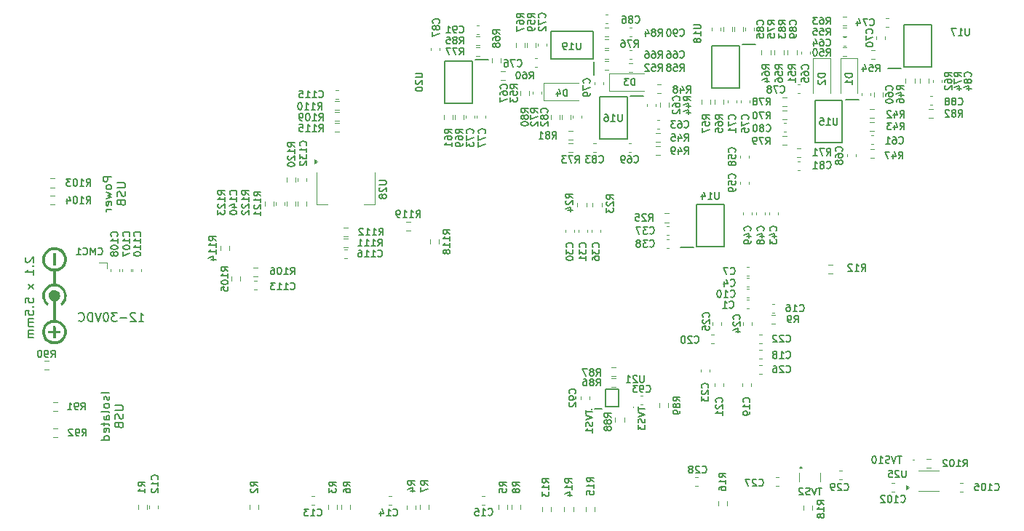
<source format=gbr>
%TF.GenerationSoftware,KiCad,Pcbnew,9.0.0*%
%TF.CreationDate,2025-11-05T20:35:52+03:00*%
%TF.ProjectId,harp.device.quad.dac,68617270-2e64-4657-9669-63652e717561,1.1*%
%TF.SameCoordinates,PX81941e8PY5f5e100*%
%TF.FileFunction,Legend,Bot*%
%TF.FilePolarity,Positive*%
%FSLAX46Y46*%
G04 Gerber Fmt 4.6, Leading zero omitted, Abs format (unit mm)*
G04 Created by KiCad (PCBNEW 9.0.0) date 2025-11-05 20:35:52*
%MOMM*%
%LPD*%
G01*
G04 APERTURE LIST*
%ADD10C,0.200000*%
%ADD11C,0.127000*%
%ADD12C,0.120000*%
%ADD13C,0.000000*%
%ADD14C,0.100000*%
G04 APERTURE END LIST*
D10*
X14016517Y23890781D02*
X14587945Y23890781D01*
X14302231Y23890781D02*
X14302231Y24890781D01*
X14302231Y24890781D02*
X14397469Y24747924D01*
X14397469Y24747924D02*
X14492707Y24652686D01*
X14492707Y24652686D02*
X14587945Y24605067D01*
X13635564Y24795543D02*
X13587945Y24843162D01*
X13587945Y24843162D02*
X13492707Y24890781D01*
X13492707Y24890781D02*
X13254612Y24890781D01*
X13254612Y24890781D02*
X13159374Y24843162D01*
X13159374Y24843162D02*
X13111755Y24795543D01*
X13111755Y24795543D02*
X13064136Y24700305D01*
X13064136Y24700305D02*
X13064136Y24605067D01*
X13064136Y24605067D02*
X13111755Y24462210D01*
X13111755Y24462210D02*
X13683183Y23890781D01*
X13683183Y23890781D02*
X13064136Y23890781D01*
X12635564Y24271734D02*
X11873660Y24271734D01*
X11492707Y24890781D02*
X10873660Y24890781D01*
X10873660Y24890781D02*
X11206993Y24509829D01*
X11206993Y24509829D02*
X11064136Y24509829D01*
X11064136Y24509829D02*
X10968898Y24462210D01*
X10968898Y24462210D02*
X10921279Y24414591D01*
X10921279Y24414591D02*
X10873660Y24319353D01*
X10873660Y24319353D02*
X10873660Y24081258D01*
X10873660Y24081258D02*
X10921279Y23986020D01*
X10921279Y23986020D02*
X10968898Y23938400D01*
X10968898Y23938400D02*
X11064136Y23890781D01*
X11064136Y23890781D02*
X11349850Y23890781D01*
X11349850Y23890781D02*
X11445088Y23938400D01*
X11445088Y23938400D02*
X11492707Y23986020D01*
X10254612Y24890781D02*
X10159374Y24890781D01*
X10159374Y24890781D02*
X10064136Y24843162D01*
X10064136Y24843162D02*
X10016517Y24795543D01*
X10016517Y24795543D02*
X9968898Y24700305D01*
X9968898Y24700305D02*
X9921279Y24509829D01*
X9921279Y24509829D02*
X9921279Y24271734D01*
X9921279Y24271734D02*
X9968898Y24081258D01*
X9968898Y24081258D02*
X10016517Y23986020D01*
X10016517Y23986020D02*
X10064136Y23938400D01*
X10064136Y23938400D02*
X10159374Y23890781D01*
X10159374Y23890781D02*
X10254612Y23890781D01*
X10254612Y23890781D02*
X10349850Y23938400D01*
X10349850Y23938400D02*
X10397469Y23986020D01*
X10397469Y23986020D02*
X10445088Y24081258D01*
X10445088Y24081258D02*
X10492707Y24271734D01*
X10492707Y24271734D02*
X10492707Y24509829D01*
X10492707Y24509829D02*
X10445088Y24700305D01*
X10445088Y24700305D02*
X10397469Y24795543D01*
X10397469Y24795543D02*
X10349850Y24843162D01*
X10349850Y24843162D02*
X10254612Y24890781D01*
X9635564Y24890781D02*
X9302231Y23890781D01*
X9302231Y23890781D02*
X8968898Y24890781D01*
X8635564Y23890781D02*
X8635564Y24890781D01*
X8635564Y24890781D02*
X8397469Y24890781D01*
X8397469Y24890781D02*
X8254612Y24843162D01*
X8254612Y24843162D02*
X8159374Y24747924D01*
X8159374Y24747924D02*
X8111755Y24652686D01*
X8111755Y24652686D02*
X8064136Y24462210D01*
X8064136Y24462210D02*
X8064136Y24319353D01*
X8064136Y24319353D02*
X8111755Y24128877D01*
X8111755Y24128877D02*
X8159374Y24033639D01*
X8159374Y24033639D02*
X8254612Y23938400D01*
X8254612Y23938400D02*
X8397469Y23890781D01*
X8397469Y23890781D02*
X8635564Y23890781D01*
X7064136Y23986020D02*
X7111755Y23938400D01*
X7111755Y23938400D02*
X7254612Y23890781D01*
X7254612Y23890781D02*
X7349850Y23890781D01*
X7349850Y23890781D02*
X7492707Y23938400D01*
X7492707Y23938400D02*
X7587945Y24033639D01*
X7587945Y24033639D02*
X7635564Y24128877D01*
X7635564Y24128877D02*
X7683183Y24319353D01*
X7683183Y24319353D02*
X7683183Y24462210D01*
X7683183Y24462210D02*
X7635564Y24652686D01*
X7635564Y24652686D02*
X7587945Y24747924D01*
X7587945Y24747924D02*
X7492707Y24843162D01*
X7492707Y24843162D02*
X7349850Y24890781D01*
X7349850Y24890781D02*
X7254612Y24890781D01*
X7254612Y24890781D02*
X7111755Y24843162D01*
X7111755Y24843162D02*
X7064136Y24795543D01*
X918457Y31309946D02*
X870838Y31262327D01*
X870838Y31262327D02*
X823219Y31167089D01*
X823219Y31167089D02*
X823219Y30928994D01*
X823219Y30928994D02*
X870838Y30833756D01*
X870838Y30833756D02*
X918457Y30786137D01*
X918457Y30786137D02*
X1013695Y30738518D01*
X1013695Y30738518D02*
X1108933Y30738518D01*
X1108933Y30738518D02*
X1251790Y30786137D01*
X1251790Y30786137D02*
X1823219Y31357565D01*
X1823219Y31357565D02*
X1823219Y30738518D01*
X1727980Y30309946D02*
X1775600Y30262327D01*
X1775600Y30262327D02*
X1823219Y30309946D01*
X1823219Y30309946D02*
X1775600Y30357565D01*
X1775600Y30357565D02*
X1727980Y30309946D01*
X1727980Y30309946D02*
X1823219Y30309946D01*
X1823219Y29309947D02*
X1823219Y29881375D01*
X1823219Y29595661D02*
X823219Y29595661D01*
X823219Y29595661D02*
X966076Y29690899D01*
X966076Y29690899D02*
X1061314Y29786137D01*
X1061314Y29786137D02*
X1108933Y29881375D01*
X1823219Y28214708D02*
X1156552Y27690899D01*
X1156552Y28214708D02*
X1823219Y27690899D01*
X823219Y26071851D02*
X823219Y26548041D01*
X823219Y26548041D02*
X1299409Y26595660D01*
X1299409Y26595660D02*
X1251790Y26548041D01*
X1251790Y26548041D02*
X1204171Y26452803D01*
X1204171Y26452803D02*
X1204171Y26214708D01*
X1204171Y26214708D02*
X1251790Y26119470D01*
X1251790Y26119470D02*
X1299409Y26071851D01*
X1299409Y26071851D02*
X1394647Y26024232D01*
X1394647Y26024232D02*
X1632742Y26024232D01*
X1632742Y26024232D02*
X1727980Y26071851D01*
X1727980Y26071851D02*
X1775600Y26119470D01*
X1775600Y26119470D02*
X1823219Y26214708D01*
X1823219Y26214708D02*
X1823219Y26452803D01*
X1823219Y26452803D02*
X1775600Y26548041D01*
X1775600Y26548041D02*
X1727980Y26595660D01*
X1727980Y25595660D02*
X1775600Y25548041D01*
X1775600Y25548041D02*
X1823219Y25595660D01*
X1823219Y25595660D02*
X1775600Y25643279D01*
X1775600Y25643279D02*
X1727980Y25595660D01*
X1727980Y25595660D02*
X1823219Y25595660D01*
X823219Y24643280D02*
X823219Y25119470D01*
X823219Y25119470D02*
X1299409Y25167089D01*
X1299409Y25167089D02*
X1251790Y25119470D01*
X1251790Y25119470D02*
X1204171Y25024232D01*
X1204171Y25024232D02*
X1204171Y24786137D01*
X1204171Y24786137D02*
X1251790Y24690899D01*
X1251790Y24690899D02*
X1299409Y24643280D01*
X1299409Y24643280D02*
X1394647Y24595661D01*
X1394647Y24595661D02*
X1632742Y24595661D01*
X1632742Y24595661D02*
X1727980Y24643280D01*
X1727980Y24643280D02*
X1775600Y24690899D01*
X1775600Y24690899D02*
X1823219Y24786137D01*
X1823219Y24786137D02*
X1823219Y25024232D01*
X1823219Y25024232D02*
X1775600Y25119470D01*
X1775600Y25119470D02*
X1727980Y25167089D01*
X1823219Y24167089D02*
X1156552Y24167089D01*
X1251790Y24167089D02*
X1204171Y24119470D01*
X1204171Y24119470D02*
X1156552Y24024232D01*
X1156552Y24024232D02*
X1156552Y23881375D01*
X1156552Y23881375D02*
X1204171Y23786137D01*
X1204171Y23786137D02*
X1299409Y23738518D01*
X1299409Y23738518D02*
X1823219Y23738518D01*
X1299409Y23738518D02*
X1204171Y23690899D01*
X1204171Y23690899D02*
X1156552Y23595661D01*
X1156552Y23595661D02*
X1156552Y23452804D01*
X1156552Y23452804D02*
X1204171Y23357565D01*
X1204171Y23357565D02*
X1299409Y23309946D01*
X1299409Y23309946D02*
X1823219Y23309946D01*
X1823219Y22833756D02*
X1156552Y22833756D01*
X1251790Y22833756D02*
X1204171Y22786137D01*
X1204171Y22786137D02*
X1156552Y22690899D01*
X1156552Y22690899D02*
X1156552Y22548042D01*
X1156552Y22548042D02*
X1204171Y22452804D01*
X1204171Y22452804D02*
X1299409Y22405185D01*
X1299409Y22405185D02*
X1823219Y22405185D01*
X1299409Y22405185D02*
X1204171Y22357566D01*
X1204171Y22357566D02*
X1156552Y22262328D01*
X1156552Y22262328D02*
X1156552Y22119471D01*
X1156552Y22119471D02*
X1204171Y22024232D01*
X1204171Y22024232D02*
X1299409Y21976613D01*
X1299409Y21976613D02*
X1823219Y21976613D01*
X10627275Y15574096D02*
X9627275Y15574096D01*
X10579656Y15145525D02*
X10627275Y15050287D01*
X10627275Y15050287D02*
X10627275Y14859811D01*
X10627275Y14859811D02*
X10579656Y14764573D01*
X10579656Y14764573D02*
X10484417Y14716954D01*
X10484417Y14716954D02*
X10436798Y14716954D01*
X10436798Y14716954D02*
X10341560Y14764573D01*
X10341560Y14764573D02*
X10293941Y14859811D01*
X10293941Y14859811D02*
X10293941Y15002668D01*
X10293941Y15002668D02*
X10246322Y15097906D01*
X10246322Y15097906D02*
X10151084Y15145525D01*
X10151084Y15145525D02*
X10103465Y15145525D01*
X10103465Y15145525D02*
X10008227Y15097906D01*
X10008227Y15097906D02*
X9960608Y15002668D01*
X9960608Y15002668D02*
X9960608Y14859811D01*
X9960608Y14859811D02*
X10008227Y14764573D01*
X10627275Y14145525D02*
X10579656Y14240763D01*
X10579656Y14240763D02*
X10532036Y14288382D01*
X10532036Y14288382D02*
X10436798Y14336001D01*
X10436798Y14336001D02*
X10151084Y14336001D01*
X10151084Y14336001D02*
X10055846Y14288382D01*
X10055846Y14288382D02*
X10008227Y14240763D01*
X10008227Y14240763D02*
X9960608Y14145525D01*
X9960608Y14145525D02*
X9960608Y14002668D01*
X9960608Y14002668D02*
X10008227Y13907430D01*
X10008227Y13907430D02*
X10055846Y13859811D01*
X10055846Y13859811D02*
X10151084Y13812192D01*
X10151084Y13812192D02*
X10436798Y13812192D01*
X10436798Y13812192D02*
X10532036Y13859811D01*
X10532036Y13859811D02*
X10579656Y13907430D01*
X10579656Y13907430D02*
X10627275Y14002668D01*
X10627275Y14002668D02*
X10627275Y14145525D01*
X10627275Y13240763D02*
X10579656Y13336001D01*
X10579656Y13336001D02*
X10484417Y13383620D01*
X10484417Y13383620D02*
X9627275Y13383620D01*
X10627275Y12431239D02*
X10103465Y12431239D01*
X10103465Y12431239D02*
X10008227Y12478858D01*
X10008227Y12478858D02*
X9960608Y12574096D01*
X9960608Y12574096D02*
X9960608Y12764572D01*
X9960608Y12764572D02*
X10008227Y12859810D01*
X10579656Y12431239D02*
X10627275Y12526477D01*
X10627275Y12526477D02*
X10627275Y12764572D01*
X10627275Y12764572D02*
X10579656Y12859810D01*
X10579656Y12859810D02*
X10484417Y12907429D01*
X10484417Y12907429D02*
X10389179Y12907429D01*
X10389179Y12907429D02*
X10293941Y12859810D01*
X10293941Y12859810D02*
X10246322Y12764572D01*
X10246322Y12764572D02*
X10246322Y12526477D01*
X10246322Y12526477D02*
X10198703Y12431239D01*
X9960608Y12097905D02*
X9960608Y11716953D01*
X9627275Y11955048D02*
X10484417Y11955048D01*
X10484417Y11955048D02*
X10579656Y11907429D01*
X10579656Y11907429D02*
X10627275Y11812191D01*
X10627275Y11812191D02*
X10627275Y11716953D01*
X10579656Y11002667D02*
X10627275Y11097905D01*
X10627275Y11097905D02*
X10627275Y11288381D01*
X10627275Y11288381D02*
X10579656Y11383619D01*
X10579656Y11383619D02*
X10484417Y11431238D01*
X10484417Y11431238D02*
X10103465Y11431238D01*
X10103465Y11431238D02*
X10008227Y11383619D01*
X10008227Y11383619D02*
X9960608Y11288381D01*
X9960608Y11288381D02*
X9960608Y11097905D01*
X9960608Y11097905D02*
X10008227Y11002667D01*
X10008227Y11002667D02*
X10103465Y10955048D01*
X10103465Y10955048D02*
X10198703Y10955048D01*
X10198703Y10955048D02*
X10293941Y11431238D01*
X10627275Y10097905D02*
X9627275Y10097905D01*
X10579656Y10097905D02*
X10627275Y10193143D01*
X10627275Y10193143D02*
X10627275Y10383619D01*
X10627275Y10383619D02*
X10579656Y10478857D01*
X10579656Y10478857D02*
X10532036Y10526476D01*
X10532036Y10526476D02*
X10436798Y10574095D01*
X10436798Y10574095D02*
X10151084Y10574095D01*
X10151084Y10574095D02*
X10055846Y10526476D01*
X10055846Y10526476D02*
X10008227Y10478857D01*
X10008227Y10478857D02*
X9960608Y10383619D01*
X9960608Y10383619D02*
X9960608Y10193143D01*
X9960608Y10193143D02*
X10008227Y10097905D01*
X11237219Y14097905D02*
X12046742Y14097905D01*
X12046742Y14097905D02*
X12141980Y14050286D01*
X12141980Y14050286D02*
X12189600Y14002667D01*
X12189600Y14002667D02*
X12237219Y13907429D01*
X12237219Y13907429D02*
X12237219Y13716953D01*
X12237219Y13716953D02*
X12189600Y13621715D01*
X12189600Y13621715D02*
X12141980Y13574096D01*
X12141980Y13574096D02*
X12046742Y13526477D01*
X12046742Y13526477D02*
X11237219Y13526477D01*
X12189600Y13097905D02*
X12237219Y12955048D01*
X12237219Y12955048D02*
X12237219Y12716953D01*
X12237219Y12716953D02*
X12189600Y12621715D01*
X12189600Y12621715D02*
X12141980Y12574096D01*
X12141980Y12574096D02*
X12046742Y12526477D01*
X12046742Y12526477D02*
X11951504Y12526477D01*
X11951504Y12526477D02*
X11856266Y12574096D01*
X11856266Y12574096D02*
X11808647Y12621715D01*
X11808647Y12621715D02*
X11761028Y12716953D01*
X11761028Y12716953D02*
X11713409Y12907429D01*
X11713409Y12907429D02*
X11665790Y13002667D01*
X11665790Y13002667D02*
X11618171Y13050286D01*
X11618171Y13050286D02*
X11522933Y13097905D01*
X11522933Y13097905D02*
X11427695Y13097905D01*
X11427695Y13097905D02*
X11332457Y13050286D01*
X11332457Y13050286D02*
X11284838Y13002667D01*
X11284838Y13002667D02*
X11237219Y12907429D01*
X11237219Y12907429D02*
X11237219Y12669334D01*
X11237219Y12669334D02*
X11284838Y12526477D01*
X11713409Y11764572D02*
X11761028Y11621715D01*
X11761028Y11621715D02*
X11808647Y11574096D01*
X11808647Y11574096D02*
X11903885Y11526477D01*
X11903885Y11526477D02*
X12046742Y11526477D01*
X12046742Y11526477D02*
X12141980Y11574096D01*
X12141980Y11574096D02*
X12189600Y11621715D01*
X12189600Y11621715D02*
X12237219Y11716953D01*
X12237219Y11716953D02*
X12237219Y12097905D01*
X12237219Y12097905D02*
X11237219Y12097905D01*
X11237219Y12097905D02*
X11237219Y11764572D01*
X11237219Y11764572D02*
X11284838Y11669334D01*
X11284838Y11669334D02*
X11332457Y11621715D01*
X11332457Y11621715D02*
X11427695Y11574096D01*
X11427695Y11574096D02*
X11522933Y11574096D01*
X11522933Y11574096D02*
X11618171Y11621715D01*
X11618171Y11621715D02*
X11665790Y11669334D01*
X11665790Y11669334D02*
X11713409Y11764572D01*
X11713409Y11764572D02*
X11713409Y12097905D01*
X10881275Y40720191D02*
X9881275Y40720191D01*
X9881275Y40720191D02*
X9881275Y40339239D01*
X9881275Y40339239D02*
X9928894Y40244001D01*
X9928894Y40244001D02*
X9976513Y40196382D01*
X9976513Y40196382D02*
X10071751Y40148763D01*
X10071751Y40148763D02*
X10214608Y40148763D01*
X10214608Y40148763D02*
X10309846Y40196382D01*
X10309846Y40196382D02*
X10357465Y40244001D01*
X10357465Y40244001D02*
X10405084Y40339239D01*
X10405084Y40339239D02*
X10405084Y40720191D01*
X10881275Y39577334D02*
X10833656Y39672572D01*
X10833656Y39672572D02*
X10786036Y39720191D01*
X10786036Y39720191D02*
X10690798Y39767810D01*
X10690798Y39767810D02*
X10405084Y39767810D01*
X10405084Y39767810D02*
X10309846Y39720191D01*
X10309846Y39720191D02*
X10262227Y39672572D01*
X10262227Y39672572D02*
X10214608Y39577334D01*
X10214608Y39577334D02*
X10214608Y39434477D01*
X10214608Y39434477D02*
X10262227Y39339239D01*
X10262227Y39339239D02*
X10309846Y39291620D01*
X10309846Y39291620D02*
X10405084Y39244001D01*
X10405084Y39244001D02*
X10690798Y39244001D01*
X10690798Y39244001D02*
X10786036Y39291620D01*
X10786036Y39291620D02*
X10833656Y39339239D01*
X10833656Y39339239D02*
X10881275Y39434477D01*
X10881275Y39434477D02*
X10881275Y39577334D01*
X10214608Y38910667D02*
X10881275Y38720191D01*
X10881275Y38720191D02*
X10405084Y38529715D01*
X10405084Y38529715D02*
X10881275Y38339239D01*
X10881275Y38339239D02*
X10214608Y38148763D01*
X10833656Y37386858D02*
X10881275Y37482096D01*
X10881275Y37482096D02*
X10881275Y37672572D01*
X10881275Y37672572D02*
X10833656Y37767810D01*
X10833656Y37767810D02*
X10738417Y37815429D01*
X10738417Y37815429D02*
X10357465Y37815429D01*
X10357465Y37815429D02*
X10262227Y37767810D01*
X10262227Y37767810D02*
X10214608Y37672572D01*
X10214608Y37672572D02*
X10214608Y37482096D01*
X10214608Y37482096D02*
X10262227Y37386858D01*
X10262227Y37386858D02*
X10357465Y37339239D01*
X10357465Y37339239D02*
X10452703Y37339239D01*
X10452703Y37339239D02*
X10547941Y37815429D01*
X10881275Y36910667D02*
X10214608Y36910667D01*
X10405084Y36910667D02*
X10309846Y36863048D01*
X10309846Y36863048D02*
X10262227Y36815429D01*
X10262227Y36815429D02*
X10214608Y36720191D01*
X10214608Y36720191D02*
X10214608Y36624953D01*
X11491219Y40005905D02*
X12300742Y40005905D01*
X12300742Y40005905D02*
X12395980Y39958286D01*
X12395980Y39958286D02*
X12443600Y39910667D01*
X12443600Y39910667D02*
X12491219Y39815429D01*
X12491219Y39815429D02*
X12491219Y39624953D01*
X12491219Y39624953D02*
X12443600Y39529715D01*
X12443600Y39529715D02*
X12395980Y39482096D01*
X12395980Y39482096D02*
X12300742Y39434477D01*
X12300742Y39434477D02*
X11491219Y39434477D01*
X12443600Y39005905D02*
X12491219Y38863048D01*
X12491219Y38863048D02*
X12491219Y38624953D01*
X12491219Y38624953D02*
X12443600Y38529715D01*
X12443600Y38529715D02*
X12395980Y38482096D01*
X12395980Y38482096D02*
X12300742Y38434477D01*
X12300742Y38434477D02*
X12205504Y38434477D01*
X12205504Y38434477D02*
X12110266Y38482096D01*
X12110266Y38482096D02*
X12062647Y38529715D01*
X12062647Y38529715D02*
X12015028Y38624953D01*
X12015028Y38624953D02*
X11967409Y38815429D01*
X11967409Y38815429D02*
X11919790Y38910667D01*
X11919790Y38910667D02*
X11872171Y38958286D01*
X11872171Y38958286D02*
X11776933Y39005905D01*
X11776933Y39005905D02*
X11681695Y39005905D01*
X11681695Y39005905D02*
X11586457Y38958286D01*
X11586457Y38958286D02*
X11538838Y38910667D01*
X11538838Y38910667D02*
X11491219Y38815429D01*
X11491219Y38815429D02*
X11491219Y38577334D01*
X11491219Y38577334D02*
X11538838Y38434477D01*
X11967409Y37672572D02*
X12015028Y37529715D01*
X12015028Y37529715D02*
X12062647Y37482096D01*
X12062647Y37482096D02*
X12157885Y37434477D01*
X12157885Y37434477D02*
X12300742Y37434477D01*
X12300742Y37434477D02*
X12395980Y37482096D01*
X12395980Y37482096D02*
X12443600Y37529715D01*
X12443600Y37529715D02*
X12491219Y37624953D01*
X12491219Y37624953D02*
X12491219Y38005905D01*
X12491219Y38005905D02*
X11491219Y38005905D01*
X11491219Y38005905D02*
X11491219Y37672572D01*
X11491219Y37672572D02*
X11538838Y37577334D01*
X11538838Y37577334D02*
X11586457Y37529715D01*
X11586457Y37529715D02*
X11681695Y37482096D01*
X11681695Y37482096D02*
X11776933Y37482096D01*
X11776933Y37482096D02*
X11872171Y37529715D01*
X11872171Y37529715D02*
X11919790Y37577334D01*
X11919790Y37577334D02*
X11967409Y37672572D01*
X11967409Y37672572D02*
X11967409Y38005905D01*
D11*
X110799003Y52389515D02*
X110837708Y52428219D01*
X110837708Y52428219D02*
X110876412Y52544334D01*
X110876412Y52544334D02*
X110876412Y52621743D01*
X110876412Y52621743D02*
X110837708Y52737857D01*
X110837708Y52737857D02*
X110760298Y52815267D01*
X110760298Y52815267D02*
X110682888Y52853972D01*
X110682888Y52853972D02*
X110528069Y52892676D01*
X110528069Y52892676D02*
X110411955Y52892676D01*
X110411955Y52892676D02*
X110257136Y52853972D01*
X110257136Y52853972D02*
X110179727Y52815267D01*
X110179727Y52815267D02*
X110102317Y52737857D01*
X110102317Y52737857D02*
X110063612Y52621743D01*
X110063612Y52621743D02*
X110063612Y52544334D01*
X110063612Y52544334D02*
X110102317Y52428219D01*
X110102317Y52428219D02*
X110141022Y52389515D01*
X110411955Y51925057D02*
X110373250Y52002467D01*
X110373250Y52002467D02*
X110334546Y52041172D01*
X110334546Y52041172D02*
X110257136Y52079876D01*
X110257136Y52079876D02*
X110218431Y52079876D01*
X110218431Y52079876D02*
X110141022Y52041172D01*
X110141022Y52041172D02*
X110102317Y52002467D01*
X110102317Y52002467D02*
X110063612Y51925057D01*
X110063612Y51925057D02*
X110063612Y51770238D01*
X110063612Y51770238D02*
X110102317Y51692829D01*
X110102317Y51692829D02*
X110141022Y51654124D01*
X110141022Y51654124D02*
X110218431Y51615419D01*
X110218431Y51615419D02*
X110257136Y51615419D01*
X110257136Y51615419D02*
X110334546Y51654124D01*
X110334546Y51654124D02*
X110373250Y51692829D01*
X110373250Y51692829D02*
X110411955Y51770238D01*
X110411955Y51770238D02*
X110411955Y51925057D01*
X110411955Y51925057D02*
X110450660Y52002467D01*
X110450660Y52002467D02*
X110489365Y52041172D01*
X110489365Y52041172D02*
X110566774Y52079876D01*
X110566774Y52079876D02*
X110721593Y52079876D01*
X110721593Y52079876D02*
X110799003Y52041172D01*
X110799003Y52041172D02*
X110837708Y52002467D01*
X110837708Y52002467D02*
X110876412Y51925057D01*
X110876412Y51925057D02*
X110876412Y51770238D01*
X110876412Y51770238D02*
X110837708Y51692829D01*
X110837708Y51692829D02*
X110799003Y51654124D01*
X110799003Y51654124D02*
X110721593Y51615419D01*
X110721593Y51615419D02*
X110566774Y51615419D01*
X110566774Y51615419D02*
X110489365Y51654124D01*
X110489365Y51654124D02*
X110450660Y51692829D01*
X110450660Y51692829D02*
X110411955Y51770238D01*
X110334546Y50918734D02*
X110876412Y50918734D01*
X110024908Y51112258D02*
X110605479Y51305781D01*
X110605479Y51305781D02*
X110605479Y50802620D01*
X87026514Y49084588D02*
X87297447Y49471635D01*
X87490971Y49084588D02*
X87490971Y49897388D01*
X87490971Y49897388D02*
X87181333Y49897388D01*
X87181333Y49897388D02*
X87103923Y49858683D01*
X87103923Y49858683D02*
X87065218Y49819978D01*
X87065218Y49819978D02*
X87026514Y49742569D01*
X87026514Y49742569D02*
X87026514Y49626454D01*
X87026514Y49626454D02*
X87065218Y49549045D01*
X87065218Y49549045D02*
X87103923Y49510340D01*
X87103923Y49510340D02*
X87181333Y49471635D01*
X87181333Y49471635D02*
X87490971Y49471635D01*
X86755580Y49897388D02*
X86213714Y49897388D01*
X86213714Y49897388D02*
X86562056Y49084588D01*
X85787961Y49549045D02*
X85865371Y49587750D01*
X85865371Y49587750D02*
X85904076Y49626454D01*
X85904076Y49626454D02*
X85942780Y49703864D01*
X85942780Y49703864D02*
X85942780Y49742569D01*
X85942780Y49742569D02*
X85904076Y49819978D01*
X85904076Y49819978D02*
X85865371Y49858683D01*
X85865371Y49858683D02*
X85787961Y49897388D01*
X85787961Y49897388D02*
X85633142Y49897388D01*
X85633142Y49897388D02*
X85555733Y49858683D01*
X85555733Y49858683D02*
X85517028Y49819978D01*
X85517028Y49819978D02*
X85478323Y49742569D01*
X85478323Y49742569D02*
X85478323Y49703864D01*
X85478323Y49703864D02*
X85517028Y49626454D01*
X85517028Y49626454D02*
X85555733Y49587750D01*
X85555733Y49587750D02*
X85633142Y49549045D01*
X85633142Y49549045D02*
X85787961Y49549045D01*
X85787961Y49549045D02*
X85865371Y49510340D01*
X85865371Y49510340D02*
X85904076Y49471635D01*
X85904076Y49471635D02*
X85942780Y49394226D01*
X85942780Y49394226D02*
X85942780Y49239407D01*
X85942780Y49239407D02*
X85904076Y49161997D01*
X85904076Y49161997D02*
X85865371Y49123292D01*
X85865371Y49123292D02*
X85787961Y49084588D01*
X85787961Y49084588D02*
X85633142Y49084588D01*
X85633142Y49084588D02*
X85555733Y49123292D01*
X85555733Y49123292D02*
X85517028Y49161997D01*
X85517028Y49161997D02*
X85478323Y49239407D01*
X85478323Y49239407D02*
X85478323Y49394226D01*
X85478323Y49394226D02*
X85517028Y49471635D01*
X85517028Y49471635D02*
X85555733Y49510340D01*
X85555733Y49510340D02*
X85633142Y49549045D01*
X51339514Y54926588D02*
X51610447Y55313635D01*
X51803971Y54926588D02*
X51803971Y55739388D01*
X51803971Y55739388D02*
X51494333Y55739388D01*
X51494333Y55739388D02*
X51416923Y55700683D01*
X51416923Y55700683D02*
X51378218Y55661978D01*
X51378218Y55661978D02*
X51339514Y55584569D01*
X51339514Y55584569D02*
X51339514Y55468454D01*
X51339514Y55468454D02*
X51378218Y55391045D01*
X51378218Y55391045D02*
X51416923Y55352340D01*
X51416923Y55352340D02*
X51494333Y55313635D01*
X51494333Y55313635D02*
X51803971Y55313635D01*
X51068580Y55739388D02*
X50526714Y55739388D01*
X50526714Y55739388D02*
X50875056Y54926588D01*
X50294485Y55739388D02*
X49752619Y55739388D01*
X49752619Y55739388D02*
X50100961Y54926588D01*
X61269003Y59247515D02*
X61307708Y59286219D01*
X61307708Y59286219D02*
X61346412Y59402334D01*
X61346412Y59402334D02*
X61346412Y59479743D01*
X61346412Y59479743D02*
X61307708Y59595857D01*
X61307708Y59595857D02*
X61230298Y59673267D01*
X61230298Y59673267D02*
X61152888Y59711972D01*
X61152888Y59711972D02*
X60998069Y59750676D01*
X60998069Y59750676D02*
X60881955Y59750676D01*
X60881955Y59750676D02*
X60727136Y59711972D01*
X60727136Y59711972D02*
X60649727Y59673267D01*
X60649727Y59673267D02*
X60572317Y59595857D01*
X60572317Y59595857D02*
X60533612Y59479743D01*
X60533612Y59479743D02*
X60533612Y59402334D01*
X60533612Y59402334D02*
X60572317Y59286219D01*
X60572317Y59286219D02*
X60611022Y59247515D01*
X60533612Y58976581D02*
X60533612Y58434715D01*
X60533612Y58434715D02*
X61346412Y58783057D01*
X60611022Y58163781D02*
X60572317Y58125077D01*
X60572317Y58125077D02*
X60533612Y58047667D01*
X60533612Y58047667D02*
X60533612Y57854143D01*
X60533612Y57854143D02*
X60572317Y57776734D01*
X60572317Y57776734D02*
X60611022Y57738029D01*
X60611022Y57738029D02*
X60688431Y57699324D01*
X60688431Y57699324D02*
X60765841Y57699324D01*
X60765841Y57699324D02*
X60881955Y57738029D01*
X60881955Y57738029D02*
X61346412Y58202486D01*
X61346412Y58202486D02*
X61346412Y57699324D01*
X67526003Y32535515D02*
X67564708Y32574219D01*
X67564708Y32574219D02*
X67603412Y32690334D01*
X67603412Y32690334D02*
X67603412Y32767743D01*
X67603412Y32767743D02*
X67564708Y32883857D01*
X67564708Y32883857D02*
X67487298Y32961267D01*
X67487298Y32961267D02*
X67409888Y32999972D01*
X67409888Y32999972D02*
X67255069Y33038676D01*
X67255069Y33038676D02*
X67138955Y33038676D01*
X67138955Y33038676D02*
X66984136Y32999972D01*
X66984136Y32999972D02*
X66906727Y32961267D01*
X66906727Y32961267D02*
X66829317Y32883857D01*
X66829317Y32883857D02*
X66790612Y32767743D01*
X66790612Y32767743D02*
X66790612Y32690334D01*
X66790612Y32690334D02*
X66829317Y32574219D01*
X66829317Y32574219D02*
X66868022Y32535515D01*
X66790612Y32264581D02*
X66790612Y31761419D01*
X66790612Y31761419D02*
X67100250Y32032353D01*
X67100250Y32032353D02*
X67100250Y31916238D01*
X67100250Y31916238D02*
X67138955Y31838829D01*
X67138955Y31838829D02*
X67177660Y31800124D01*
X67177660Y31800124D02*
X67255069Y31761419D01*
X67255069Y31761419D02*
X67448593Y31761419D01*
X67448593Y31761419D02*
X67526003Y31800124D01*
X67526003Y31800124D02*
X67564708Y31838829D01*
X67564708Y31838829D02*
X67603412Y31916238D01*
X67603412Y31916238D02*
X67603412Y32148467D01*
X67603412Y32148467D02*
X67564708Y32225876D01*
X67564708Y32225876D02*
X67526003Y32264581D01*
X66790612Y31064734D02*
X66790612Y31219553D01*
X66790612Y31219553D02*
X66829317Y31296962D01*
X66829317Y31296962D02*
X66868022Y31335667D01*
X66868022Y31335667D02*
X66984136Y31413077D01*
X66984136Y31413077D02*
X67138955Y31451781D01*
X67138955Y31451781D02*
X67448593Y31451781D01*
X67448593Y31451781D02*
X67526003Y31413077D01*
X67526003Y31413077D02*
X67564708Y31374372D01*
X67564708Y31374372D02*
X67603412Y31296962D01*
X67603412Y31296962D02*
X67603412Y31142143D01*
X67603412Y31142143D02*
X67564708Y31064734D01*
X67564708Y31064734D02*
X67526003Y31026029D01*
X67526003Y31026029D02*
X67448593Y30987324D01*
X67448593Y30987324D02*
X67255069Y30987324D01*
X67255069Y30987324D02*
X67177660Y31026029D01*
X67177660Y31026029D02*
X67138955Y31064734D01*
X67138955Y31064734D02*
X67100250Y31142143D01*
X67100250Y31142143D02*
X67100250Y31296962D01*
X67100250Y31296962D02*
X67138955Y31374372D01*
X67138955Y31374372D02*
X67177660Y31413077D01*
X67177660Y31413077D02*
X67255069Y31451781D01*
X77755514Y50481588D02*
X78026447Y50868635D01*
X78219971Y50481588D02*
X78219971Y51294388D01*
X78219971Y51294388D02*
X77910333Y51294388D01*
X77910333Y51294388D02*
X77832923Y51255683D01*
X77832923Y51255683D02*
X77794218Y51216978D01*
X77794218Y51216978D02*
X77755514Y51139569D01*
X77755514Y51139569D02*
X77755514Y51023454D01*
X77755514Y51023454D02*
X77794218Y50946045D01*
X77794218Y50946045D02*
X77832923Y50907340D01*
X77832923Y50907340D02*
X77910333Y50868635D01*
X77910333Y50868635D02*
X78219971Y50868635D01*
X77058828Y51023454D02*
X77058828Y50481588D01*
X77252352Y51333092D02*
X77445875Y50752521D01*
X77445875Y50752521D02*
X76942714Y50752521D01*
X76516961Y50946045D02*
X76594371Y50984750D01*
X76594371Y50984750D02*
X76633076Y51023454D01*
X76633076Y51023454D02*
X76671780Y51100864D01*
X76671780Y51100864D02*
X76671780Y51139569D01*
X76671780Y51139569D02*
X76633076Y51216978D01*
X76633076Y51216978D02*
X76594371Y51255683D01*
X76594371Y51255683D02*
X76516961Y51294388D01*
X76516961Y51294388D02*
X76362142Y51294388D01*
X76362142Y51294388D02*
X76284733Y51255683D01*
X76284733Y51255683D02*
X76246028Y51216978D01*
X76246028Y51216978D02*
X76207323Y51139569D01*
X76207323Y51139569D02*
X76207323Y51100864D01*
X76207323Y51100864D02*
X76246028Y51023454D01*
X76246028Y51023454D02*
X76284733Y50984750D01*
X76284733Y50984750D02*
X76362142Y50946045D01*
X76362142Y50946045D02*
X76516961Y50946045D01*
X76516961Y50946045D02*
X76594371Y50907340D01*
X76594371Y50907340D02*
X76633076Y50868635D01*
X76633076Y50868635D02*
X76671780Y50791226D01*
X76671780Y50791226D02*
X76671780Y50636407D01*
X76671780Y50636407D02*
X76633076Y50558997D01*
X76633076Y50558997D02*
X76594371Y50520292D01*
X76594371Y50520292D02*
X76516961Y50481588D01*
X76516961Y50481588D02*
X76362142Y50481588D01*
X76362142Y50481588D02*
X76284733Y50520292D01*
X76284733Y50520292D02*
X76246028Y50558997D01*
X76246028Y50558997D02*
X76207323Y50636407D01*
X76207323Y50636407D02*
X76207323Y50791226D01*
X76207323Y50791226D02*
X76246028Y50868635D01*
X76246028Y50868635D02*
X76284733Y50907340D01*
X76284733Y50907340D02*
X76362142Y50946045D01*
X50237412Y34065562D02*
X49850365Y34336495D01*
X50237412Y34530019D02*
X49424612Y34530019D01*
X49424612Y34530019D02*
X49424612Y34220381D01*
X49424612Y34220381D02*
X49463317Y34142971D01*
X49463317Y34142971D02*
X49502022Y34104266D01*
X49502022Y34104266D02*
X49579431Y34065562D01*
X49579431Y34065562D02*
X49695546Y34065562D01*
X49695546Y34065562D02*
X49772955Y34104266D01*
X49772955Y34104266D02*
X49811660Y34142971D01*
X49811660Y34142971D02*
X49850365Y34220381D01*
X49850365Y34220381D02*
X49850365Y34530019D01*
X50237412Y33291466D02*
X50237412Y33755923D01*
X50237412Y33523695D02*
X49424612Y33523695D01*
X49424612Y33523695D02*
X49540727Y33601104D01*
X49540727Y33601104D02*
X49618136Y33678514D01*
X49618136Y33678514D02*
X49656841Y33755923D01*
X50237412Y32517371D02*
X50237412Y32981828D01*
X50237412Y32749600D02*
X49424612Y32749600D01*
X49424612Y32749600D02*
X49540727Y32827009D01*
X49540727Y32827009D02*
X49618136Y32904419D01*
X49618136Y32904419D02*
X49656841Y32981828D01*
X49772955Y32052914D02*
X49734250Y32130324D01*
X49734250Y32130324D02*
X49695546Y32169029D01*
X49695546Y32169029D02*
X49618136Y32207733D01*
X49618136Y32207733D02*
X49579431Y32207733D01*
X49579431Y32207733D02*
X49502022Y32169029D01*
X49502022Y32169029D02*
X49463317Y32130324D01*
X49463317Y32130324D02*
X49424612Y32052914D01*
X49424612Y32052914D02*
X49424612Y31898095D01*
X49424612Y31898095D02*
X49463317Y31820686D01*
X49463317Y31820686D02*
X49502022Y31781981D01*
X49502022Y31781981D02*
X49579431Y31743276D01*
X49579431Y31743276D02*
X49618136Y31743276D01*
X49618136Y31743276D02*
X49695546Y31781981D01*
X49695546Y31781981D02*
X49734250Y31820686D01*
X49734250Y31820686D02*
X49772955Y31898095D01*
X49772955Y31898095D02*
X49772955Y32052914D01*
X49772955Y32052914D02*
X49811660Y32130324D01*
X49811660Y32130324D02*
X49850365Y32169029D01*
X49850365Y32169029D02*
X49927774Y32207733D01*
X49927774Y32207733D02*
X50082593Y32207733D01*
X50082593Y32207733D02*
X50160003Y32169029D01*
X50160003Y32169029D02*
X50198708Y32130324D01*
X50198708Y32130324D02*
X50237412Y32052914D01*
X50237412Y32052914D02*
X50237412Y31898095D01*
X50237412Y31898095D02*
X50198708Y31820686D01*
X50198708Y31820686D02*
X50160003Y31781981D01*
X50160003Y31781981D02*
X50082593Y31743276D01*
X50082593Y31743276D02*
X49927774Y31743276D01*
X49927774Y31743276D02*
X49850365Y31781981D01*
X49850365Y31781981D02*
X49811660Y31820686D01*
X49811660Y31820686D02*
X49772955Y31898095D01*
X73064610Y15718997D02*
X73103314Y15680292D01*
X73103314Y15680292D02*
X73219429Y15641588D01*
X73219429Y15641588D02*
X73296838Y15641588D01*
X73296838Y15641588D02*
X73412952Y15680292D01*
X73412952Y15680292D02*
X73490362Y15757702D01*
X73490362Y15757702D02*
X73529067Y15835112D01*
X73529067Y15835112D02*
X73567771Y15989931D01*
X73567771Y15989931D02*
X73567771Y16106045D01*
X73567771Y16106045D02*
X73529067Y16260864D01*
X73529067Y16260864D02*
X73490362Y16338273D01*
X73490362Y16338273D02*
X73412952Y16415683D01*
X73412952Y16415683D02*
X73296838Y16454388D01*
X73296838Y16454388D02*
X73219429Y16454388D01*
X73219429Y16454388D02*
X73103314Y16415683D01*
X73103314Y16415683D02*
X73064610Y16376978D01*
X72677562Y15641588D02*
X72522743Y15641588D01*
X72522743Y15641588D02*
X72445333Y15680292D01*
X72445333Y15680292D02*
X72406629Y15718997D01*
X72406629Y15718997D02*
X72329219Y15835112D01*
X72329219Y15835112D02*
X72290514Y15989931D01*
X72290514Y15989931D02*
X72290514Y16299569D01*
X72290514Y16299569D02*
X72329219Y16376978D01*
X72329219Y16376978D02*
X72367924Y16415683D01*
X72367924Y16415683D02*
X72445333Y16454388D01*
X72445333Y16454388D02*
X72600152Y16454388D01*
X72600152Y16454388D02*
X72677562Y16415683D01*
X72677562Y16415683D02*
X72716267Y16376978D01*
X72716267Y16376978D02*
X72754971Y16299569D01*
X72754971Y16299569D02*
X72754971Y16106045D01*
X72754971Y16106045D02*
X72716267Y16028635D01*
X72716267Y16028635D02*
X72677562Y15989931D01*
X72677562Y15989931D02*
X72600152Y15951226D01*
X72600152Y15951226D02*
X72445333Y15951226D01*
X72445333Y15951226D02*
X72367924Y15989931D01*
X72367924Y15989931D02*
X72329219Y16028635D01*
X72329219Y16028635D02*
X72290514Y16106045D01*
X72019581Y16454388D02*
X71516419Y16454388D01*
X71516419Y16454388D02*
X71787353Y16144750D01*
X71787353Y16144750D02*
X71671238Y16144750D01*
X71671238Y16144750D02*
X71593829Y16106045D01*
X71593829Y16106045D02*
X71555124Y16067340D01*
X71555124Y16067340D02*
X71516419Y15989931D01*
X71516419Y15989931D02*
X71516419Y15796407D01*
X71516419Y15796407D02*
X71555124Y15718997D01*
X71555124Y15718997D02*
X71593829Y15680292D01*
X71593829Y15680292D02*
X71671238Y15641588D01*
X71671238Y15641588D02*
X71903467Y15641588D01*
X71903467Y15641588D02*
X71980876Y15680292D01*
X71980876Y15680292D02*
X72019581Y15718997D01*
X98109514Y29738588D02*
X98380447Y30125635D01*
X98573971Y29738588D02*
X98573971Y30551388D01*
X98573971Y30551388D02*
X98264333Y30551388D01*
X98264333Y30551388D02*
X98186923Y30512683D01*
X98186923Y30512683D02*
X98148218Y30473978D01*
X98148218Y30473978D02*
X98109514Y30396569D01*
X98109514Y30396569D02*
X98109514Y30280454D01*
X98109514Y30280454D02*
X98148218Y30203045D01*
X98148218Y30203045D02*
X98186923Y30164340D01*
X98186923Y30164340D02*
X98264333Y30125635D01*
X98264333Y30125635D02*
X98573971Y30125635D01*
X97335418Y29738588D02*
X97799875Y29738588D01*
X97567647Y29738588D02*
X97567647Y30551388D01*
X97567647Y30551388D02*
X97645056Y30435273D01*
X97645056Y30435273D02*
X97722466Y30357864D01*
X97722466Y30357864D02*
X97799875Y30319159D01*
X97025780Y30473978D02*
X96987076Y30512683D01*
X96987076Y30512683D02*
X96909666Y30551388D01*
X96909666Y30551388D02*
X96716142Y30551388D01*
X96716142Y30551388D02*
X96638733Y30512683D01*
X96638733Y30512683D02*
X96600028Y30473978D01*
X96600028Y30473978D02*
X96561323Y30396569D01*
X96561323Y30396569D02*
X96561323Y30319159D01*
X96561323Y30319159D02*
X96600028Y30203045D01*
X96600028Y30203045D02*
X97064485Y29738588D01*
X97064485Y29738588D02*
X96561323Y29738588D01*
X64801514Y42320588D02*
X65072447Y42707635D01*
X65265971Y42320588D02*
X65265971Y43133388D01*
X65265971Y43133388D02*
X64956333Y43133388D01*
X64956333Y43133388D02*
X64878923Y43094683D01*
X64878923Y43094683D02*
X64840218Y43055978D01*
X64840218Y43055978D02*
X64801514Y42978569D01*
X64801514Y42978569D02*
X64801514Y42862454D01*
X64801514Y42862454D02*
X64840218Y42785045D01*
X64840218Y42785045D02*
X64878923Y42746340D01*
X64878923Y42746340D02*
X64956333Y42707635D01*
X64956333Y42707635D02*
X65265971Y42707635D01*
X64530580Y43133388D02*
X63988714Y43133388D01*
X63988714Y43133388D02*
X64337056Y42320588D01*
X63756485Y43133388D02*
X63253323Y43133388D01*
X63253323Y43133388D02*
X63524257Y42823750D01*
X63524257Y42823750D02*
X63408142Y42823750D01*
X63408142Y42823750D02*
X63330733Y42785045D01*
X63330733Y42785045D02*
X63292028Y42746340D01*
X63292028Y42746340D02*
X63253323Y42668931D01*
X63253323Y42668931D02*
X63253323Y42475407D01*
X63253323Y42475407D02*
X63292028Y42397997D01*
X63292028Y42397997D02*
X63330733Y42359292D01*
X63330733Y42359292D02*
X63408142Y42320588D01*
X63408142Y42320588D02*
X63640371Y42320588D01*
X63640371Y42320588D02*
X63717780Y42359292D01*
X63717780Y42359292D02*
X63756485Y42397997D01*
X89346514Y19655997D02*
X89385218Y19617292D01*
X89385218Y19617292D02*
X89501333Y19578588D01*
X89501333Y19578588D02*
X89578742Y19578588D01*
X89578742Y19578588D02*
X89694856Y19617292D01*
X89694856Y19617292D02*
X89772266Y19694702D01*
X89772266Y19694702D02*
X89810971Y19772112D01*
X89810971Y19772112D02*
X89849675Y19926931D01*
X89849675Y19926931D02*
X89849675Y20043045D01*
X89849675Y20043045D02*
X89810971Y20197864D01*
X89810971Y20197864D02*
X89772266Y20275273D01*
X89772266Y20275273D02*
X89694856Y20352683D01*
X89694856Y20352683D02*
X89578742Y20391388D01*
X89578742Y20391388D02*
X89501333Y20391388D01*
X89501333Y20391388D02*
X89385218Y20352683D01*
X89385218Y20352683D02*
X89346514Y20313978D01*
X88572418Y19578588D02*
X89036875Y19578588D01*
X88804647Y19578588D02*
X88804647Y20391388D01*
X88804647Y20391388D02*
X88882056Y20275273D01*
X88882056Y20275273D02*
X88959466Y20197864D01*
X88959466Y20197864D02*
X89036875Y20159159D01*
X88107961Y20043045D02*
X88185371Y20081750D01*
X88185371Y20081750D02*
X88224076Y20120454D01*
X88224076Y20120454D02*
X88262780Y20197864D01*
X88262780Y20197864D02*
X88262780Y20236569D01*
X88262780Y20236569D02*
X88224076Y20313978D01*
X88224076Y20313978D02*
X88185371Y20352683D01*
X88185371Y20352683D02*
X88107961Y20391388D01*
X88107961Y20391388D02*
X87953142Y20391388D01*
X87953142Y20391388D02*
X87875733Y20352683D01*
X87875733Y20352683D02*
X87837028Y20313978D01*
X87837028Y20313978D02*
X87798323Y20236569D01*
X87798323Y20236569D02*
X87798323Y20197864D01*
X87798323Y20197864D02*
X87837028Y20120454D01*
X87837028Y20120454D02*
X87875733Y20081750D01*
X87875733Y20081750D02*
X87953142Y20043045D01*
X87953142Y20043045D02*
X88107961Y20043045D01*
X88107961Y20043045D02*
X88185371Y20004340D01*
X88185371Y20004340D02*
X88224076Y19965635D01*
X88224076Y19965635D02*
X88262780Y19888226D01*
X88262780Y19888226D02*
X88262780Y19733407D01*
X88262780Y19733407D02*
X88224076Y19655997D01*
X88224076Y19655997D02*
X88185371Y19617292D01*
X88185371Y19617292D02*
X88107961Y19578588D01*
X88107961Y19578588D02*
X87953142Y19578588D01*
X87953142Y19578588D02*
X87875733Y19617292D01*
X87875733Y19617292D02*
X87837028Y19655997D01*
X87837028Y19655997D02*
X87798323Y19733407D01*
X87798323Y19733407D02*
X87798323Y19888226D01*
X87798323Y19888226D02*
X87837028Y19965635D01*
X87837028Y19965635D02*
X87875733Y20004340D01*
X87875733Y20004340D02*
X87953142Y20043045D01*
X109733412Y52389515D02*
X109346365Y52660448D01*
X109733412Y52853972D02*
X108920612Y52853972D01*
X108920612Y52853972D02*
X108920612Y52544334D01*
X108920612Y52544334D02*
X108959317Y52466924D01*
X108959317Y52466924D02*
X108998022Y52428219D01*
X108998022Y52428219D02*
X109075431Y52389515D01*
X109075431Y52389515D02*
X109191546Y52389515D01*
X109191546Y52389515D02*
X109268955Y52428219D01*
X109268955Y52428219D02*
X109307660Y52466924D01*
X109307660Y52466924D02*
X109346365Y52544334D01*
X109346365Y52544334D02*
X109346365Y52853972D01*
X108920612Y52118581D02*
X108920612Y51576715D01*
X108920612Y51576715D02*
X109733412Y51925057D01*
X109191546Y50918734D02*
X109733412Y50918734D01*
X108881908Y51112258D02*
X109462479Y51305781D01*
X109462479Y51305781D02*
X109462479Y50802620D01*
X71659514Y55815588D02*
X71930447Y56202635D01*
X72123971Y55815588D02*
X72123971Y56628388D01*
X72123971Y56628388D02*
X71814333Y56628388D01*
X71814333Y56628388D02*
X71736923Y56589683D01*
X71736923Y56589683D02*
X71698218Y56550978D01*
X71698218Y56550978D02*
X71659514Y56473569D01*
X71659514Y56473569D02*
X71659514Y56357454D01*
X71659514Y56357454D02*
X71698218Y56280045D01*
X71698218Y56280045D02*
X71736923Y56241340D01*
X71736923Y56241340D02*
X71814333Y56202635D01*
X71814333Y56202635D02*
X72123971Y56202635D01*
X71388580Y56628388D02*
X70846714Y56628388D01*
X70846714Y56628388D02*
X71195056Y55815588D01*
X70188733Y56628388D02*
X70343552Y56628388D01*
X70343552Y56628388D02*
X70420961Y56589683D01*
X70420961Y56589683D02*
X70459666Y56550978D01*
X70459666Y56550978D02*
X70537076Y56434864D01*
X70537076Y56434864D02*
X70575780Y56280045D01*
X70575780Y56280045D02*
X70575780Y55970407D01*
X70575780Y55970407D02*
X70537076Y55892997D01*
X70537076Y55892997D02*
X70498371Y55854292D01*
X70498371Y55854292D02*
X70420961Y55815588D01*
X70420961Y55815588D02*
X70266142Y55815588D01*
X70266142Y55815588D02*
X70188733Y55854292D01*
X70188733Y55854292D02*
X70150028Y55892997D01*
X70150028Y55892997D02*
X70111323Y55970407D01*
X70111323Y55970407D02*
X70111323Y56163931D01*
X70111323Y56163931D02*
X70150028Y56241340D01*
X70150028Y56241340D02*
X70188733Y56280045D01*
X70188733Y56280045D02*
X70266142Y56318750D01*
X70266142Y56318750D02*
X70420961Y56318750D01*
X70420961Y56318750D02*
X70498371Y56280045D01*
X70498371Y56280045D02*
X70537076Y56241340D01*
X70537076Y56241340D02*
X70575780Y56163931D01*
X93765412Y2563515D02*
X93378365Y2834448D01*
X93765412Y3027972D02*
X92952612Y3027972D01*
X92952612Y3027972D02*
X92952612Y2718334D01*
X92952612Y2718334D02*
X92991317Y2640924D01*
X92991317Y2640924D02*
X93030022Y2602219D01*
X93030022Y2602219D02*
X93107431Y2563515D01*
X93107431Y2563515D02*
X93223546Y2563515D01*
X93223546Y2563515D02*
X93300955Y2602219D01*
X93300955Y2602219D02*
X93339660Y2640924D01*
X93339660Y2640924D02*
X93378365Y2718334D01*
X93378365Y2718334D02*
X93378365Y3027972D01*
X93765412Y1789419D02*
X93765412Y2253876D01*
X93765412Y2021648D02*
X92952612Y2021648D01*
X92952612Y2021648D02*
X93068727Y2099057D01*
X93068727Y2099057D02*
X93146136Y2176467D01*
X93146136Y2176467D02*
X93184841Y2253876D01*
X93300955Y1324962D02*
X93262250Y1402372D01*
X93262250Y1402372D02*
X93223546Y1441077D01*
X93223546Y1441077D02*
X93146136Y1479781D01*
X93146136Y1479781D02*
X93107431Y1479781D01*
X93107431Y1479781D02*
X93030022Y1441077D01*
X93030022Y1441077D02*
X92991317Y1402372D01*
X92991317Y1402372D02*
X92952612Y1324962D01*
X92952612Y1324962D02*
X92952612Y1170143D01*
X92952612Y1170143D02*
X92991317Y1092734D01*
X92991317Y1092734D02*
X93030022Y1054029D01*
X93030022Y1054029D02*
X93107431Y1015324D01*
X93107431Y1015324D02*
X93146136Y1015324D01*
X93146136Y1015324D02*
X93223546Y1054029D01*
X93223546Y1054029D02*
X93262250Y1092734D01*
X93262250Y1092734D02*
X93300955Y1170143D01*
X93300955Y1170143D02*
X93300955Y1324962D01*
X93300955Y1324962D02*
X93339660Y1402372D01*
X93339660Y1402372D02*
X93378365Y1441077D01*
X93378365Y1441077D02*
X93455774Y1479781D01*
X93455774Y1479781D02*
X93610593Y1479781D01*
X93610593Y1479781D02*
X93688003Y1441077D01*
X93688003Y1441077D02*
X93726708Y1402372D01*
X93726708Y1402372D02*
X93765412Y1324962D01*
X93765412Y1324962D02*
X93765412Y1170143D01*
X93765412Y1170143D02*
X93726708Y1092734D01*
X93726708Y1092734D02*
X93688003Y1054029D01*
X93688003Y1054029D02*
X93610593Y1015324D01*
X93610593Y1015324D02*
X93455774Y1015324D01*
X93455774Y1015324D02*
X93378365Y1054029D01*
X93378365Y1054029D02*
X93339660Y1092734D01*
X93339660Y1092734D02*
X93300955Y1170143D01*
X56824003Y50992515D02*
X56862708Y51031219D01*
X56862708Y51031219D02*
X56901412Y51147334D01*
X56901412Y51147334D02*
X56901412Y51224743D01*
X56901412Y51224743D02*
X56862708Y51340857D01*
X56862708Y51340857D02*
X56785298Y51418267D01*
X56785298Y51418267D02*
X56707888Y51456972D01*
X56707888Y51456972D02*
X56553069Y51495676D01*
X56553069Y51495676D02*
X56436955Y51495676D01*
X56436955Y51495676D02*
X56282136Y51456972D01*
X56282136Y51456972D02*
X56204727Y51418267D01*
X56204727Y51418267D02*
X56127317Y51340857D01*
X56127317Y51340857D02*
X56088612Y51224743D01*
X56088612Y51224743D02*
X56088612Y51147334D01*
X56088612Y51147334D02*
X56127317Y51031219D01*
X56127317Y51031219D02*
X56166022Y50992515D01*
X56088612Y50295829D02*
X56088612Y50450648D01*
X56088612Y50450648D02*
X56127317Y50528057D01*
X56127317Y50528057D02*
X56166022Y50566762D01*
X56166022Y50566762D02*
X56282136Y50644172D01*
X56282136Y50644172D02*
X56436955Y50682876D01*
X56436955Y50682876D02*
X56746593Y50682876D01*
X56746593Y50682876D02*
X56824003Y50644172D01*
X56824003Y50644172D02*
X56862708Y50605467D01*
X56862708Y50605467D02*
X56901412Y50528057D01*
X56901412Y50528057D02*
X56901412Y50373238D01*
X56901412Y50373238D02*
X56862708Y50295829D01*
X56862708Y50295829D02*
X56824003Y50257124D01*
X56824003Y50257124D02*
X56746593Y50218419D01*
X56746593Y50218419D02*
X56553069Y50218419D01*
X56553069Y50218419D02*
X56475660Y50257124D01*
X56475660Y50257124D02*
X56436955Y50295829D01*
X56436955Y50295829D02*
X56398250Y50373238D01*
X56398250Y50373238D02*
X56398250Y50528057D01*
X56398250Y50528057D02*
X56436955Y50605467D01*
X56436955Y50605467D02*
X56475660Y50644172D01*
X56475660Y50644172D02*
X56553069Y50682876D01*
X56088612Y49947486D02*
X56088612Y49405620D01*
X56088612Y49405620D02*
X56901412Y49753962D01*
X61523003Y48198515D02*
X61561708Y48237219D01*
X61561708Y48237219D02*
X61600412Y48353334D01*
X61600412Y48353334D02*
X61600412Y48430743D01*
X61600412Y48430743D02*
X61561708Y48546857D01*
X61561708Y48546857D02*
X61484298Y48624267D01*
X61484298Y48624267D02*
X61406888Y48662972D01*
X61406888Y48662972D02*
X61252069Y48701676D01*
X61252069Y48701676D02*
X61135955Y48701676D01*
X61135955Y48701676D02*
X60981136Y48662972D01*
X60981136Y48662972D02*
X60903727Y48624267D01*
X60903727Y48624267D02*
X60826317Y48546857D01*
X60826317Y48546857D02*
X60787612Y48430743D01*
X60787612Y48430743D02*
X60787612Y48353334D01*
X60787612Y48353334D02*
X60826317Y48237219D01*
X60826317Y48237219D02*
X60865022Y48198515D01*
X61135955Y47734057D02*
X61097250Y47811467D01*
X61097250Y47811467D02*
X61058546Y47850172D01*
X61058546Y47850172D02*
X60981136Y47888876D01*
X60981136Y47888876D02*
X60942431Y47888876D01*
X60942431Y47888876D02*
X60865022Y47850172D01*
X60865022Y47850172D02*
X60826317Y47811467D01*
X60826317Y47811467D02*
X60787612Y47734057D01*
X60787612Y47734057D02*
X60787612Y47579238D01*
X60787612Y47579238D02*
X60826317Y47501829D01*
X60826317Y47501829D02*
X60865022Y47463124D01*
X60865022Y47463124D02*
X60942431Y47424419D01*
X60942431Y47424419D02*
X60981136Y47424419D01*
X60981136Y47424419D02*
X61058546Y47463124D01*
X61058546Y47463124D02*
X61097250Y47501829D01*
X61097250Y47501829D02*
X61135955Y47579238D01*
X61135955Y47579238D02*
X61135955Y47734057D01*
X61135955Y47734057D02*
X61174660Y47811467D01*
X61174660Y47811467D02*
X61213365Y47850172D01*
X61213365Y47850172D02*
X61290774Y47888876D01*
X61290774Y47888876D02*
X61445593Y47888876D01*
X61445593Y47888876D02*
X61523003Y47850172D01*
X61523003Y47850172D02*
X61561708Y47811467D01*
X61561708Y47811467D02*
X61600412Y47734057D01*
X61600412Y47734057D02*
X61600412Y47579238D01*
X61600412Y47579238D02*
X61561708Y47501829D01*
X61561708Y47501829D02*
X61523003Y47463124D01*
X61523003Y47463124D02*
X61445593Y47424419D01*
X61445593Y47424419D02*
X61290774Y47424419D01*
X61290774Y47424419D02*
X61213365Y47463124D01*
X61213365Y47463124D02*
X61174660Y47501829D01*
X61174660Y47501829D02*
X61135955Y47579238D01*
X60865022Y47114781D02*
X60826317Y47076077D01*
X60826317Y47076077D02*
X60787612Y46998667D01*
X60787612Y46998667D02*
X60787612Y46805143D01*
X60787612Y46805143D02*
X60826317Y46727734D01*
X60826317Y46727734D02*
X60865022Y46689029D01*
X60865022Y46689029D02*
X60942431Y46650324D01*
X60942431Y46650324D02*
X61019841Y46650324D01*
X61019841Y46650324D02*
X61135955Y46689029D01*
X61135955Y46689029D02*
X61600412Y47153486D01*
X61600412Y47153486D02*
X61600412Y46650324D01*
X102486514Y44631997D02*
X102525218Y44593292D01*
X102525218Y44593292D02*
X102641333Y44554588D01*
X102641333Y44554588D02*
X102718742Y44554588D01*
X102718742Y44554588D02*
X102834856Y44593292D01*
X102834856Y44593292D02*
X102912266Y44670702D01*
X102912266Y44670702D02*
X102950971Y44748112D01*
X102950971Y44748112D02*
X102989675Y44902931D01*
X102989675Y44902931D02*
X102989675Y45019045D01*
X102989675Y45019045D02*
X102950971Y45173864D01*
X102950971Y45173864D02*
X102912266Y45251273D01*
X102912266Y45251273D02*
X102834856Y45328683D01*
X102834856Y45328683D02*
X102718742Y45367388D01*
X102718742Y45367388D02*
X102641333Y45367388D01*
X102641333Y45367388D02*
X102525218Y45328683D01*
X102525218Y45328683D02*
X102486514Y45289978D01*
X101789828Y45367388D02*
X101944647Y45367388D01*
X101944647Y45367388D02*
X102022056Y45328683D01*
X102022056Y45328683D02*
X102060761Y45289978D01*
X102060761Y45289978D02*
X102138171Y45173864D01*
X102138171Y45173864D02*
X102176875Y45019045D01*
X102176875Y45019045D02*
X102176875Y44709407D01*
X102176875Y44709407D02*
X102138171Y44631997D01*
X102138171Y44631997D02*
X102099466Y44593292D01*
X102099466Y44593292D02*
X102022056Y44554588D01*
X102022056Y44554588D02*
X101867237Y44554588D01*
X101867237Y44554588D02*
X101789828Y44593292D01*
X101789828Y44593292D02*
X101751123Y44631997D01*
X101751123Y44631997D02*
X101712418Y44709407D01*
X101712418Y44709407D02*
X101712418Y44902931D01*
X101712418Y44902931D02*
X101751123Y44980340D01*
X101751123Y44980340D02*
X101789828Y45019045D01*
X101789828Y45019045D02*
X101867237Y45057750D01*
X101867237Y45057750D02*
X102022056Y45057750D01*
X102022056Y45057750D02*
X102099466Y45019045D01*
X102099466Y45019045D02*
X102138171Y44980340D01*
X102138171Y44980340D02*
X102176875Y44902931D01*
X100938323Y44554588D02*
X101402780Y44554588D01*
X101170552Y44554588D02*
X101170552Y45367388D01*
X101170552Y45367388D02*
X101247961Y45251273D01*
X101247961Y45251273D02*
X101325371Y45173864D01*
X101325371Y45173864D02*
X101402780Y45135159D01*
X89346514Y21560997D02*
X89385218Y21522292D01*
X89385218Y21522292D02*
X89501333Y21483588D01*
X89501333Y21483588D02*
X89578742Y21483588D01*
X89578742Y21483588D02*
X89694856Y21522292D01*
X89694856Y21522292D02*
X89772266Y21599702D01*
X89772266Y21599702D02*
X89810971Y21677112D01*
X89810971Y21677112D02*
X89849675Y21831931D01*
X89849675Y21831931D02*
X89849675Y21948045D01*
X89849675Y21948045D02*
X89810971Y22102864D01*
X89810971Y22102864D02*
X89772266Y22180273D01*
X89772266Y22180273D02*
X89694856Y22257683D01*
X89694856Y22257683D02*
X89578742Y22296388D01*
X89578742Y22296388D02*
X89501333Y22296388D01*
X89501333Y22296388D02*
X89385218Y22257683D01*
X89385218Y22257683D02*
X89346514Y22218978D01*
X89036875Y22218978D02*
X88998171Y22257683D01*
X88998171Y22257683D02*
X88920761Y22296388D01*
X88920761Y22296388D02*
X88727237Y22296388D01*
X88727237Y22296388D02*
X88649828Y22257683D01*
X88649828Y22257683D02*
X88611123Y22218978D01*
X88611123Y22218978D02*
X88572418Y22141569D01*
X88572418Y22141569D02*
X88572418Y22064159D01*
X88572418Y22064159D02*
X88611123Y21948045D01*
X88611123Y21948045D02*
X89075580Y21483588D01*
X89075580Y21483588D02*
X88572418Y21483588D01*
X88262780Y22218978D02*
X88224076Y22257683D01*
X88224076Y22257683D02*
X88146666Y22296388D01*
X88146666Y22296388D02*
X87953142Y22296388D01*
X87953142Y22296388D02*
X87875733Y22257683D01*
X87875733Y22257683D02*
X87837028Y22218978D01*
X87837028Y22218978D02*
X87798323Y22141569D01*
X87798323Y22141569D02*
X87798323Y22064159D01*
X87798323Y22064159D02*
X87837028Y21948045D01*
X87837028Y21948045D02*
X88301485Y21483588D01*
X88301485Y21483588D02*
X87798323Y21483588D01*
X22993412Y33303562D02*
X22606365Y33574495D01*
X22993412Y33768019D02*
X22180612Y33768019D01*
X22180612Y33768019D02*
X22180612Y33458381D01*
X22180612Y33458381D02*
X22219317Y33380971D01*
X22219317Y33380971D02*
X22258022Y33342266D01*
X22258022Y33342266D02*
X22335431Y33303562D01*
X22335431Y33303562D02*
X22451546Y33303562D01*
X22451546Y33303562D02*
X22528955Y33342266D01*
X22528955Y33342266D02*
X22567660Y33380971D01*
X22567660Y33380971D02*
X22606365Y33458381D01*
X22606365Y33458381D02*
X22606365Y33768019D01*
X22993412Y32529466D02*
X22993412Y32993923D01*
X22993412Y32761695D02*
X22180612Y32761695D01*
X22180612Y32761695D02*
X22296727Y32839104D01*
X22296727Y32839104D02*
X22374136Y32916514D01*
X22374136Y32916514D02*
X22412841Y32993923D01*
X22993412Y31755371D02*
X22993412Y32219828D01*
X22993412Y31987600D02*
X22180612Y31987600D01*
X22180612Y31987600D02*
X22296727Y32065009D01*
X22296727Y32065009D02*
X22374136Y32142419D01*
X22374136Y32142419D02*
X22412841Y32219828D01*
X22451546Y31058686D02*
X22993412Y31058686D01*
X22141908Y31252210D02*
X22722479Y31445733D01*
X22722479Y31445733D02*
X22722479Y30942572D01*
X86171514Y4796997D02*
X86210218Y4758292D01*
X86210218Y4758292D02*
X86326333Y4719588D01*
X86326333Y4719588D02*
X86403742Y4719588D01*
X86403742Y4719588D02*
X86519856Y4758292D01*
X86519856Y4758292D02*
X86597266Y4835702D01*
X86597266Y4835702D02*
X86635971Y4913112D01*
X86635971Y4913112D02*
X86674675Y5067931D01*
X86674675Y5067931D02*
X86674675Y5184045D01*
X86674675Y5184045D02*
X86635971Y5338864D01*
X86635971Y5338864D02*
X86597266Y5416273D01*
X86597266Y5416273D02*
X86519856Y5493683D01*
X86519856Y5493683D02*
X86403742Y5532388D01*
X86403742Y5532388D02*
X86326333Y5532388D01*
X86326333Y5532388D02*
X86210218Y5493683D01*
X86210218Y5493683D02*
X86171514Y5454978D01*
X85861875Y5454978D02*
X85823171Y5493683D01*
X85823171Y5493683D02*
X85745761Y5532388D01*
X85745761Y5532388D02*
X85552237Y5532388D01*
X85552237Y5532388D02*
X85474828Y5493683D01*
X85474828Y5493683D02*
X85436123Y5454978D01*
X85436123Y5454978D02*
X85397418Y5377569D01*
X85397418Y5377569D02*
X85397418Y5300159D01*
X85397418Y5300159D02*
X85436123Y5184045D01*
X85436123Y5184045D02*
X85900580Y4719588D01*
X85900580Y4719588D02*
X85397418Y4719588D01*
X85126485Y5532388D02*
X84584619Y5532388D01*
X84584619Y5532388D02*
X84932961Y4719588D01*
X88677514Y50558997D02*
X88716218Y50520292D01*
X88716218Y50520292D02*
X88832333Y50481588D01*
X88832333Y50481588D02*
X88909742Y50481588D01*
X88909742Y50481588D02*
X89025856Y50520292D01*
X89025856Y50520292D02*
X89103266Y50597702D01*
X89103266Y50597702D02*
X89141971Y50675112D01*
X89141971Y50675112D02*
X89180675Y50829931D01*
X89180675Y50829931D02*
X89180675Y50946045D01*
X89180675Y50946045D02*
X89141971Y51100864D01*
X89141971Y51100864D02*
X89103266Y51178273D01*
X89103266Y51178273D02*
X89025856Y51255683D01*
X89025856Y51255683D02*
X88909742Y51294388D01*
X88909742Y51294388D02*
X88832333Y51294388D01*
X88832333Y51294388D02*
X88716218Y51255683D01*
X88716218Y51255683D02*
X88677514Y51216978D01*
X88406580Y51294388D02*
X87864714Y51294388D01*
X87864714Y51294388D02*
X88213056Y50481588D01*
X87438961Y50946045D02*
X87516371Y50984750D01*
X87516371Y50984750D02*
X87555076Y51023454D01*
X87555076Y51023454D02*
X87593780Y51100864D01*
X87593780Y51100864D02*
X87593780Y51139569D01*
X87593780Y51139569D02*
X87555076Y51216978D01*
X87555076Y51216978D02*
X87516371Y51255683D01*
X87516371Y51255683D02*
X87438961Y51294388D01*
X87438961Y51294388D02*
X87284142Y51294388D01*
X87284142Y51294388D02*
X87206733Y51255683D01*
X87206733Y51255683D02*
X87168028Y51216978D01*
X87168028Y51216978D02*
X87129323Y51139569D01*
X87129323Y51139569D02*
X87129323Y51100864D01*
X87129323Y51100864D02*
X87168028Y51023454D01*
X87168028Y51023454D02*
X87206733Y50984750D01*
X87206733Y50984750D02*
X87284142Y50946045D01*
X87284142Y50946045D02*
X87438961Y50946045D01*
X87438961Y50946045D02*
X87516371Y50907340D01*
X87516371Y50907340D02*
X87555076Y50868635D01*
X87555076Y50868635D02*
X87593780Y50791226D01*
X87593780Y50791226D02*
X87593780Y50636407D01*
X87593780Y50636407D02*
X87555076Y50558997D01*
X87555076Y50558997D02*
X87516371Y50520292D01*
X87516371Y50520292D02*
X87438961Y50481588D01*
X87438961Y50481588D02*
X87284142Y50481588D01*
X87284142Y50481588D02*
X87206733Y50520292D01*
X87206733Y50520292D02*
X87168028Y50558997D01*
X87168028Y50558997D02*
X87129323Y50636407D01*
X87129323Y50636407D02*
X87129323Y50791226D01*
X87129323Y50791226D02*
X87168028Y50868635D01*
X87168028Y50868635D02*
X87206733Y50907340D01*
X87206733Y50907340D02*
X87284142Y50946045D01*
X86703003Y34440515D02*
X86741708Y34479219D01*
X86741708Y34479219D02*
X86780412Y34595334D01*
X86780412Y34595334D02*
X86780412Y34672743D01*
X86780412Y34672743D02*
X86741708Y34788857D01*
X86741708Y34788857D02*
X86664298Y34866267D01*
X86664298Y34866267D02*
X86586888Y34904972D01*
X86586888Y34904972D02*
X86432069Y34943676D01*
X86432069Y34943676D02*
X86315955Y34943676D01*
X86315955Y34943676D02*
X86161136Y34904972D01*
X86161136Y34904972D02*
X86083727Y34866267D01*
X86083727Y34866267D02*
X86006317Y34788857D01*
X86006317Y34788857D02*
X85967612Y34672743D01*
X85967612Y34672743D02*
X85967612Y34595334D01*
X85967612Y34595334D02*
X86006317Y34479219D01*
X86006317Y34479219D02*
X86045022Y34440515D01*
X86238546Y33743829D02*
X86780412Y33743829D01*
X85928908Y33937353D02*
X86509479Y34130876D01*
X86509479Y34130876D02*
X86509479Y33627715D01*
X86315955Y33201962D02*
X86277250Y33279372D01*
X86277250Y33279372D02*
X86238546Y33318077D01*
X86238546Y33318077D02*
X86161136Y33356781D01*
X86161136Y33356781D02*
X86122431Y33356781D01*
X86122431Y33356781D02*
X86045022Y33318077D01*
X86045022Y33318077D02*
X86006317Y33279372D01*
X86006317Y33279372D02*
X85967612Y33201962D01*
X85967612Y33201962D02*
X85967612Y33047143D01*
X85967612Y33047143D02*
X86006317Y32969734D01*
X86006317Y32969734D02*
X86045022Y32931029D01*
X86045022Y32931029D02*
X86122431Y32892324D01*
X86122431Y32892324D02*
X86161136Y32892324D01*
X86161136Y32892324D02*
X86238546Y32931029D01*
X86238546Y32931029D02*
X86277250Y32969734D01*
X86277250Y32969734D02*
X86315955Y33047143D01*
X86315955Y33047143D02*
X86315955Y33201962D01*
X86315955Y33201962D02*
X86354660Y33279372D01*
X86354660Y33279372D02*
X86393365Y33318077D01*
X86393365Y33318077D02*
X86470774Y33356781D01*
X86470774Y33356781D02*
X86625593Y33356781D01*
X86625593Y33356781D02*
X86703003Y33318077D01*
X86703003Y33318077D02*
X86741708Y33279372D01*
X86741708Y33279372D02*
X86780412Y33201962D01*
X86780412Y33201962D02*
X86780412Y33047143D01*
X86780412Y33047143D02*
X86741708Y32969734D01*
X86741708Y32969734D02*
X86703003Y32931029D01*
X86703003Y32931029D02*
X86625593Y32892324D01*
X86625593Y32892324D02*
X86470774Y32892324D01*
X86470774Y32892324D02*
X86393365Y32931029D01*
X86393365Y32931029D02*
X86354660Y32969734D01*
X86354660Y32969734D02*
X86315955Y33047143D01*
X51339514Y56196588D02*
X51610447Y56583635D01*
X51803971Y56196588D02*
X51803971Y57009388D01*
X51803971Y57009388D02*
X51494333Y57009388D01*
X51494333Y57009388D02*
X51416923Y56970683D01*
X51416923Y56970683D02*
X51378218Y56931978D01*
X51378218Y56931978D02*
X51339514Y56854569D01*
X51339514Y56854569D02*
X51339514Y56738454D01*
X51339514Y56738454D02*
X51378218Y56661045D01*
X51378218Y56661045D02*
X51416923Y56622340D01*
X51416923Y56622340D02*
X51494333Y56583635D01*
X51494333Y56583635D02*
X51803971Y56583635D01*
X50875056Y56661045D02*
X50952466Y56699750D01*
X50952466Y56699750D02*
X50991171Y56738454D01*
X50991171Y56738454D02*
X51029875Y56815864D01*
X51029875Y56815864D02*
X51029875Y56854569D01*
X51029875Y56854569D02*
X50991171Y56931978D01*
X50991171Y56931978D02*
X50952466Y56970683D01*
X50952466Y56970683D02*
X50875056Y57009388D01*
X50875056Y57009388D02*
X50720237Y57009388D01*
X50720237Y57009388D02*
X50642828Y56970683D01*
X50642828Y56970683D02*
X50604123Y56931978D01*
X50604123Y56931978D02*
X50565418Y56854569D01*
X50565418Y56854569D02*
X50565418Y56815864D01*
X50565418Y56815864D02*
X50604123Y56738454D01*
X50604123Y56738454D02*
X50642828Y56699750D01*
X50642828Y56699750D02*
X50720237Y56661045D01*
X50720237Y56661045D02*
X50875056Y56661045D01*
X50875056Y56661045D02*
X50952466Y56622340D01*
X50952466Y56622340D02*
X50991171Y56583635D01*
X50991171Y56583635D02*
X51029875Y56506226D01*
X51029875Y56506226D02*
X51029875Y56351407D01*
X51029875Y56351407D02*
X50991171Y56273997D01*
X50991171Y56273997D02*
X50952466Y56235292D01*
X50952466Y56235292D02*
X50875056Y56196588D01*
X50875056Y56196588D02*
X50720237Y56196588D01*
X50720237Y56196588D02*
X50642828Y56235292D01*
X50642828Y56235292D02*
X50604123Y56273997D01*
X50604123Y56273997D02*
X50565418Y56351407D01*
X50565418Y56351407D02*
X50565418Y56506226D01*
X50565418Y56506226D02*
X50604123Y56583635D01*
X50604123Y56583635D02*
X50642828Y56622340D01*
X50642828Y56622340D02*
X50720237Y56661045D01*
X49830028Y57009388D02*
X50217076Y57009388D01*
X50217076Y57009388D02*
X50255780Y56622340D01*
X50255780Y56622340D02*
X50217076Y56661045D01*
X50217076Y56661045D02*
X50139666Y56699750D01*
X50139666Y56699750D02*
X49946142Y56699750D01*
X49946142Y56699750D02*
X49868733Y56661045D01*
X49868733Y56661045D02*
X49830028Y56622340D01*
X49830028Y56622340D02*
X49791323Y56544931D01*
X49791323Y56544931D02*
X49791323Y56351407D01*
X49791323Y56351407D02*
X49830028Y56273997D01*
X49830028Y56273997D02*
X49868733Y56235292D01*
X49868733Y56235292D02*
X49946142Y56196588D01*
X49946142Y56196588D02*
X50139666Y56196588D01*
X50139666Y56196588D02*
X50217076Y56235292D01*
X50217076Y56235292D02*
X50255780Y56273997D01*
X96077514Y4288997D02*
X96116218Y4250292D01*
X96116218Y4250292D02*
X96232333Y4211588D01*
X96232333Y4211588D02*
X96309742Y4211588D01*
X96309742Y4211588D02*
X96425856Y4250292D01*
X96425856Y4250292D02*
X96503266Y4327702D01*
X96503266Y4327702D02*
X96541971Y4405112D01*
X96541971Y4405112D02*
X96580675Y4559931D01*
X96580675Y4559931D02*
X96580675Y4676045D01*
X96580675Y4676045D02*
X96541971Y4830864D01*
X96541971Y4830864D02*
X96503266Y4908273D01*
X96503266Y4908273D02*
X96425856Y4985683D01*
X96425856Y4985683D02*
X96309742Y5024388D01*
X96309742Y5024388D02*
X96232333Y5024388D01*
X96232333Y5024388D02*
X96116218Y4985683D01*
X96116218Y4985683D02*
X96077514Y4946978D01*
X95767875Y4946978D02*
X95729171Y4985683D01*
X95729171Y4985683D02*
X95651761Y5024388D01*
X95651761Y5024388D02*
X95458237Y5024388D01*
X95458237Y5024388D02*
X95380828Y4985683D01*
X95380828Y4985683D02*
X95342123Y4946978D01*
X95342123Y4946978D02*
X95303418Y4869569D01*
X95303418Y4869569D02*
X95303418Y4792159D01*
X95303418Y4792159D02*
X95342123Y4676045D01*
X95342123Y4676045D02*
X95806580Y4211588D01*
X95806580Y4211588D02*
X95303418Y4211588D01*
X94916371Y4211588D02*
X94761552Y4211588D01*
X94761552Y4211588D02*
X94684142Y4250292D01*
X94684142Y4250292D02*
X94645438Y4288997D01*
X94645438Y4288997D02*
X94568028Y4405112D01*
X94568028Y4405112D02*
X94529323Y4559931D01*
X94529323Y4559931D02*
X94529323Y4869569D01*
X94529323Y4869569D02*
X94568028Y4946978D01*
X94568028Y4946978D02*
X94606733Y4985683D01*
X94606733Y4985683D02*
X94684142Y5024388D01*
X94684142Y5024388D02*
X94838961Y5024388D01*
X94838961Y5024388D02*
X94916371Y4985683D01*
X94916371Y4985683D02*
X94955076Y4946978D01*
X94955076Y4946978D02*
X94993780Y4869569D01*
X94993780Y4869569D02*
X94993780Y4676045D01*
X94993780Y4676045D02*
X94955076Y4598635D01*
X94955076Y4598635D02*
X94916371Y4559931D01*
X94916371Y4559931D02*
X94838961Y4521226D01*
X94838961Y4521226D02*
X94684142Y4521226D01*
X94684142Y4521226D02*
X94606733Y4559931D01*
X94606733Y4559931D02*
X94568028Y4598635D01*
X94568028Y4598635D02*
X94529323Y4676045D01*
X103002412Y50865515D02*
X102615365Y51136448D01*
X103002412Y51329972D02*
X102189612Y51329972D01*
X102189612Y51329972D02*
X102189612Y51020334D01*
X102189612Y51020334D02*
X102228317Y50942924D01*
X102228317Y50942924D02*
X102267022Y50904219D01*
X102267022Y50904219D02*
X102344431Y50865515D01*
X102344431Y50865515D02*
X102460546Y50865515D01*
X102460546Y50865515D02*
X102537955Y50904219D01*
X102537955Y50904219D02*
X102576660Y50942924D01*
X102576660Y50942924D02*
X102615365Y51020334D01*
X102615365Y51020334D02*
X102615365Y51329972D01*
X102460546Y50168829D02*
X103002412Y50168829D01*
X102150908Y50362353D02*
X102731479Y50555876D01*
X102731479Y50555876D02*
X102731479Y50052715D01*
X102189612Y49394734D02*
X102189612Y49549553D01*
X102189612Y49549553D02*
X102228317Y49626962D01*
X102228317Y49626962D02*
X102267022Y49665667D01*
X102267022Y49665667D02*
X102383136Y49743077D01*
X102383136Y49743077D02*
X102537955Y49781781D01*
X102537955Y49781781D02*
X102847593Y49781781D01*
X102847593Y49781781D02*
X102925003Y49743077D01*
X102925003Y49743077D02*
X102963708Y49704372D01*
X102963708Y49704372D02*
X103002412Y49626962D01*
X103002412Y49626962D02*
X103002412Y49472143D01*
X103002412Y49472143D02*
X102963708Y49394734D01*
X102963708Y49394734D02*
X102925003Y49356029D01*
X102925003Y49356029D02*
X102847593Y49317324D01*
X102847593Y49317324D02*
X102654069Y49317324D01*
X102654069Y49317324D02*
X102576660Y49356029D01*
X102576660Y49356029D02*
X102537955Y49394734D01*
X102537955Y49394734D02*
X102499250Y49472143D01*
X102499250Y49472143D02*
X102499250Y49626962D01*
X102499250Y49626962D02*
X102537955Y49704372D01*
X102537955Y49704372D02*
X102576660Y49743077D01*
X102576660Y49743077D02*
X102654069Y49781781D01*
X80396412Y47436515D02*
X80009365Y47707448D01*
X80396412Y47900972D02*
X79583612Y47900972D01*
X79583612Y47900972D02*
X79583612Y47591334D01*
X79583612Y47591334D02*
X79622317Y47513924D01*
X79622317Y47513924D02*
X79661022Y47475219D01*
X79661022Y47475219D02*
X79738431Y47436515D01*
X79738431Y47436515D02*
X79854546Y47436515D01*
X79854546Y47436515D02*
X79931955Y47475219D01*
X79931955Y47475219D02*
X79970660Y47513924D01*
X79970660Y47513924D02*
X80009365Y47591334D01*
X80009365Y47591334D02*
X80009365Y47900972D01*
X79583612Y46701124D02*
X79583612Y47088172D01*
X79583612Y47088172D02*
X79970660Y47126876D01*
X79970660Y47126876D02*
X79931955Y47088172D01*
X79931955Y47088172D02*
X79893250Y47010762D01*
X79893250Y47010762D02*
X79893250Y46817238D01*
X79893250Y46817238D02*
X79931955Y46739829D01*
X79931955Y46739829D02*
X79970660Y46701124D01*
X79970660Y46701124D02*
X80048069Y46662419D01*
X80048069Y46662419D02*
X80241593Y46662419D01*
X80241593Y46662419D02*
X80319003Y46701124D01*
X80319003Y46701124D02*
X80357708Y46739829D01*
X80357708Y46739829D02*
X80396412Y46817238D01*
X80396412Y46817238D02*
X80396412Y47010762D01*
X80396412Y47010762D02*
X80357708Y47088172D01*
X80357708Y47088172D02*
X80319003Y47126876D01*
X79583612Y46391486D02*
X79583612Y45849620D01*
X79583612Y45849620D02*
X80396412Y46197962D01*
X58070514Y53606997D02*
X58109218Y53568292D01*
X58109218Y53568292D02*
X58225333Y53529588D01*
X58225333Y53529588D02*
X58302742Y53529588D01*
X58302742Y53529588D02*
X58418856Y53568292D01*
X58418856Y53568292D02*
X58496266Y53645702D01*
X58496266Y53645702D02*
X58534971Y53723112D01*
X58534971Y53723112D02*
X58573675Y53877931D01*
X58573675Y53877931D02*
X58573675Y53994045D01*
X58573675Y53994045D02*
X58534971Y54148864D01*
X58534971Y54148864D02*
X58496266Y54226273D01*
X58496266Y54226273D02*
X58418856Y54303683D01*
X58418856Y54303683D02*
X58302742Y54342388D01*
X58302742Y54342388D02*
X58225333Y54342388D01*
X58225333Y54342388D02*
X58109218Y54303683D01*
X58109218Y54303683D02*
X58070514Y54264978D01*
X57799580Y54342388D02*
X57257714Y54342388D01*
X57257714Y54342388D02*
X57606056Y53529588D01*
X56599733Y54342388D02*
X56754552Y54342388D01*
X56754552Y54342388D02*
X56831961Y54303683D01*
X56831961Y54303683D02*
X56870666Y54264978D01*
X56870666Y54264978D02*
X56948076Y54148864D01*
X56948076Y54148864D02*
X56986780Y53994045D01*
X56986780Y53994045D02*
X56986780Y53684407D01*
X56986780Y53684407D02*
X56948076Y53606997D01*
X56948076Y53606997D02*
X56909371Y53568292D01*
X56909371Y53568292D02*
X56831961Y53529588D01*
X56831961Y53529588D02*
X56677142Y53529588D01*
X56677142Y53529588D02*
X56599733Y53568292D01*
X56599733Y53568292D02*
X56561028Y53606997D01*
X56561028Y53606997D02*
X56522323Y53684407D01*
X56522323Y53684407D02*
X56522323Y53877931D01*
X56522323Y53877931D02*
X56561028Y53955340D01*
X56561028Y53955340D02*
X56599733Y53994045D01*
X56599733Y53994045D02*
X56677142Y54032750D01*
X56677142Y54032750D02*
X56831961Y54032750D01*
X56831961Y54032750D02*
X56909371Y53994045D01*
X56909371Y53994045D02*
X56948076Y53955340D01*
X56948076Y53955340D02*
X56986780Y53877931D01*
X99074514Y58381997D02*
X99113218Y58343292D01*
X99113218Y58343292D02*
X99229333Y58304588D01*
X99229333Y58304588D02*
X99306742Y58304588D01*
X99306742Y58304588D02*
X99422856Y58343292D01*
X99422856Y58343292D02*
X99500266Y58420702D01*
X99500266Y58420702D02*
X99538971Y58498112D01*
X99538971Y58498112D02*
X99577675Y58652931D01*
X99577675Y58652931D02*
X99577675Y58769045D01*
X99577675Y58769045D02*
X99538971Y58923864D01*
X99538971Y58923864D02*
X99500266Y59001273D01*
X99500266Y59001273D02*
X99422856Y59078683D01*
X99422856Y59078683D02*
X99306742Y59117388D01*
X99306742Y59117388D02*
X99229333Y59117388D01*
X99229333Y59117388D02*
X99113218Y59078683D01*
X99113218Y59078683D02*
X99074514Y59039978D01*
X98803580Y59117388D02*
X98261714Y59117388D01*
X98261714Y59117388D02*
X98610056Y58304588D01*
X97603733Y58846454D02*
X97603733Y58304588D01*
X97797257Y59156092D02*
X97990780Y58575521D01*
X97990780Y58575521D02*
X97487619Y58575521D01*
X74453514Y54545588D02*
X74724447Y54932635D01*
X74917971Y54545588D02*
X74917971Y55358388D01*
X74917971Y55358388D02*
X74608333Y55358388D01*
X74608333Y55358388D02*
X74530923Y55319683D01*
X74530923Y55319683D02*
X74492218Y55280978D01*
X74492218Y55280978D02*
X74453514Y55203569D01*
X74453514Y55203569D02*
X74453514Y55087454D01*
X74453514Y55087454D02*
X74492218Y55010045D01*
X74492218Y55010045D02*
X74530923Y54971340D01*
X74530923Y54971340D02*
X74608333Y54932635D01*
X74608333Y54932635D02*
X74917971Y54932635D01*
X73756828Y55358388D02*
X73911647Y55358388D01*
X73911647Y55358388D02*
X73989056Y55319683D01*
X73989056Y55319683D02*
X74027761Y55280978D01*
X74027761Y55280978D02*
X74105171Y55164864D01*
X74105171Y55164864D02*
X74143875Y55010045D01*
X74143875Y55010045D02*
X74143875Y54700407D01*
X74143875Y54700407D02*
X74105171Y54622997D01*
X74105171Y54622997D02*
X74066466Y54584292D01*
X74066466Y54584292D02*
X73989056Y54545588D01*
X73989056Y54545588D02*
X73834237Y54545588D01*
X73834237Y54545588D02*
X73756828Y54584292D01*
X73756828Y54584292D02*
X73718123Y54622997D01*
X73718123Y54622997D02*
X73679418Y54700407D01*
X73679418Y54700407D02*
X73679418Y54893931D01*
X73679418Y54893931D02*
X73718123Y54971340D01*
X73718123Y54971340D02*
X73756828Y55010045D01*
X73756828Y55010045D02*
X73834237Y55048750D01*
X73834237Y55048750D02*
X73989056Y55048750D01*
X73989056Y55048750D02*
X74066466Y55010045D01*
X74066466Y55010045D02*
X74105171Y54971340D01*
X74105171Y54971340D02*
X74143875Y54893931D01*
X72982733Y55358388D02*
X73137552Y55358388D01*
X73137552Y55358388D02*
X73214961Y55319683D01*
X73214961Y55319683D02*
X73253666Y55280978D01*
X73253666Y55280978D02*
X73331076Y55164864D01*
X73331076Y55164864D02*
X73369780Y55010045D01*
X73369780Y55010045D02*
X73369780Y54700407D01*
X73369780Y54700407D02*
X73331076Y54622997D01*
X73331076Y54622997D02*
X73292371Y54584292D01*
X73292371Y54584292D02*
X73214961Y54545588D01*
X73214961Y54545588D02*
X73060142Y54545588D01*
X73060142Y54545588D02*
X72982733Y54584292D01*
X72982733Y54584292D02*
X72944028Y54622997D01*
X72944028Y54622997D02*
X72905323Y54700407D01*
X72905323Y54700407D02*
X72905323Y54893931D01*
X72905323Y54893931D02*
X72944028Y54971340D01*
X72944028Y54971340D02*
X72982733Y55010045D01*
X72982733Y55010045D02*
X73060142Y55048750D01*
X73060142Y55048750D02*
X73214961Y55048750D01*
X73214961Y55048750D02*
X73292371Y55010045D01*
X73292371Y55010045D02*
X73331076Y54971340D01*
X73331076Y54971340D02*
X73369780Y54893931D01*
X66002003Y32535515D02*
X66040708Y32574219D01*
X66040708Y32574219D02*
X66079412Y32690334D01*
X66079412Y32690334D02*
X66079412Y32767743D01*
X66079412Y32767743D02*
X66040708Y32883857D01*
X66040708Y32883857D02*
X65963298Y32961267D01*
X65963298Y32961267D02*
X65885888Y32999972D01*
X65885888Y32999972D02*
X65731069Y33038676D01*
X65731069Y33038676D02*
X65614955Y33038676D01*
X65614955Y33038676D02*
X65460136Y32999972D01*
X65460136Y32999972D02*
X65382727Y32961267D01*
X65382727Y32961267D02*
X65305317Y32883857D01*
X65305317Y32883857D02*
X65266612Y32767743D01*
X65266612Y32767743D02*
X65266612Y32690334D01*
X65266612Y32690334D02*
X65305317Y32574219D01*
X65305317Y32574219D02*
X65344022Y32535515D01*
X65266612Y32264581D02*
X65266612Y31761419D01*
X65266612Y31761419D02*
X65576250Y32032353D01*
X65576250Y32032353D02*
X65576250Y31916238D01*
X65576250Y31916238D02*
X65614955Y31838829D01*
X65614955Y31838829D02*
X65653660Y31800124D01*
X65653660Y31800124D02*
X65731069Y31761419D01*
X65731069Y31761419D02*
X65924593Y31761419D01*
X65924593Y31761419D02*
X66002003Y31800124D01*
X66002003Y31800124D02*
X66040708Y31838829D01*
X66040708Y31838829D02*
X66079412Y31916238D01*
X66079412Y31916238D02*
X66079412Y32148467D01*
X66079412Y32148467D02*
X66040708Y32225876D01*
X66040708Y32225876D02*
X66002003Y32264581D01*
X66079412Y30987324D02*
X66079412Y31451781D01*
X66079412Y31219553D02*
X65266612Y31219553D01*
X65266612Y31219553D02*
X65382727Y31296962D01*
X65382727Y31296962D02*
X65460136Y31374372D01*
X65460136Y31374372D02*
X65498841Y31451781D01*
X43626514Y1325997D02*
X43665218Y1287292D01*
X43665218Y1287292D02*
X43781333Y1248588D01*
X43781333Y1248588D02*
X43858742Y1248588D01*
X43858742Y1248588D02*
X43974856Y1287292D01*
X43974856Y1287292D02*
X44052266Y1364702D01*
X44052266Y1364702D02*
X44090971Y1442112D01*
X44090971Y1442112D02*
X44129675Y1596931D01*
X44129675Y1596931D02*
X44129675Y1713045D01*
X44129675Y1713045D02*
X44090971Y1867864D01*
X44090971Y1867864D02*
X44052266Y1945273D01*
X44052266Y1945273D02*
X43974856Y2022683D01*
X43974856Y2022683D02*
X43858742Y2061388D01*
X43858742Y2061388D02*
X43781333Y2061388D01*
X43781333Y2061388D02*
X43665218Y2022683D01*
X43665218Y2022683D02*
X43626514Y1983978D01*
X42852418Y1248588D02*
X43316875Y1248588D01*
X43084647Y1248588D02*
X43084647Y2061388D01*
X43084647Y2061388D02*
X43162056Y1945273D01*
X43162056Y1945273D02*
X43239466Y1867864D01*
X43239466Y1867864D02*
X43316875Y1829159D01*
X42155733Y1790454D02*
X42155733Y1248588D01*
X42349257Y2100092D02*
X42542780Y1519521D01*
X42542780Y1519521D02*
X42039619Y1519521D01*
X94011514Y56019997D02*
X94050218Y55981292D01*
X94050218Y55981292D02*
X94166333Y55942588D01*
X94166333Y55942588D02*
X94243742Y55942588D01*
X94243742Y55942588D02*
X94359856Y55981292D01*
X94359856Y55981292D02*
X94437266Y56058702D01*
X94437266Y56058702D02*
X94475971Y56136112D01*
X94475971Y56136112D02*
X94514675Y56290931D01*
X94514675Y56290931D02*
X94514675Y56407045D01*
X94514675Y56407045D02*
X94475971Y56561864D01*
X94475971Y56561864D02*
X94437266Y56639273D01*
X94437266Y56639273D02*
X94359856Y56716683D01*
X94359856Y56716683D02*
X94243742Y56755388D01*
X94243742Y56755388D02*
X94166333Y56755388D01*
X94166333Y56755388D02*
X94050218Y56716683D01*
X94050218Y56716683D02*
X94011514Y56677978D01*
X93314828Y56755388D02*
X93469647Y56755388D01*
X93469647Y56755388D02*
X93547056Y56716683D01*
X93547056Y56716683D02*
X93585761Y56677978D01*
X93585761Y56677978D02*
X93663171Y56561864D01*
X93663171Y56561864D02*
X93701875Y56407045D01*
X93701875Y56407045D02*
X93701875Y56097407D01*
X93701875Y56097407D02*
X93663171Y56019997D01*
X93663171Y56019997D02*
X93624466Y55981292D01*
X93624466Y55981292D02*
X93547056Y55942588D01*
X93547056Y55942588D02*
X93392237Y55942588D01*
X93392237Y55942588D02*
X93314828Y55981292D01*
X93314828Y55981292D02*
X93276123Y56019997D01*
X93276123Y56019997D02*
X93237418Y56097407D01*
X93237418Y56097407D02*
X93237418Y56290931D01*
X93237418Y56290931D02*
X93276123Y56368340D01*
X93276123Y56368340D02*
X93314828Y56407045D01*
X93314828Y56407045D02*
X93392237Y56445750D01*
X93392237Y56445750D02*
X93547056Y56445750D01*
X93547056Y56445750D02*
X93624466Y56407045D01*
X93624466Y56407045D02*
X93663171Y56368340D01*
X93663171Y56368340D02*
X93701875Y56290931D01*
X92540733Y56484454D02*
X92540733Y55942588D01*
X92734257Y56794092D02*
X92927780Y56213521D01*
X92927780Y56213521D02*
X92424619Y56213521D01*
X11519003Y33811562D02*
X11557708Y33850266D01*
X11557708Y33850266D02*
X11596412Y33966381D01*
X11596412Y33966381D02*
X11596412Y34043790D01*
X11596412Y34043790D02*
X11557708Y34159904D01*
X11557708Y34159904D02*
X11480298Y34237314D01*
X11480298Y34237314D02*
X11402888Y34276019D01*
X11402888Y34276019D02*
X11248069Y34314723D01*
X11248069Y34314723D02*
X11131955Y34314723D01*
X11131955Y34314723D02*
X10977136Y34276019D01*
X10977136Y34276019D02*
X10899727Y34237314D01*
X10899727Y34237314D02*
X10822317Y34159904D01*
X10822317Y34159904D02*
X10783612Y34043790D01*
X10783612Y34043790D02*
X10783612Y33966381D01*
X10783612Y33966381D02*
X10822317Y33850266D01*
X10822317Y33850266D02*
X10861022Y33811562D01*
X11596412Y33037466D02*
X11596412Y33501923D01*
X11596412Y33269695D02*
X10783612Y33269695D01*
X10783612Y33269695D02*
X10899727Y33347104D01*
X10899727Y33347104D02*
X10977136Y33424514D01*
X10977136Y33424514D02*
X11015841Y33501923D01*
X10783612Y32534305D02*
X10783612Y32456895D01*
X10783612Y32456895D02*
X10822317Y32379486D01*
X10822317Y32379486D02*
X10861022Y32340781D01*
X10861022Y32340781D02*
X10938431Y32302076D01*
X10938431Y32302076D02*
X11093250Y32263371D01*
X11093250Y32263371D02*
X11286774Y32263371D01*
X11286774Y32263371D02*
X11441593Y32302076D01*
X11441593Y32302076D02*
X11519003Y32340781D01*
X11519003Y32340781D02*
X11557708Y32379486D01*
X11557708Y32379486D02*
X11596412Y32456895D01*
X11596412Y32456895D02*
X11596412Y32534305D01*
X11596412Y32534305D02*
X11557708Y32611714D01*
X11557708Y32611714D02*
X11519003Y32650419D01*
X11519003Y32650419D02*
X11441593Y32689124D01*
X11441593Y32689124D02*
X11286774Y32727828D01*
X11286774Y32727828D02*
X11093250Y32727828D01*
X11093250Y32727828D02*
X10938431Y32689124D01*
X10938431Y32689124D02*
X10861022Y32650419D01*
X10861022Y32650419D02*
X10822317Y32611714D01*
X10822317Y32611714D02*
X10783612Y32534305D01*
X11131955Y31798914D02*
X11093250Y31876324D01*
X11093250Y31876324D02*
X11054546Y31915029D01*
X11054546Y31915029D02*
X10977136Y31953733D01*
X10977136Y31953733D02*
X10938431Y31953733D01*
X10938431Y31953733D02*
X10861022Y31915029D01*
X10861022Y31915029D02*
X10822317Y31876324D01*
X10822317Y31876324D02*
X10783612Y31798914D01*
X10783612Y31798914D02*
X10783612Y31644095D01*
X10783612Y31644095D02*
X10822317Y31566686D01*
X10822317Y31566686D02*
X10861022Y31527981D01*
X10861022Y31527981D02*
X10938431Y31489276D01*
X10938431Y31489276D02*
X10977136Y31489276D01*
X10977136Y31489276D02*
X11054546Y31527981D01*
X11054546Y31527981D02*
X11093250Y31566686D01*
X11093250Y31566686D02*
X11131955Y31644095D01*
X11131955Y31644095D02*
X11131955Y31798914D01*
X11131955Y31798914D02*
X11170660Y31876324D01*
X11170660Y31876324D02*
X11209365Y31915029D01*
X11209365Y31915029D02*
X11286774Y31953733D01*
X11286774Y31953733D02*
X11441593Y31953733D01*
X11441593Y31953733D02*
X11519003Y31915029D01*
X11519003Y31915029D02*
X11557708Y31876324D01*
X11557708Y31876324D02*
X11596412Y31798914D01*
X11596412Y31798914D02*
X11596412Y31644095D01*
X11596412Y31644095D02*
X11557708Y31566686D01*
X11557708Y31566686D02*
X11519003Y31527981D01*
X11519003Y31527981D02*
X11441593Y31489276D01*
X11441593Y31489276D02*
X11286774Y31489276D01*
X11286774Y31489276D02*
X11209365Y31527981D01*
X11209365Y31527981D02*
X11170660Y31566686D01*
X11170660Y31566686D02*
X11131955Y31644095D01*
X66028612Y13555667D02*
X66028612Y13091210D01*
X66841412Y13323438D02*
X66028612Y13323438D01*
X66028612Y12936391D02*
X66841412Y12665458D01*
X66841412Y12665458D02*
X66028612Y12394524D01*
X66802708Y12162295D02*
X66841412Y12046181D01*
X66841412Y12046181D02*
X66841412Y11852657D01*
X66841412Y11852657D02*
X66802708Y11775248D01*
X66802708Y11775248D02*
X66764003Y11736543D01*
X66764003Y11736543D02*
X66686593Y11697838D01*
X66686593Y11697838D02*
X66609184Y11697838D01*
X66609184Y11697838D02*
X66531774Y11736543D01*
X66531774Y11736543D02*
X66493069Y11775248D01*
X66493069Y11775248D02*
X66454365Y11852657D01*
X66454365Y11852657D02*
X66415660Y12007476D01*
X66415660Y12007476D02*
X66376955Y12084886D01*
X66376955Y12084886D02*
X66338250Y12123591D01*
X66338250Y12123591D02*
X66260841Y12162295D01*
X66260841Y12162295D02*
X66183431Y12162295D01*
X66183431Y12162295D02*
X66106022Y12123591D01*
X66106022Y12123591D02*
X66067317Y12084886D01*
X66067317Y12084886D02*
X66028612Y12007476D01*
X66028612Y12007476D02*
X66028612Y11813953D01*
X66028612Y11813953D02*
X66067317Y11697838D01*
X66841412Y10923743D02*
X66841412Y11388200D01*
X66841412Y11155972D02*
X66028612Y11155972D01*
X66028612Y11155972D02*
X66144727Y11233381D01*
X66144727Y11233381D02*
X66222136Y11310791D01*
X66222136Y11310791D02*
X66260841Y11388200D01*
X56012412Y57342515D02*
X55625365Y57613448D01*
X56012412Y57806972D02*
X55199612Y57806972D01*
X55199612Y57806972D02*
X55199612Y57497334D01*
X55199612Y57497334D02*
X55238317Y57419924D01*
X55238317Y57419924D02*
X55277022Y57381219D01*
X55277022Y57381219D02*
X55354431Y57342515D01*
X55354431Y57342515D02*
X55470546Y57342515D01*
X55470546Y57342515D02*
X55547955Y57381219D01*
X55547955Y57381219D02*
X55586660Y57419924D01*
X55586660Y57419924D02*
X55625365Y57497334D01*
X55625365Y57497334D02*
X55625365Y57806972D01*
X55199612Y56645829D02*
X55199612Y56800648D01*
X55199612Y56800648D02*
X55238317Y56878057D01*
X55238317Y56878057D02*
X55277022Y56916762D01*
X55277022Y56916762D02*
X55393136Y56994172D01*
X55393136Y56994172D02*
X55547955Y57032876D01*
X55547955Y57032876D02*
X55857593Y57032876D01*
X55857593Y57032876D02*
X55935003Y56994172D01*
X55935003Y56994172D02*
X55973708Y56955467D01*
X55973708Y56955467D02*
X56012412Y56878057D01*
X56012412Y56878057D02*
X56012412Y56723238D01*
X56012412Y56723238D02*
X55973708Y56645829D01*
X55973708Y56645829D02*
X55935003Y56607124D01*
X55935003Y56607124D02*
X55857593Y56568419D01*
X55857593Y56568419D02*
X55664069Y56568419D01*
X55664069Y56568419D02*
X55586660Y56607124D01*
X55586660Y56607124D02*
X55547955Y56645829D01*
X55547955Y56645829D02*
X55509250Y56723238D01*
X55509250Y56723238D02*
X55509250Y56878057D01*
X55509250Y56878057D02*
X55547955Y56955467D01*
X55547955Y56955467D02*
X55586660Y56994172D01*
X55586660Y56994172D02*
X55664069Y57032876D01*
X55547955Y56103962D02*
X55509250Y56181372D01*
X55509250Y56181372D02*
X55470546Y56220077D01*
X55470546Y56220077D02*
X55393136Y56258781D01*
X55393136Y56258781D02*
X55354431Y56258781D01*
X55354431Y56258781D02*
X55277022Y56220077D01*
X55277022Y56220077D02*
X55238317Y56181372D01*
X55238317Y56181372D02*
X55199612Y56103962D01*
X55199612Y56103962D02*
X55199612Y55949143D01*
X55199612Y55949143D02*
X55238317Y55871734D01*
X55238317Y55871734D02*
X55277022Y55833029D01*
X55277022Y55833029D02*
X55354431Y55794324D01*
X55354431Y55794324D02*
X55393136Y55794324D01*
X55393136Y55794324D02*
X55470546Y55833029D01*
X55470546Y55833029D02*
X55509250Y55871734D01*
X55509250Y55871734D02*
X55547955Y55949143D01*
X55547955Y55949143D02*
X55547955Y56103962D01*
X55547955Y56103962D02*
X55586660Y56181372D01*
X55586660Y56181372D02*
X55625365Y56220077D01*
X55625365Y56220077D02*
X55702774Y56258781D01*
X55702774Y56258781D02*
X55857593Y56258781D01*
X55857593Y56258781D02*
X55935003Y56220077D01*
X55935003Y56220077D02*
X55973708Y56181372D01*
X55973708Y56181372D02*
X56012412Y56103962D01*
X56012412Y56103962D02*
X56012412Y55949143D01*
X56012412Y55949143D02*
X55973708Y55871734D01*
X55973708Y55871734D02*
X55935003Y55833029D01*
X55935003Y55833029D02*
X55857593Y55794324D01*
X55857593Y55794324D02*
X55702774Y55794324D01*
X55702774Y55794324D02*
X55625365Y55833029D01*
X55625365Y55833029D02*
X55586660Y55871734D01*
X55586660Y55871734D02*
X55547955Y55949143D01*
X31694561Y29357588D02*
X31965494Y29744635D01*
X32159018Y29357588D02*
X32159018Y30170388D01*
X32159018Y30170388D02*
X31849380Y30170388D01*
X31849380Y30170388D02*
X31771970Y30131683D01*
X31771970Y30131683D02*
X31733265Y30092978D01*
X31733265Y30092978D02*
X31694561Y30015569D01*
X31694561Y30015569D02*
X31694561Y29899454D01*
X31694561Y29899454D02*
X31733265Y29822045D01*
X31733265Y29822045D02*
X31771970Y29783340D01*
X31771970Y29783340D02*
X31849380Y29744635D01*
X31849380Y29744635D02*
X32159018Y29744635D01*
X30920465Y29357588D02*
X31384922Y29357588D01*
X31152694Y29357588D02*
X31152694Y30170388D01*
X31152694Y30170388D02*
X31230103Y30054273D01*
X31230103Y30054273D02*
X31307513Y29976864D01*
X31307513Y29976864D02*
X31384922Y29938159D01*
X30417304Y30170388D02*
X30339894Y30170388D01*
X30339894Y30170388D02*
X30262485Y30131683D01*
X30262485Y30131683D02*
X30223780Y30092978D01*
X30223780Y30092978D02*
X30185075Y30015569D01*
X30185075Y30015569D02*
X30146370Y29860750D01*
X30146370Y29860750D02*
X30146370Y29667226D01*
X30146370Y29667226D02*
X30185075Y29512407D01*
X30185075Y29512407D02*
X30223780Y29434997D01*
X30223780Y29434997D02*
X30262485Y29396292D01*
X30262485Y29396292D02*
X30339894Y29357588D01*
X30339894Y29357588D02*
X30417304Y29357588D01*
X30417304Y29357588D02*
X30494713Y29396292D01*
X30494713Y29396292D02*
X30533418Y29434997D01*
X30533418Y29434997D02*
X30572123Y29512407D01*
X30572123Y29512407D02*
X30610827Y29667226D01*
X30610827Y29667226D02*
X30610827Y29860750D01*
X30610827Y29860750D02*
X30572123Y30015569D01*
X30572123Y30015569D02*
X30533418Y30092978D01*
X30533418Y30092978D02*
X30494713Y30131683D01*
X30494713Y30131683D02*
X30417304Y30170388D01*
X29449685Y30170388D02*
X29604504Y30170388D01*
X29604504Y30170388D02*
X29681913Y30131683D01*
X29681913Y30131683D02*
X29720618Y30092978D01*
X29720618Y30092978D02*
X29798028Y29976864D01*
X29798028Y29976864D02*
X29836732Y29822045D01*
X29836732Y29822045D02*
X29836732Y29512407D01*
X29836732Y29512407D02*
X29798028Y29434997D01*
X29798028Y29434997D02*
X29759323Y29396292D01*
X29759323Y29396292D02*
X29681913Y29357588D01*
X29681913Y29357588D02*
X29527094Y29357588D01*
X29527094Y29357588D02*
X29449685Y29396292D01*
X29449685Y29396292D02*
X29410980Y29434997D01*
X29410980Y29434997D02*
X29372275Y29512407D01*
X29372275Y29512407D02*
X29372275Y29705931D01*
X29372275Y29705931D02*
X29410980Y29783340D01*
X29410980Y29783340D02*
X29449685Y29822045D01*
X29449685Y29822045D02*
X29527094Y29860750D01*
X29527094Y29860750D02*
X29681913Y29860750D01*
X29681913Y29860750D02*
X29759323Y29822045D01*
X29759323Y29822045D02*
X29798028Y29783340D01*
X29798028Y29783340D02*
X29836732Y29705931D01*
X93858412Y52720924D02*
X93045612Y52720924D01*
X93045612Y52720924D02*
X93045612Y52527400D01*
X93045612Y52527400D02*
X93084317Y52411286D01*
X93084317Y52411286D02*
X93161727Y52333876D01*
X93161727Y52333876D02*
X93239136Y52295171D01*
X93239136Y52295171D02*
X93393955Y52256467D01*
X93393955Y52256467D02*
X93510069Y52256467D01*
X93510069Y52256467D02*
X93664888Y52295171D01*
X93664888Y52295171D02*
X93742298Y52333876D01*
X93742298Y52333876D02*
X93819708Y52411286D01*
X93819708Y52411286D02*
X93858412Y52527400D01*
X93858412Y52527400D02*
X93858412Y52720924D01*
X93123022Y51946828D02*
X93084317Y51908124D01*
X93084317Y51908124D02*
X93045612Y51830714D01*
X93045612Y51830714D02*
X93045612Y51637190D01*
X93045612Y51637190D02*
X93084317Y51559781D01*
X93084317Y51559781D02*
X93123022Y51521076D01*
X93123022Y51521076D02*
X93200431Y51482371D01*
X93200431Y51482371D02*
X93277841Y51482371D01*
X93277841Y51482371D02*
X93393955Y51521076D01*
X93393955Y51521076D02*
X93858412Y51985533D01*
X93858412Y51985533D02*
X93858412Y51482371D01*
X91876003Y53278515D02*
X91914708Y53317219D01*
X91914708Y53317219D02*
X91953412Y53433334D01*
X91953412Y53433334D02*
X91953412Y53510743D01*
X91953412Y53510743D02*
X91914708Y53626857D01*
X91914708Y53626857D02*
X91837298Y53704267D01*
X91837298Y53704267D02*
X91759888Y53742972D01*
X91759888Y53742972D02*
X91605069Y53781676D01*
X91605069Y53781676D02*
X91488955Y53781676D01*
X91488955Y53781676D02*
X91334136Y53742972D01*
X91334136Y53742972D02*
X91256727Y53704267D01*
X91256727Y53704267D02*
X91179317Y53626857D01*
X91179317Y53626857D02*
X91140612Y53510743D01*
X91140612Y53510743D02*
X91140612Y53433334D01*
X91140612Y53433334D02*
X91179317Y53317219D01*
X91179317Y53317219D02*
X91218022Y53278515D01*
X91140612Y52581829D02*
X91140612Y52736648D01*
X91140612Y52736648D02*
X91179317Y52814057D01*
X91179317Y52814057D02*
X91218022Y52852762D01*
X91218022Y52852762D02*
X91334136Y52930172D01*
X91334136Y52930172D02*
X91488955Y52968876D01*
X91488955Y52968876D02*
X91798593Y52968876D01*
X91798593Y52968876D02*
X91876003Y52930172D01*
X91876003Y52930172D02*
X91914708Y52891467D01*
X91914708Y52891467D02*
X91953412Y52814057D01*
X91953412Y52814057D02*
X91953412Y52659238D01*
X91953412Y52659238D02*
X91914708Y52581829D01*
X91914708Y52581829D02*
X91876003Y52543124D01*
X91876003Y52543124D02*
X91798593Y52504419D01*
X91798593Y52504419D02*
X91605069Y52504419D01*
X91605069Y52504419D02*
X91527660Y52543124D01*
X91527660Y52543124D02*
X91488955Y52581829D01*
X91488955Y52581829D02*
X91450250Y52659238D01*
X91450250Y52659238D02*
X91450250Y52814057D01*
X91450250Y52814057D02*
X91488955Y52891467D01*
X91488955Y52891467D02*
X91527660Y52930172D01*
X91527660Y52930172D02*
X91605069Y52968876D01*
X91140612Y51769029D02*
X91140612Y52156077D01*
X91140612Y52156077D02*
X91527660Y52194781D01*
X91527660Y52194781D02*
X91488955Y52156077D01*
X91488955Y52156077D02*
X91450250Y52078667D01*
X91450250Y52078667D02*
X91450250Y51885143D01*
X91450250Y51885143D02*
X91488955Y51807734D01*
X91488955Y51807734D02*
X91527660Y51769029D01*
X91527660Y51769029D02*
X91605069Y51730324D01*
X91605069Y51730324D02*
X91798593Y51730324D01*
X91798593Y51730324D02*
X91876003Y51769029D01*
X91876003Y51769029D02*
X91914708Y51807734D01*
X91914708Y51807734D02*
X91953412Y51885143D01*
X91953412Y51885143D02*
X91953412Y52078667D01*
X91953412Y52078667D02*
X91914708Y52156077D01*
X91914708Y52156077D02*
X91876003Y52194781D01*
X33490003Y44352562D02*
X33528708Y44391266D01*
X33528708Y44391266D02*
X33567412Y44507381D01*
X33567412Y44507381D02*
X33567412Y44584790D01*
X33567412Y44584790D02*
X33528708Y44700904D01*
X33528708Y44700904D02*
X33451298Y44778314D01*
X33451298Y44778314D02*
X33373888Y44817019D01*
X33373888Y44817019D02*
X33219069Y44855723D01*
X33219069Y44855723D02*
X33102955Y44855723D01*
X33102955Y44855723D02*
X32948136Y44817019D01*
X32948136Y44817019D02*
X32870727Y44778314D01*
X32870727Y44778314D02*
X32793317Y44700904D01*
X32793317Y44700904D02*
X32754612Y44584790D01*
X32754612Y44584790D02*
X32754612Y44507381D01*
X32754612Y44507381D02*
X32793317Y44391266D01*
X32793317Y44391266D02*
X32832022Y44352562D01*
X33567412Y43578466D02*
X33567412Y44042923D01*
X33567412Y43810695D02*
X32754612Y43810695D01*
X32754612Y43810695D02*
X32870727Y43888104D01*
X32870727Y43888104D02*
X32948136Y43965514D01*
X32948136Y43965514D02*
X32986841Y44042923D01*
X32754612Y43307533D02*
X32754612Y42804371D01*
X32754612Y42804371D02*
X33064250Y43075305D01*
X33064250Y43075305D02*
X33064250Y42959190D01*
X33064250Y42959190D02*
X33102955Y42881781D01*
X33102955Y42881781D02*
X33141660Y42843076D01*
X33141660Y42843076D02*
X33219069Y42804371D01*
X33219069Y42804371D02*
X33412593Y42804371D01*
X33412593Y42804371D02*
X33490003Y42843076D01*
X33490003Y42843076D02*
X33528708Y42881781D01*
X33528708Y42881781D02*
X33567412Y42959190D01*
X33567412Y42959190D02*
X33567412Y43191419D01*
X33567412Y43191419D02*
X33528708Y43268828D01*
X33528708Y43268828D02*
X33490003Y43307533D01*
X32832022Y42494733D02*
X32793317Y42456029D01*
X32793317Y42456029D02*
X32754612Y42378619D01*
X32754612Y42378619D02*
X32754612Y42185095D01*
X32754612Y42185095D02*
X32793317Y42107686D01*
X32793317Y42107686D02*
X32832022Y42068981D01*
X32832022Y42068981D02*
X32909431Y42030276D01*
X32909431Y42030276D02*
X32986841Y42030276D01*
X32986841Y42030276D02*
X33102955Y42068981D01*
X33102955Y42068981D02*
X33567412Y42533438D01*
X33567412Y42533438D02*
X33567412Y42030276D01*
X85179003Y34440515D02*
X85217708Y34479219D01*
X85217708Y34479219D02*
X85256412Y34595334D01*
X85256412Y34595334D02*
X85256412Y34672743D01*
X85256412Y34672743D02*
X85217708Y34788857D01*
X85217708Y34788857D02*
X85140298Y34866267D01*
X85140298Y34866267D02*
X85062888Y34904972D01*
X85062888Y34904972D02*
X84908069Y34943676D01*
X84908069Y34943676D02*
X84791955Y34943676D01*
X84791955Y34943676D02*
X84637136Y34904972D01*
X84637136Y34904972D02*
X84559727Y34866267D01*
X84559727Y34866267D02*
X84482317Y34788857D01*
X84482317Y34788857D02*
X84443612Y34672743D01*
X84443612Y34672743D02*
X84443612Y34595334D01*
X84443612Y34595334D02*
X84482317Y34479219D01*
X84482317Y34479219D02*
X84521022Y34440515D01*
X84714546Y33743829D02*
X85256412Y33743829D01*
X84404908Y33937353D02*
X84985479Y34130876D01*
X84985479Y34130876D02*
X84985479Y33627715D01*
X85256412Y33279372D02*
X85256412Y33124553D01*
X85256412Y33124553D02*
X85217708Y33047143D01*
X85217708Y33047143D02*
X85179003Y33008439D01*
X85179003Y33008439D02*
X85062888Y32931029D01*
X85062888Y32931029D02*
X84908069Y32892324D01*
X84908069Y32892324D02*
X84598431Y32892324D01*
X84598431Y32892324D02*
X84521022Y32931029D01*
X84521022Y32931029D02*
X84482317Y32969734D01*
X84482317Y32969734D02*
X84443612Y33047143D01*
X84443612Y33047143D02*
X84443612Y33201962D01*
X84443612Y33201962D02*
X84482317Y33279372D01*
X84482317Y33279372D02*
X84521022Y33318077D01*
X84521022Y33318077D02*
X84598431Y33356781D01*
X84598431Y33356781D02*
X84791955Y33356781D01*
X84791955Y33356781D02*
X84869365Y33318077D01*
X84869365Y33318077D02*
X84908069Y33279372D01*
X84908069Y33279372D02*
X84946774Y33201962D01*
X84946774Y33201962D02*
X84946774Y33047143D01*
X84946774Y33047143D02*
X84908069Y32969734D01*
X84908069Y32969734D02*
X84869365Y32931029D01*
X84869365Y32931029D02*
X84791955Y32892324D01*
X12916003Y33811562D02*
X12954708Y33850266D01*
X12954708Y33850266D02*
X12993412Y33966381D01*
X12993412Y33966381D02*
X12993412Y34043790D01*
X12993412Y34043790D02*
X12954708Y34159904D01*
X12954708Y34159904D02*
X12877298Y34237314D01*
X12877298Y34237314D02*
X12799888Y34276019D01*
X12799888Y34276019D02*
X12645069Y34314723D01*
X12645069Y34314723D02*
X12528955Y34314723D01*
X12528955Y34314723D02*
X12374136Y34276019D01*
X12374136Y34276019D02*
X12296727Y34237314D01*
X12296727Y34237314D02*
X12219317Y34159904D01*
X12219317Y34159904D02*
X12180612Y34043790D01*
X12180612Y34043790D02*
X12180612Y33966381D01*
X12180612Y33966381D02*
X12219317Y33850266D01*
X12219317Y33850266D02*
X12258022Y33811562D01*
X12993412Y33037466D02*
X12993412Y33501923D01*
X12993412Y33269695D02*
X12180612Y33269695D01*
X12180612Y33269695D02*
X12296727Y33347104D01*
X12296727Y33347104D02*
X12374136Y33424514D01*
X12374136Y33424514D02*
X12412841Y33501923D01*
X12180612Y32534305D02*
X12180612Y32456895D01*
X12180612Y32456895D02*
X12219317Y32379486D01*
X12219317Y32379486D02*
X12258022Y32340781D01*
X12258022Y32340781D02*
X12335431Y32302076D01*
X12335431Y32302076D02*
X12490250Y32263371D01*
X12490250Y32263371D02*
X12683774Y32263371D01*
X12683774Y32263371D02*
X12838593Y32302076D01*
X12838593Y32302076D02*
X12916003Y32340781D01*
X12916003Y32340781D02*
X12954708Y32379486D01*
X12954708Y32379486D02*
X12993412Y32456895D01*
X12993412Y32456895D02*
X12993412Y32534305D01*
X12993412Y32534305D02*
X12954708Y32611714D01*
X12954708Y32611714D02*
X12916003Y32650419D01*
X12916003Y32650419D02*
X12838593Y32689124D01*
X12838593Y32689124D02*
X12683774Y32727828D01*
X12683774Y32727828D02*
X12490250Y32727828D01*
X12490250Y32727828D02*
X12335431Y32689124D01*
X12335431Y32689124D02*
X12258022Y32650419D01*
X12258022Y32650419D02*
X12219317Y32611714D01*
X12219317Y32611714D02*
X12180612Y32534305D01*
X12180612Y31992438D02*
X12180612Y31450572D01*
X12180612Y31450572D02*
X12993412Y31798914D01*
X7945561Y39644588D02*
X8216494Y40031635D01*
X8410018Y39644588D02*
X8410018Y40457388D01*
X8410018Y40457388D02*
X8100380Y40457388D01*
X8100380Y40457388D02*
X8022970Y40418683D01*
X8022970Y40418683D02*
X7984265Y40379978D01*
X7984265Y40379978D02*
X7945561Y40302569D01*
X7945561Y40302569D02*
X7945561Y40186454D01*
X7945561Y40186454D02*
X7984265Y40109045D01*
X7984265Y40109045D02*
X8022970Y40070340D01*
X8022970Y40070340D02*
X8100380Y40031635D01*
X8100380Y40031635D02*
X8410018Y40031635D01*
X7171465Y39644588D02*
X7635922Y39644588D01*
X7403694Y39644588D02*
X7403694Y40457388D01*
X7403694Y40457388D02*
X7481103Y40341273D01*
X7481103Y40341273D02*
X7558513Y40263864D01*
X7558513Y40263864D02*
X7635922Y40225159D01*
X6668304Y40457388D02*
X6590894Y40457388D01*
X6590894Y40457388D02*
X6513485Y40418683D01*
X6513485Y40418683D02*
X6474780Y40379978D01*
X6474780Y40379978D02*
X6436075Y40302569D01*
X6436075Y40302569D02*
X6397370Y40147750D01*
X6397370Y40147750D02*
X6397370Y39954226D01*
X6397370Y39954226D02*
X6436075Y39799407D01*
X6436075Y39799407D02*
X6474780Y39721997D01*
X6474780Y39721997D02*
X6513485Y39683292D01*
X6513485Y39683292D02*
X6590894Y39644588D01*
X6590894Y39644588D02*
X6668304Y39644588D01*
X6668304Y39644588D02*
X6745713Y39683292D01*
X6745713Y39683292D02*
X6784418Y39721997D01*
X6784418Y39721997D02*
X6823123Y39799407D01*
X6823123Y39799407D02*
X6861827Y39954226D01*
X6861827Y39954226D02*
X6861827Y40147750D01*
X6861827Y40147750D02*
X6823123Y40302569D01*
X6823123Y40302569D02*
X6784418Y40379978D01*
X6784418Y40379978D02*
X6745713Y40418683D01*
X6745713Y40418683D02*
X6668304Y40457388D01*
X6126437Y40457388D02*
X5623275Y40457388D01*
X5623275Y40457388D02*
X5894209Y40147750D01*
X5894209Y40147750D02*
X5778094Y40147750D01*
X5778094Y40147750D02*
X5700685Y40109045D01*
X5700685Y40109045D02*
X5661980Y40070340D01*
X5661980Y40070340D02*
X5623275Y39992931D01*
X5623275Y39992931D02*
X5623275Y39799407D01*
X5623275Y39799407D02*
X5661980Y39721997D01*
X5661980Y39721997D02*
X5700685Y39683292D01*
X5700685Y39683292D02*
X5778094Y39644588D01*
X5778094Y39644588D02*
X6010323Y39644588D01*
X6010323Y39644588D02*
X6087732Y39683292D01*
X6087732Y39683292D02*
X6126437Y39721997D01*
X87026514Y46062997D02*
X87065218Y46024292D01*
X87065218Y46024292D02*
X87181333Y45985588D01*
X87181333Y45985588D02*
X87258742Y45985588D01*
X87258742Y45985588D02*
X87374856Y46024292D01*
X87374856Y46024292D02*
X87452266Y46101702D01*
X87452266Y46101702D02*
X87490971Y46179112D01*
X87490971Y46179112D02*
X87529675Y46333931D01*
X87529675Y46333931D02*
X87529675Y46450045D01*
X87529675Y46450045D02*
X87490971Y46604864D01*
X87490971Y46604864D02*
X87452266Y46682273D01*
X87452266Y46682273D02*
X87374856Y46759683D01*
X87374856Y46759683D02*
X87258742Y46798388D01*
X87258742Y46798388D02*
X87181333Y46798388D01*
X87181333Y46798388D02*
X87065218Y46759683D01*
X87065218Y46759683D02*
X87026514Y46720978D01*
X86562056Y46450045D02*
X86639466Y46488750D01*
X86639466Y46488750D02*
X86678171Y46527454D01*
X86678171Y46527454D02*
X86716875Y46604864D01*
X86716875Y46604864D02*
X86716875Y46643569D01*
X86716875Y46643569D02*
X86678171Y46720978D01*
X86678171Y46720978D02*
X86639466Y46759683D01*
X86639466Y46759683D02*
X86562056Y46798388D01*
X86562056Y46798388D02*
X86407237Y46798388D01*
X86407237Y46798388D02*
X86329828Y46759683D01*
X86329828Y46759683D02*
X86291123Y46720978D01*
X86291123Y46720978D02*
X86252418Y46643569D01*
X86252418Y46643569D02*
X86252418Y46604864D01*
X86252418Y46604864D02*
X86291123Y46527454D01*
X86291123Y46527454D02*
X86329828Y46488750D01*
X86329828Y46488750D02*
X86407237Y46450045D01*
X86407237Y46450045D02*
X86562056Y46450045D01*
X86562056Y46450045D02*
X86639466Y46411340D01*
X86639466Y46411340D02*
X86678171Y46372635D01*
X86678171Y46372635D02*
X86716875Y46295226D01*
X86716875Y46295226D02*
X86716875Y46140407D01*
X86716875Y46140407D02*
X86678171Y46062997D01*
X86678171Y46062997D02*
X86639466Y46024292D01*
X86639466Y46024292D02*
X86562056Y45985588D01*
X86562056Y45985588D02*
X86407237Y45985588D01*
X86407237Y45985588D02*
X86329828Y46024292D01*
X86329828Y46024292D02*
X86291123Y46062997D01*
X86291123Y46062997D02*
X86252418Y46140407D01*
X86252418Y46140407D02*
X86252418Y46295226D01*
X86252418Y46295226D02*
X86291123Y46372635D01*
X86291123Y46372635D02*
X86329828Y46411340D01*
X86329828Y46411340D02*
X86407237Y46450045D01*
X85749257Y46798388D02*
X85671847Y46798388D01*
X85671847Y46798388D02*
X85594438Y46759683D01*
X85594438Y46759683D02*
X85555733Y46720978D01*
X85555733Y46720978D02*
X85517028Y46643569D01*
X85517028Y46643569D02*
X85478323Y46488750D01*
X85478323Y46488750D02*
X85478323Y46295226D01*
X85478323Y46295226D02*
X85517028Y46140407D01*
X85517028Y46140407D02*
X85555733Y46062997D01*
X85555733Y46062997D02*
X85594438Y46024292D01*
X85594438Y46024292D02*
X85671847Y45985588D01*
X85671847Y45985588D02*
X85749257Y45985588D01*
X85749257Y45985588D02*
X85826666Y46024292D01*
X85826666Y46024292D02*
X85865371Y46062997D01*
X85865371Y46062997D02*
X85904076Y46140407D01*
X85904076Y46140407D02*
X85942780Y46295226D01*
X85942780Y46295226D02*
X85942780Y46488750D01*
X85942780Y46488750D02*
X85904076Y46643569D01*
X85904076Y46643569D02*
X85865371Y46720978D01*
X85865371Y46720978D02*
X85826666Y46759683D01*
X85826666Y46759683D02*
X85749257Y46798388D01*
X101655003Y50823515D02*
X101693708Y50862219D01*
X101693708Y50862219D02*
X101732412Y50978334D01*
X101732412Y50978334D02*
X101732412Y51055743D01*
X101732412Y51055743D02*
X101693708Y51171857D01*
X101693708Y51171857D02*
X101616298Y51249267D01*
X101616298Y51249267D02*
X101538888Y51287972D01*
X101538888Y51287972D02*
X101384069Y51326676D01*
X101384069Y51326676D02*
X101267955Y51326676D01*
X101267955Y51326676D02*
X101113136Y51287972D01*
X101113136Y51287972D02*
X101035727Y51249267D01*
X101035727Y51249267D02*
X100958317Y51171857D01*
X100958317Y51171857D02*
X100919612Y51055743D01*
X100919612Y51055743D02*
X100919612Y50978334D01*
X100919612Y50978334D02*
X100958317Y50862219D01*
X100958317Y50862219D02*
X100997022Y50823515D01*
X100919612Y50126829D02*
X100919612Y50281648D01*
X100919612Y50281648D02*
X100958317Y50359057D01*
X100958317Y50359057D02*
X100997022Y50397762D01*
X100997022Y50397762D02*
X101113136Y50475172D01*
X101113136Y50475172D02*
X101267955Y50513876D01*
X101267955Y50513876D02*
X101577593Y50513876D01*
X101577593Y50513876D02*
X101655003Y50475172D01*
X101655003Y50475172D02*
X101693708Y50436467D01*
X101693708Y50436467D02*
X101732412Y50359057D01*
X101732412Y50359057D02*
X101732412Y50204238D01*
X101732412Y50204238D02*
X101693708Y50126829D01*
X101693708Y50126829D02*
X101655003Y50088124D01*
X101655003Y50088124D02*
X101577593Y50049419D01*
X101577593Y50049419D02*
X101384069Y50049419D01*
X101384069Y50049419D02*
X101306660Y50088124D01*
X101306660Y50088124D02*
X101267955Y50126829D01*
X101267955Y50126829D02*
X101229250Y50204238D01*
X101229250Y50204238D02*
X101229250Y50359057D01*
X101229250Y50359057D02*
X101267955Y50436467D01*
X101267955Y50436467D02*
X101306660Y50475172D01*
X101306660Y50475172D02*
X101384069Y50513876D01*
X100919612Y49546258D02*
X100919612Y49468848D01*
X100919612Y49468848D02*
X100958317Y49391439D01*
X100958317Y49391439D02*
X100997022Y49352734D01*
X100997022Y49352734D02*
X101074431Y49314029D01*
X101074431Y49314029D02*
X101229250Y49275324D01*
X101229250Y49275324D02*
X101422774Y49275324D01*
X101422774Y49275324D02*
X101577593Y49314029D01*
X101577593Y49314029D02*
X101655003Y49352734D01*
X101655003Y49352734D02*
X101693708Y49391439D01*
X101693708Y49391439D02*
X101732412Y49468848D01*
X101732412Y49468848D02*
X101732412Y49546258D01*
X101732412Y49546258D02*
X101693708Y49623667D01*
X101693708Y49623667D02*
X101655003Y49662372D01*
X101655003Y49662372D02*
X101577593Y49701077D01*
X101577593Y49701077D02*
X101422774Y49739781D01*
X101422774Y49739781D02*
X101229250Y49739781D01*
X101229250Y49739781D02*
X101074431Y49701077D01*
X101074431Y49701077D02*
X100997022Y49662372D01*
X100997022Y49662372D02*
X100958317Y49623667D01*
X100958317Y49623667D02*
X100919612Y49546258D01*
X34996561Y47264588D02*
X35267494Y47651635D01*
X35461018Y47264588D02*
X35461018Y48077388D01*
X35461018Y48077388D02*
X35151380Y48077388D01*
X35151380Y48077388D02*
X35073970Y48038683D01*
X35073970Y48038683D02*
X35035265Y47999978D01*
X35035265Y47999978D02*
X34996561Y47922569D01*
X34996561Y47922569D02*
X34996561Y47806454D01*
X34996561Y47806454D02*
X35035265Y47729045D01*
X35035265Y47729045D02*
X35073970Y47690340D01*
X35073970Y47690340D02*
X35151380Y47651635D01*
X35151380Y47651635D02*
X35461018Y47651635D01*
X34222465Y47264588D02*
X34686922Y47264588D01*
X34454694Y47264588D02*
X34454694Y48077388D01*
X34454694Y48077388D02*
X34532103Y47961273D01*
X34532103Y47961273D02*
X34609513Y47883864D01*
X34609513Y47883864D02*
X34686922Y47845159D01*
X33719304Y48077388D02*
X33641894Y48077388D01*
X33641894Y48077388D02*
X33564485Y48038683D01*
X33564485Y48038683D02*
X33525780Y47999978D01*
X33525780Y47999978D02*
X33487075Y47922569D01*
X33487075Y47922569D02*
X33448370Y47767750D01*
X33448370Y47767750D02*
X33448370Y47574226D01*
X33448370Y47574226D02*
X33487075Y47419407D01*
X33487075Y47419407D02*
X33525780Y47341997D01*
X33525780Y47341997D02*
X33564485Y47303292D01*
X33564485Y47303292D02*
X33641894Y47264588D01*
X33641894Y47264588D02*
X33719304Y47264588D01*
X33719304Y47264588D02*
X33796713Y47303292D01*
X33796713Y47303292D02*
X33835418Y47341997D01*
X33835418Y47341997D02*
X33874123Y47419407D01*
X33874123Y47419407D02*
X33912827Y47574226D01*
X33912827Y47574226D02*
X33912827Y47767750D01*
X33912827Y47767750D02*
X33874123Y47922569D01*
X33874123Y47922569D02*
X33835418Y47999978D01*
X33835418Y47999978D02*
X33796713Y48038683D01*
X33796713Y48038683D02*
X33719304Y48077388D01*
X33061323Y47264588D02*
X32906504Y47264588D01*
X32906504Y47264588D02*
X32829094Y47303292D01*
X32829094Y47303292D02*
X32790390Y47341997D01*
X32790390Y47341997D02*
X32712980Y47458112D01*
X32712980Y47458112D02*
X32674275Y47612931D01*
X32674275Y47612931D02*
X32674275Y47922569D01*
X32674275Y47922569D02*
X32712980Y47999978D01*
X32712980Y47999978D02*
X32751685Y48038683D01*
X32751685Y48038683D02*
X32829094Y48077388D01*
X32829094Y48077388D02*
X32983913Y48077388D01*
X32983913Y48077388D02*
X33061323Y48038683D01*
X33061323Y48038683D02*
X33100028Y47999978D01*
X33100028Y47999978D02*
X33138732Y47922569D01*
X33138732Y47922569D02*
X33138732Y47729045D01*
X33138732Y47729045D02*
X33100028Y47651635D01*
X33100028Y47651635D02*
X33061323Y47612931D01*
X33061323Y47612931D02*
X32983913Y47574226D01*
X32983913Y47574226D02*
X32829094Y47574226D01*
X32829094Y47574226D02*
X32751685Y47612931D01*
X32751685Y47612931D02*
X32712980Y47651635D01*
X32712980Y47651635D02*
X32674275Y47729045D01*
X24042412Y38637562D02*
X23655365Y38908495D01*
X24042412Y39102019D02*
X23229612Y39102019D01*
X23229612Y39102019D02*
X23229612Y38792381D01*
X23229612Y38792381D02*
X23268317Y38714971D01*
X23268317Y38714971D02*
X23307022Y38676266D01*
X23307022Y38676266D02*
X23384431Y38637562D01*
X23384431Y38637562D02*
X23500546Y38637562D01*
X23500546Y38637562D02*
X23577955Y38676266D01*
X23577955Y38676266D02*
X23616660Y38714971D01*
X23616660Y38714971D02*
X23655365Y38792381D01*
X23655365Y38792381D02*
X23655365Y39102019D01*
X24042412Y37863466D02*
X24042412Y38327923D01*
X24042412Y38095695D02*
X23229612Y38095695D01*
X23229612Y38095695D02*
X23345727Y38173104D01*
X23345727Y38173104D02*
X23423136Y38250514D01*
X23423136Y38250514D02*
X23461841Y38327923D01*
X23307022Y37553828D02*
X23268317Y37515124D01*
X23268317Y37515124D02*
X23229612Y37437714D01*
X23229612Y37437714D02*
X23229612Y37244190D01*
X23229612Y37244190D02*
X23268317Y37166781D01*
X23268317Y37166781D02*
X23307022Y37128076D01*
X23307022Y37128076D02*
X23384431Y37089371D01*
X23384431Y37089371D02*
X23461841Y37089371D01*
X23461841Y37089371D02*
X23577955Y37128076D01*
X23577955Y37128076D02*
X24042412Y37592533D01*
X24042412Y37592533D02*
X24042412Y37089371D01*
X23229612Y36818438D02*
X23229612Y36315276D01*
X23229612Y36315276D02*
X23539250Y36586210D01*
X23539250Y36586210D02*
X23539250Y36470095D01*
X23539250Y36470095D02*
X23577955Y36392686D01*
X23577955Y36392686D02*
X23616660Y36353981D01*
X23616660Y36353981D02*
X23694069Y36315276D01*
X23694069Y36315276D02*
X23887593Y36315276D01*
X23887593Y36315276D02*
X23965003Y36353981D01*
X23965003Y36353981D02*
X24003708Y36392686D01*
X24003708Y36392686D02*
X24042412Y36470095D01*
X24042412Y36470095D02*
X24042412Y36702324D01*
X24042412Y36702324D02*
X24003708Y36779733D01*
X24003708Y36779733D02*
X23965003Y36818438D01*
X76993514Y57162997D02*
X77032218Y57124292D01*
X77032218Y57124292D02*
X77148333Y57085588D01*
X77148333Y57085588D02*
X77225742Y57085588D01*
X77225742Y57085588D02*
X77341856Y57124292D01*
X77341856Y57124292D02*
X77419266Y57201702D01*
X77419266Y57201702D02*
X77457971Y57279112D01*
X77457971Y57279112D02*
X77496675Y57433931D01*
X77496675Y57433931D02*
X77496675Y57550045D01*
X77496675Y57550045D02*
X77457971Y57704864D01*
X77457971Y57704864D02*
X77419266Y57782273D01*
X77419266Y57782273D02*
X77341856Y57859683D01*
X77341856Y57859683D02*
X77225742Y57898388D01*
X77225742Y57898388D02*
X77148333Y57898388D01*
X77148333Y57898388D02*
X77032218Y57859683D01*
X77032218Y57859683D02*
X76993514Y57820978D01*
X76606466Y57085588D02*
X76451647Y57085588D01*
X76451647Y57085588D02*
X76374237Y57124292D01*
X76374237Y57124292D02*
X76335533Y57162997D01*
X76335533Y57162997D02*
X76258123Y57279112D01*
X76258123Y57279112D02*
X76219418Y57433931D01*
X76219418Y57433931D02*
X76219418Y57743569D01*
X76219418Y57743569D02*
X76258123Y57820978D01*
X76258123Y57820978D02*
X76296828Y57859683D01*
X76296828Y57859683D02*
X76374237Y57898388D01*
X76374237Y57898388D02*
X76529056Y57898388D01*
X76529056Y57898388D02*
X76606466Y57859683D01*
X76606466Y57859683D02*
X76645171Y57820978D01*
X76645171Y57820978D02*
X76683875Y57743569D01*
X76683875Y57743569D02*
X76683875Y57550045D01*
X76683875Y57550045D02*
X76645171Y57472635D01*
X76645171Y57472635D02*
X76606466Y57433931D01*
X76606466Y57433931D02*
X76529056Y57395226D01*
X76529056Y57395226D02*
X76374237Y57395226D01*
X76374237Y57395226D02*
X76296828Y57433931D01*
X76296828Y57433931D02*
X76258123Y57472635D01*
X76258123Y57472635D02*
X76219418Y57550045D01*
X75716257Y57898388D02*
X75638847Y57898388D01*
X75638847Y57898388D02*
X75561438Y57859683D01*
X75561438Y57859683D02*
X75522733Y57820978D01*
X75522733Y57820978D02*
X75484028Y57743569D01*
X75484028Y57743569D02*
X75445323Y57588750D01*
X75445323Y57588750D02*
X75445323Y57395226D01*
X75445323Y57395226D02*
X75484028Y57240407D01*
X75484028Y57240407D02*
X75522733Y57162997D01*
X75522733Y57162997D02*
X75561438Y57124292D01*
X75561438Y57124292D02*
X75638847Y57085588D01*
X75638847Y57085588D02*
X75716257Y57085588D01*
X75716257Y57085588D02*
X75793666Y57124292D01*
X75793666Y57124292D02*
X75832371Y57162997D01*
X75832371Y57162997D02*
X75871076Y57240407D01*
X75871076Y57240407D02*
X75909780Y57395226D01*
X75909780Y57395226D02*
X75909780Y57588750D01*
X75909780Y57588750D02*
X75871076Y57743569D01*
X75871076Y57743569D02*
X75832371Y57820978D01*
X75832371Y57820978D02*
X75793666Y57859683D01*
X75793666Y57859683D02*
X75716257Y57898388D01*
X9312323Y31720997D02*
X9351027Y31682292D01*
X9351027Y31682292D02*
X9467142Y31643588D01*
X9467142Y31643588D02*
X9544551Y31643588D01*
X9544551Y31643588D02*
X9660665Y31682292D01*
X9660665Y31682292D02*
X9738075Y31759702D01*
X9738075Y31759702D02*
X9776780Y31837112D01*
X9776780Y31837112D02*
X9815484Y31991931D01*
X9815484Y31991931D02*
X9815484Y32108045D01*
X9815484Y32108045D02*
X9776780Y32262864D01*
X9776780Y32262864D02*
X9738075Y32340273D01*
X9738075Y32340273D02*
X9660665Y32417683D01*
X9660665Y32417683D02*
X9544551Y32456388D01*
X9544551Y32456388D02*
X9467142Y32456388D01*
X9467142Y32456388D02*
X9351027Y32417683D01*
X9351027Y32417683D02*
X9312323Y32378978D01*
X8963980Y31643588D02*
X8963980Y32456388D01*
X8963980Y32456388D02*
X8693046Y31875816D01*
X8693046Y31875816D02*
X8422113Y32456388D01*
X8422113Y32456388D02*
X8422113Y31643588D01*
X7570609Y31720997D02*
X7609313Y31682292D01*
X7609313Y31682292D02*
X7725428Y31643588D01*
X7725428Y31643588D02*
X7802837Y31643588D01*
X7802837Y31643588D02*
X7918951Y31682292D01*
X7918951Y31682292D02*
X7996361Y31759702D01*
X7996361Y31759702D02*
X8035066Y31837112D01*
X8035066Y31837112D02*
X8073770Y31991931D01*
X8073770Y31991931D02*
X8073770Y32108045D01*
X8073770Y32108045D02*
X8035066Y32262864D01*
X8035066Y32262864D02*
X7996361Y32340273D01*
X7996361Y32340273D02*
X7918951Y32417683D01*
X7918951Y32417683D02*
X7802837Y32456388D01*
X7802837Y32456388D02*
X7725428Y32456388D01*
X7725428Y32456388D02*
X7609313Y32417683D01*
X7609313Y32417683D02*
X7570609Y32378978D01*
X6796513Y31643588D02*
X7260970Y31643588D01*
X7028742Y31643588D02*
X7028742Y32456388D01*
X7028742Y32456388D02*
X7106151Y32340273D01*
X7106151Y32340273D02*
X7183561Y32262864D01*
X7183561Y32262864D02*
X7260970Y32224159D01*
X16218003Y5484515D02*
X16256708Y5523219D01*
X16256708Y5523219D02*
X16295412Y5639334D01*
X16295412Y5639334D02*
X16295412Y5716743D01*
X16295412Y5716743D02*
X16256708Y5832857D01*
X16256708Y5832857D02*
X16179298Y5910267D01*
X16179298Y5910267D02*
X16101888Y5948972D01*
X16101888Y5948972D02*
X15947069Y5987676D01*
X15947069Y5987676D02*
X15830955Y5987676D01*
X15830955Y5987676D02*
X15676136Y5948972D01*
X15676136Y5948972D02*
X15598727Y5910267D01*
X15598727Y5910267D02*
X15521317Y5832857D01*
X15521317Y5832857D02*
X15482612Y5716743D01*
X15482612Y5716743D02*
X15482612Y5639334D01*
X15482612Y5639334D02*
X15521317Y5523219D01*
X15521317Y5523219D02*
X15560022Y5484515D01*
X16295412Y4710419D02*
X16295412Y5174876D01*
X16295412Y4942648D02*
X15482612Y4942648D01*
X15482612Y4942648D02*
X15598727Y5020057D01*
X15598727Y5020057D02*
X15676136Y5097467D01*
X15676136Y5097467D02*
X15714841Y5174876D01*
X15560022Y4400781D02*
X15521317Y4362077D01*
X15521317Y4362077D02*
X15482612Y4284667D01*
X15482612Y4284667D02*
X15482612Y4091143D01*
X15482612Y4091143D02*
X15521317Y4013734D01*
X15521317Y4013734D02*
X15560022Y3975029D01*
X15560022Y3975029D02*
X15637431Y3936324D01*
X15637431Y3936324D02*
X15714841Y3936324D01*
X15714841Y3936324D02*
X15830955Y3975029D01*
X15830955Y3975029D02*
X16295412Y4439486D01*
X16295412Y4439486D02*
X16295412Y3936324D01*
X64478003Y32535515D02*
X64516708Y32574219D01*
X64516708Y32574219D02*
X64555412Y32690334D01*
X64555412Y32690334D02*
X64555412Y32767743D01*
X64555412Y32767743D02*
X64516708Y32883857D01*
X64516708Y32883857D02*
X64439298Y32961267D01*
X64439298Y32961267D02*
X64361888Y32999972D01*
X64361888Y32999972D02*
X64207069Y33038676D01*
X64207069Y33038676D02*
X64090955Y33038676D01*
X64090955Y33038676D02*
X63936136Y32999972D01*
X63936136Y32999972D02*
X63858727Y32961267D01*
X63858727Y32961267D02*
X63781317Y32883857D01*
X63781317Y32883857D02*
X63742612Y32767743D01*
X63742612Y32767743D02*
X63742612Y32690334D01*
X63742612Y32690334D02*
X63781317Y32574219D01*
X63781317Y32574219D02*
X63820022Y32535515D01*
X63742612Y32264581D02*
X63742612Y31761419D01*
X63742612Y31761419D02*
X64052250Y32032353D01*
X64052250Y32032353D02*
X64052250Y31916238D01*
X64052250Y31916238D02*
X64090955Y31838829D01*
X64090955Y31838829D02*
X64129660Y31800124D01*
X64129660Y31800124D02*
X64207069Y31761419D01*
X64207069Y31761419D02*
X64400593Y31761419D01*
X64400593Y31761419D02*
X64478003Y31800124D01*
X64478003Y31800124D02*
X64516708Y31838829D01*
X64516708Y31838829D02*
X64555412Y31916238D01*
X64555412Y31916238D02*
X64555412Y32148467D01*
X64555412Y32148467D02*
X64516708Y32225876D01*
X64516708Y32225876D02*
X64478003Y32264581D01*
X63742612Y31258258D02*
X63742612Y31180848D01*
X63742612Y31180848D02*
X63781317Y31103439D01*
X63781317Y31103439D02*
X63820022Y31064734D01*
X63820022Y31064734D02*
X63897431Y31026029D01*
X63897431Y31026029D02*
X64052250Y30987324D01*
X64052250Y30987324D02*
X64245774Y30987324D01*
X64245774Y30987324D02*
X64400593Y31026029D01*
X64400593Y31026029D02*
X64478003Y31064734D01*
X64478003Y31064734D02*
X64516708Y31103439D01*
X64516708Y31103439D02*
X64555412Y31180848D01*
X64555412Y31180848D02*
X64555412Y31258258D01*
X64555412Y31258258D02*
X64516708Y31335667D01*
X64516708Y31335667D02*
X64478003Y31374372D01*
X64478003Y31374372D02*
X64400593Y31413077D01*
X64400593Y31413077D02*
X64245774Y31451781D01*
X64245774Y31451781D02*
X64052250Y31451781D01*
X64052250Y31451781D02*
X63897431Y31413077D01*
X63897431Y31413077D02*
X63820022Y31374372D01*
X63820022Y31374372D02*
X63781317Y31335667D01*
X63781317Y31335667D02*
X63742612Y31258258D01*
X83909003Y24144515D02*
X83947708Y24183219D01*
X83947708Y24183219D02*
X83986412Y24299334D01*
X83986412Y24299334D02*
X83986412Y24376743D01*
X83986412Y24376743D02*
X83947708Y24492857D01*
X83947708Y24492857D02*
X83870298Y24570267D01*
X83870298Y24570267D02*
X83792888Y24608972D01*
X83792888Y24608972D02*
X83638069Y24647676D01*
X83638069Y24647676D02*
X83521955Y24647676D01*
X83521955Y24647676D02*
X83367136Y24608972D01*
X83367136Y24608972D02*
X83289727Y24570267D01*
X83289727Y24570267D02*
X83212317Y24492857D01*
X83212317Y24492857D02*
X83173612Y24376743D01*
X83173612Y24376743D02*
X83173612Y24299334D01*
X83173612Y24299334D02*
X83212317Y24183219D01*
X83212317Y24183219D02*
X83251022Y24144515D01*
X83251022Y23834876D02*
X83212317Y23796172D01*
X83212317Y23796172D02*
X83173612Y23718762D01*
X83173612Y23718762D02*
X83173612Y23525238D01*
X83173612Y23525238D02*
X83212317Y23447829D01*
X83212317Y23447829D02*
X83251022Y23409124D01*
X83251022Y23409124D02*
X83328431Y23370419D01*
X83328431Y23370419D02*
X83405841Y23370419D01*
X83405841Y23370419D02*
X83521955Y23409124D01*
X83521955Y23409124D02*
X83986412Y23873581D01*
X83986412Y23873581D02*
X83986412Y23370419D01*
X83444546Y22673734D02*
X83986412Y22673734D01*
X83134908Y22867258D02*
X83715479Y23060781D01*
X83715479Y23060781D02*
X83715479Y22557620D01*
X42025612Y40258324D02*
X42683593Y40258324D01*
X42683593Y40258324D02*
X42761003Y40219619D01*
X42761003Y40219619D02*
X42799708Y40180914D01*
X42799708Y40180914D02*
X42838412Y40103505D01*
X42838412Y40103505D02*
X42838412Y39948686D01*
X42838412Y39948686D02*
X42799708Y39871276D01*
X42799708Y39871276D02*
X42761003Y39832571D01*
X42761003Y39832571D02*
X42683593Y39793867D01*
X42683593Y39793867D02*
X42025612Y39793867D01*
X42103022Y39445523D02*
X42064317Y39406819D01*
X42064317Y39406819D02*
X42025612Y39329409D01*
X42025612Y39329409D02*
X42025612Y39135885D01*
X42025612Y39135885D02*
X42064317Y39058476D01*
X42064317Y39058476D02*
X42103022Y39019771D01*
X42103022Y39019771D02*
X42180431Y38981066D01*
X42180431Y38981066D02*
X42257841Y38981066D01*
X42257841Y38981066D02*
X42373955Y39019771D01*
X42373955Y39019771D02*
X42838412Y39484228D01*
X42838412Y39484228D02*
X42838412Y38981066D01*
X42373955Y38516609D02*
X42335250Y38594019D01*
X42335250Y38594019D02*
X42296546Y38632724D01*
X42296546Y38632724D02*
X42219136Y38671428D01*
X42219136Y38671428D02*
X42180431Y38671428D01*
X42180431Y38671428D02*
X42103022Y38632724D01*
X42103022Y38632724D02*
X42064317Y38594019D01*
X42064317Y38594019D02*
X42025612Y38516609D01*
X42025612Y38516609D02*
X42025612Y38361790D01*
X42025612Y38361790D02*
X42064317Y38284381D01*
X42064317Y38284381D02*
X42103022Y38245676D01*
X42103022Y38245676D02*
X42180431Y38206971D01*
X42180431Y38206971D02*
X42219136Y38206971D01*
X42219136Y38206971D02*
X42296546Y38245676D01*
X42296546Y38245676D02*
X42335250Y38284381D01*
X42335250Y38284381D02*
X42373955Y38361790D01*
X42373955Y38361790D02*
X42373955Y38516609D01*
X42373955Y38516609D02*
X42412660Y38594019D01*
X42412660Y38594019D02*
X42451365Y38632724D01*
X42451365Y38632724D02*
X42528774Y38671428D01*
X42528774Y38671428D02*
X42683593Y38671428D01*
X42683593Y38671428D02*
X42761003Y38632724D01*
X42761003Y38632724D02*
X42799708Y38594019D01*
X42799708Y38594019D02*
X42838412Y38516609D01*
X42838412Y38516609D02*
X42838412Y38361790D01*
X42838412Y38361790D02*
X42799708Y38284381D01*
X42799708Y38284381D02*
X42761003Y38245676D01*
X42761003Y38245676D02*
X42683593Y38206971D01*
X42683593Y38206971D02*
X42528774Y38206971D01*
X42528774Y38206971D02*
X42451365Y38245676D01*
X42451365Y38245676D02*
X42412660Y38284381D01*
X42412660Y38284381D02*
X42373955Y38361790D01*
X34996561Y50008997D02*
X35035265Y49970292D01*
X35035265Y49970292D02*
X35151380Y49931588D01*
X35151380Y49931588D02*
X35228789Y49931588D01*
X35228789Y49931588D02*
X35344903Y49970292D01*
X35344903Y49970292D02*
X35422313Y50047702D01*
X35422313Y50047702D02*
X35461018Y50125112D01*
X35461018Y50125112D02*
X35499722Y50279931D01*
X35499722Y50279931D02*
X35499722Y50396045D01*
X35499722Y50396045D02*
X35461018Y50550864D01*
X35461018Y50550864D02*
X35422313Y50628273D01*
X35422313Y50628273D02*
X35344903Y50705683D01*
X35344903Y50705683D02*
X35228789Y50744388D01*
X35228789Y50744388D02*
X35151380Y50744388D01*
X35151380Y50744388D02*
X35035265Y50705683D01*
X35035265Y50705683D02*
X34996561Y50666978D01*
X34222465Y49931588D02*
X34686922Y49931588D01*
X34454694Y49931588D02*
X34454694Y50744388D01*
X34454694Y50744388D02*
X34532103Y50628273D01*
X34532103Y50628273D02*
X34609513Y50550864D01*
X34609513Y50550864D02*
X34686922Y50512159D01*
X33448370Y49931588D02*
X33912827Y49931588D01*
X33680599Y49931588D02*
X33680599Y50744388D01*
X33680599Y50744388D02*
X33758008Y50628273D01*
X33758008Y50628273D02*
X33835418Y50550864D01*
X33835418Y50550864D02*
X33912827Y50512159D01*
X32712980Y50744388D02*
X33100028Y50744388D01*
X33100028Y50744388D02*
X33138732Y50357340D01*
X33138732Y50357340D02*
X33100028Y50396045D01*
X33100028Y50396045D02*
X33022618Y50434750D01*
X33022618Y50434750D02*
X32829094Y50434750D01*
X32829094Y50434750D02*
X32751685Y50396045D01*
X32751685Y50396045D02*
X32712980Y50357340D01*
X32712980Y50357340D02*
X32674275Y50279931D01*
X32674275Y50279931D02*
X32674275Y50086407D01*
X32674275Y50086407D02*
X32712980Y50008997D01*
X32712980Y50008997D02*
X32751685Y49970292D01*
X32751685Y49970292D02*
X32829094Y49931588D01*
X32829094Y49931588D02*
X33022618Y49931588D01*
X33022618Y49931588D02*
X33100028Y49970292D01*
X33100028Y49970292D02*
X33138732Y50008997D01*
X82335412Y5738515D02*
X81948365Y6009448D01*
X82335412Y6202972D02*
X81522612Y6202972D01*
X81522612Y6202972D02*
X81522612Y5893334D01*
X81522612Y5893334D02*
X81561317Y5815924D01*
X81561317Y5815924D02*
X81600022Y5777219D01*
X81600022Y5777219D02*
X81677431Y5738515D01*
X81677431Y5738515D02*
X81793546Y5738515D01*
X81793546Y5738515D02*
X81870955Y5777219D01*
X81870955Y5777219D02*
X81909660Y5815924D01*
X81909660Y5815924D02*
X81948365Y5893334D01*
X81948365Y5893334D02*
X81948365Y6202972D01*
X82335412Y4964419D02*
X82335412Y5428876D01*
X82335412Y5196648D02*
X81522612Y5196648D01*
X81522612Y5196648D02*
X81638727Y5274057D01*
X81638727Y5274057D02*
X81716136Y5351467D01*
X81716136Y5351467D02*
X81754841Y5428876D01*
X81522612Y4267734D02*
X81522612Y4422553D01*
X81522612Y4422553D02*
X81561317Y4499962D01*
X81561317Y4499962D02*
X81600022Y4538667D01*
X81600022Y4538667D02*
X81716136Y4616077D01*
X81716136Y4616077D02*
X81870955Y4654781D01*
X81870955Y4654781D02*
X82180593Y4654781D01*
X82180593Y4654781D02*
X82258003Y4616077D01*
X82258003Y4616077D02*
X82296708Y4577372D01*
X82296708Y4577372D02*
X82335412Y4499962D01*
X82335412Y4499962D02*
X82335412Y4345143D01*
X82335412Y4345143D02*
X82296708Y4267734D01*
X82296708Y4267734D02*
X82258003Y4229029D01*
X82258003Y4229029D02*
X82180593Y4190324D01*
X82180593Y4190324D02*
X81987069Y4190324D01*
X81987069Y4190324D02*
X81909660Y4229029D01*
X81909660Y4229029D02*
X81870955Y4267734D01*
X81870955Y4267734D02*
X81832250Y4345143D01*
X81832250Y4345143D02*
X81832250Y4499962D01*
X81832250Y4499962D02*
X81870955Y4577372D01*
X81870955Y4577372D02*
X81909660Y4616077D01*
X81909660Y4616077D02*
X81987069Y4654781D01*
X77001412Y14628515D02*
X76614365Y14899448D01*
X77001412Y15092972D02*
X76188612Y15092972D01*
X76188612Y15092972D02*
X76188612Y14783334D01*
X76188612Y14783334D02*
X76227317Y14705924D01*
X76227317Y14705924D02*
X76266022Y14667219D01*
X76266022Y14667219D02*
X76343431Y14628515D01*
X76343431Y14628515D02*
X76459546Y14628515D01*
X76459546Y14628515D02*
X76536955Y14667219D01*
X76536955Y14667219D02*
X76575660Y14705924D01*
X76575660Y14705924D02*
X76614365Y14783334D01*
X76614365Y14783334D02*
X76614365Y15092972D01*
X76536955Y14164057D02*
X76498250Y14241467D01*
X76498250Y14241467D02*
X76459546Y14280172D01*
X76459546Y14280172D02*
X76382136Y14318876D01*
X76382136Y14318876D02*
X76343431Y14318876D01*
X76343431Y14318876D02*
X76266022Y14280172D01*
X76266022Y14280172D02*
X76227317Y14241467D01*
X76227317Y14241467D02*
X76188612Y14164057D01*
X76188612Y14164057D02*
X76188612Y14009238D01*
X76188612Y14009238D02*
X76227317Y13931829D01*
X76227317Y13931829D02*
X76266022Y13893124D01*
X76266022Y13893124D02*
X76343431Y13854419D01*
X76343431Y13854419D02*
X76382136Y13854419D01*
X76382136Y13854419D02*
X76459546Y13893124D01*
X76459546Y13893124D02*
X76498250Y13931829D01*
X76498250Y13931829D02*
X76536955Y14009238D01*
X76536955Y14009238D02*
X76536955Y14164057D01*
X76536955Y14164057D02*
X76575660Y14241467D01*
X76575660Y14241467D02*
X76614365Y14280172D01*
X76614365Y14280172D02*
X76691774Y14318876D01*
X76691774Y14318876D02*
X76846593Y14318876D01*
X76846593Y14318876D02*
X76924003Y14280172D01*
X76924003Y14280172D02*
X76962708Y14241467D01*
X76962708Y14241467D02*
X77001412Y14164057D01*
X77001412Y14164057D02*
X77001412Y14009238D01*
X77001412Y14009238D02*
X76962708Y13931829D01*
X76962708Y13931829D02*
X76924003Y13893124D01*
X76924003Y13893124D02*
X76846593Y13854419D01*
X76846593Y13854419D02*
X76691774Y13854419D01*
X76691774Y13854419D02*
X76614365Y13893124D01*
X76614365Y13893124D02*
X76575660Y13931829D01*
X76575660Y13931829D02*
X76536955Y14009238D01*
X77001412Y13467372D02*
X77001412Y13312553D01*
X77001412Y13312553D02*
X76962708Y13235143D01*
X76962708Y13235143D02*
X76924003Y13196439D01*
X76924003Y13196439D02*
X76807888Y13119029D01*
X76807888Y13119029D02*
X76653069Y13080324D01*
X76653069Y13080324D02*
X76343431Y13080324D01*
X76343431Y13080324D02*
X76266022Y13119029D01*
X76266022Y13119029D02*
X76227317Y13157734D01*
X76227317Y13157734D02*
X76188612Y13235143D01*
X76188612Y13235143D02*
X76188612Y13389962D01*
X76188612Y13389962D02*
X76227317Y13467372D01*
X76227317Y13467372D02*
X76266022Y13506077D01*
X76266022Y13506077D02*
X76343431Y13544781D01*
X76343431Y13544781D02*
X76536955Y13544781D01*
X76536955Y13544781D02*
X76614365Y13506077D01*
X76614365Y13506077D02*
X76653069Y13467372D01*
X76653069Y13467372D02*
X76691774Y13389962D01*
X76691774Y13389962D02*
X76691774Y13235143D01*
X76691774Y13235143D02*
X76653069Y13157734D01*
X76653069Y13157734D02*
X76614365Y13119029D01*
X76614365Y13119029D02*
X76536955Y13080324D01*
X95291323Y47569388D02*
X95291323Y46911407D01*
X95291323Y46911407D02*
X95252618Y46833997D01*
X95252618Y46833997D02*
X95213913Y46795292D01*
X95213913Y46795292D02*
X95136504Y46756588D01*
X95136504Y46756588D02*
X94981685Y46756588D01*
X94981685Y46756588D02*
X94904275Y46795292D01*
X94904275Y46795292D02*
X94865570Y46833997D01*
X94865570Y46833997D02*
X94826866Y46911407D01*
X94826866Y46911407D02*
X94826866Y47569388D01*
X94014065Y46756588D02*
X94478522Y46756588D01*
X94246294Y46756588D02*
X94246294Y47569388D01*
X94246294Y47569388D02*
X94323703Y47453273D01*
X94323703Y47453273D02*
X94401113Y47375864D01*
X94401113Y47375864D02*
X94478522Y47337159D01*
X93278675Y47569388D02*
X93665723Y47569388D01*
X93665723Y47569388D02*
X93704427Y47182340D01*
X93704427Y47182340D02*
X93665723Y47221045D01*
X93665723Y47221045D02*
X93588313Y47259750D01*
X93588313Y47259750D02*
X93394789Y47259750D01*
X93394789Y47259750D02*
X93317380Y47221045D01*
X93317380Y47221045D02*
X93278675Y47182340D01*
X93278675Y47182340D02*
X93239970Y47104931D01*
X93239970Y47104931D02*
X93239970Y46911407D01*
X93239970Y46911407D02*
X93278675Y46833997D01*
X93278675Y46833997D02*
X93317380Y46795292D01*
X93317380Y46795292D02*
X93394789Y46756588D01*
X93394789Y46756588D02*
X93588313Y46756588D01*
X93588313Y46756588D02*
X93665723Y46795292D01*
X93665723Y46795292D02*
X93704427Y46833997D01*
X89346514Y18004997D02*
X89385218Y17966292D01*
X89385218Y17966292D02*
X89501333Y17927588D01*
X89501333Y17927588D02*
X89578742Y17927588D01*
X89578742Y17927588D02*
X89694856Y17966292D01*
X89694856Y17966292D02*
X89772266Y18043702D01*
X89772266Y18043702D02*
X89810971Y18121112D01*
X89810971Y18121112D02*
X89849675Y18275931D01*
X89849675Y18275931D02*
X89849675Y18392045D01*
X89849675Y18392045D02*
X89810971Y18546864D01*
X89810971Y18546864D02*
X89772266Y18624273D01*
X89772266Y18624273D02*
X89694856Y18701683D01*
X89694856Y18701683D02*
X89578742Y18740388D01*
X89578742Y18740388D02*
X89501333Y18740388D01*
X89501333Y18740388D02*
X89385218Y18701683D01*
X89385218Y18701683D02*
X89346514Y18662978D01*
X89036875Y18662978D02*
X88998171Y18701683D01*
X88998171Y18701683D02*
X88920761Y18740388D01*
X88920761Y18740388D02*
X88727237Y18740388D01*
X88727237Y18740388D02*
X88649828Y18701683D01*
X88649828Y18701683D02*
X88611123Y18662978D01*
X88611123Y18662978D02*
X88572418Y18585569D01*
X88572418Y18585569D02*
X88572418Y18508159D01*
X88572418Y18508159D02*
X88611123Y18392045D01*
X88611123Y18392045D02*
X89075580Y17927588D01*
X89075580Y17927588D02*
X88572418Y17927588D01*
X87875733Y18740388D02*
X88030552Y18740388D01*
X88030552Y18740388D02*
X88107961Y18701683D01*
X88107961Y18701683D02*
X88146666Y18662978D01*
X88146666Y18662978D02*
X88224076Y18546864D01*
X88224076Y18546864D02*
X88262780Y18392045D01*
X88262780Y18392045D02*
X88262780Y18082407D01*
X88262780Y18082407D02*
X88224076Y18004997D01*
X88224076Y18004997D02*
X88185371Y17966292D01*
X88185371Y17966292D02*
X88107961Y17927588D01*
X88107961Y17927588D02*
X87953142Y17927588D01*
X87953142Y17927588D02*
X87875733Y17966292D01*
X87875733Y17966292D02*
X87837028Y18004997D01*
X87837028Y18004997D02*
X87798323Y18082407D01*
X87798323Y18082407D02*
X87798323Y18275931D01*
X87798323Y18275931D02*
X87837028Y18353340D01*
X87837028Y18353340D02*
X87875733Y18392045D01*
X87875733Y18392045D02*
X87953142Y18430750D01*
X87953142Y18430750D02*
X88107961Y18430750D01*
X88107961Y18430750D02*
X88185371Y18392045D01*
X88185371Y18392045D02*
X88224076Y18353340D01*
X88224076Y18353340D02*
X88262780Y18275931D01*
X7945561Y37612588D02*
X8216494Y37999635D01*
X8410018Y37612588D02*
X8410018Y38425388D01*
X8410018Y38425388D02*
X8100380Y38425388D01*
X8100380Y38425388D02*
X8022970Y38386683D01*
X8022970Y38386683D02*
X7984265Y38347978D01*
X7984265Y38347978D02*
X7945561Y38270569D01*
X7945561Y38270569D02*
X7945561Y38154454D01*
X7945561Y38154454D02*
X7984265Y38077045D01*
X7984265Y38077045D02*
X8022970Y38038340D01*
X8022970Y38038340D02*
X8100380Y37999635D01*
X8100380Y37999635D02*
X8410018Y37999635D01*
X7171465Y37612588D02*
X7635922Y37612588D01*
X7403694Y37612588D02*
X7403694Y38425388D01*
X7403694Y38425388D02*
X7481103Y38309273D01*
X7481103Y38309273D02*
X7558513Y38231864D01*
X7558513Y38231864D02*
X7635922Y38193159D01*
X6668304Y38425388D02*
X6590894Y38425388D01*
X6590894Y38425388D02*
X6513485Y38386683D01*
X6513485Y38386683D02*
X6474780Y38347978D01*
X6474780Y38347978D02*
X6436075Y38270569D01*
X6436075Y38270569D02*
X6397370Y38115750D01*
X6397370Y38115750D02*
X6397370Y37922226D01*
X6397370Y37922226D02*
X6436075Y37767407D01*
X6436075Y37767407D02*
X6474780Y37689997D01*
X6474780Y37689997D02*
X6513485Y37651292D01*
X6513485Y37651292D02*
X6590894Y37612588D01*
X6590894Y37612588D02*
X6668304Y37612588D01*
X6668304Y37612588D02*
X6745713Y37651292D01*
X6745713Y37651292D02*
X6784418Y37689997D01*
X6784418Y37689997D02*
X6823123Y37767407D01*
X6823123Y37767407D02*
X6861827Y37922226D01*
X6861827Y37922226D02*
X6861827Y38115750D01*
X6861827Y38115750D02*
X6823123Y38270569D01*
X6823123Y38270569D02*
X6784418Y38347978D01*
X6784418Y38347978D02*
X6745713Y38386683D01*
X6745713Y38386683D02*
X6668304Y38425388D01*
X5700685Y38154454D02*
X5700685Y37612588D01*
X5894209Y38464092D02*
X6087732Y37883521D01*
X6087732Y37883521D02*
X5584571Y37883521D01*
X66968412Y5230515D02*
X66581365Y5501448D01*
X66968412Y5694972D02*
X66155612Y5694972D01*
X66155612Y5694972D02*
X66155612Y5385334D01*
X66155612Y5385334D02*
X66194317Y5307924D01*
X66194317Y5307924D02*
X66233022Y5269219D01*
X66233022Y5269219D02*
X66310431Y5230515D01*
X66310431Y5230515D02*
X66426546Y5230515D01*
X66426546Y5230515D02*
X66503955Y5269219D01*
X66503955Y5269219D02*
X66542660Y5307924D01*
X66542660Y5307924D02*
X66581365Y5385334D01*
X66581365Y5385334D02*
X66581365Y5694972D01*
X66968412Y4456419D02*
X66968412Y4920876D01*
X66968412Y4688648D02*
X66155612Y4688648D01*
X66155612Y4688648D02*
X66271727Y4766057D01*
X66271727Y4766057D02*
X66349136Y4843467D01*
X66349136Y4843467D02*
X66387841Y4920876D01*
X66155612Y3721029D02*
X66155612Y4108077D01*
X66155612Y4108077D02*
X66542660Y4146781D01*
X66542660Y4146781D02*
X66503955Y4108077D01*
X66503955Y4108077D02*
X66465250Y4030667D01*
X66465250Y4030667D02*
X66465250Y3837143D01*
X66465250Y3837143D02*
X66503955Y3759734D01*
X66503955Y3759734D02*
X66542660Y3721029D01*
X66542660Y3721029D02*
X66620069Y3682324D01*
X66620069Y3682324D02*
X66813593Y3682324D01*
X66813593Y3682324D02*
X66891003Y3721029D01*
X66891003Y3721029D02*
X66929708Y3759734D01*
X66929708Y3759734D02*
X66968412Y3837143D01*
X66968412Y3837143D02*
X66968412Y4030667D01*
X66968412Y4030667D02*
X66929708Y4108077D01*
X66929708Y4108077D02*
X66891003Y4146781D01*
X48950003Y58612515D02*
X48988708Y58651219D01*
X48988708Y58651219D02*
X49027412Y58767334D01*
X49027412Y58767334D02*
X49027412Y58844743D01*
X49027412Y58844743D02*
X48988708Y58960857D01*
X48988708Y58960857D02*
X48911298Y59038267D01*
X48911298Y59038267D02*
X48833888Y59076972D01*
X48833888Y59076972D02*
X48679069Y59115676D01*
X48679069Y59115676D02*
X48562955Y59115676D01*
X48562955Y59115676D02*
X48408136Y59076972D01*
X48408136Y59076972D02*
X48330727Y59038267D01*
X48330727Y59038267D02*
X48253317Y58960857D01*
X48253317Y58960857D02*
X48214612Y58844743D01*
X48214612Y58844743D02*
X48214612Y58767334D01*
X48214612Y58767334D02*
X48253317Y58651219D01*
X48253317Y58651219D02*
X48292022Y58612515D01*
X48562955Y58148057D02*
X48524250Y58225467D01*
X48524250Y58225467D02*
X48485546Y58264172D01*
X48485546Y58264172D02*
X48408136Y58302876D01*
X48408136Y58302876D02*
X48369431Y58302876D01*
X48369431Y58302876D02*
X48292022Y58264172D01*
X48292022Y58264172D02*
X48253317Y58225467D01*
X48253317Y58225467D02*
X48214612Y58148057D01*
X48214612Y58148057D02*
X48214612Y57993238D01*
X48214612Y57993238D02*
X48253317Y57915829D01*
X48253317Y57915829D02*
X48292022Y57877124D01*
X48292022Y57877124D02*
X48369431Y57838419D01*
X48369431Y57838419D02*
X48408136Y57838419D01*
X48408136Y57838419D02*
X48485546Y57877124D01*
X48485546Y57877124D02*
X48524250Y57915829D01*
X48524250Y57915829D02*
X48562955Y57993238D01*
X48562955Y57993238D02*
X48562955Y58148057D01*
X48562955Y58148057D02*
X48601660Y58225467D01*
X48601660Y58225467D02*
X48640365Y58264172D01*
X48640365Y58264172D02*
X48717774Y58302876D01*
X48717774Y58302876D02*
X48872593Y58302876D01*
X48872593Y58302876D02*
X48950003Y58264172D01*
X48950003Y58264172D02*
X48988708Y58225467D01*
X48988708Y58225467D02*
X49027412Y58148057D01*
X49027412Y58148057D02*
X49027412Y57993238D01*
X49027412Y57993238D02*
X48988708Y57915829D01*
X48988708Y57915829D02*
X48950003Y57877124D01*
X48950003Y57877124D02*
X48872593Y57838419D01*
X48872593Y57838419D02*
X48717774Y57838419D01*
X48717774Y57838419D02*
X48640365Y57877124D01*
X48640365Y57877124D02*
X48601660Y57915829D01*
X48601660Y57915829D02*
X48562955Y57993238D01*
X48214612Y57567486D02*
X48214612Y57025620D01*
X48214612Y57025620D02*
X49027412Y57373962D01*
X113609561Y4288997D02*
X113648265Y4250292D01*
X113648265Y4250292D02*
X113764380Y4211588D01*
X113764380Y4211588D02*
X113841789Y4211588D01*
X113841789Y4211588D02*
X113957903Y4250292D01*
X113957903Y4250292D02*
X114035313Y4327702D01*
X114035313Y4327702D02*
X114074018Y4405112D01*
X114074018Y4405112D02*
X114112722Y4559931D01*
X114112722Y4559931D02*
X114112722Y4676045D01*
X114112722Y4676045D02*
X114074018Y4830864D01*
X114074018Y4830864D02*
X114035313Y4908273D01*
X114035313Y4908273D02*
X113957903Y4985683D01*
X113957903Y4985683D02*
X113841789Y5024388D01*
X113841789Y5024388D02*
X113764380Y5024388D01*
X113764380Y5024388D02*
X113648265Y4985683D01*
X113648265Y4985683D02*
X113609561Y4946978D01*
X112835465Y4211588D02*
X113299922Y4211588D01*
X113067694Y4211588D02*
X113067694Y5024388D01*
X113067694Y5024388D02*
X113145103Y4908273D01*
X113145103Y4908273D02*
X113222513Y4830864D01*
X113222513Y4830864D02*
X113299922Y4792159D01*
X112332304Y5024388D02*
X112254894Y5024388D01*
X112254894Y5024388D02*
X112177485Y4985683D01*
X112177485Y4985683D02*
X112138780Y4946978D01*
X112138780Y4946978D02*
X112100075Y4869569D01*
X112100075Y4869569D02*
X112061370Y4714750D01*
X112061370Y4714750D02*
X112061370Y4521226D01*
X112061370Y4521226D02*
X112100075Y4366407D01*
X112100075Y4366407D02*
X112138780Y4288997D01*
X112138780Y4288997D02*
X112177485Y4250292D01*
X112177485Y4250292D02*
X112254894Y4211588D01*
X112254894Y4211588D02*
X112332304Y4211588D01*
X112332304Y4211588D02*
X112409713Y4250292D01*
X112409713Y4250292D02*
X112448418Y4288997D01*
X112448418Y4288997D02*
X112487123Y4366407D01*
X112487123Y4366407D02*
X112525827Y4521226D01*
X112525827Y4521226D02*
X112525827Y4714750D01*
X112525827Y4714750D02*
X112487123Y4869569D01*
X112487123Y4869569D02*
X112448418Y4946978D01*
X112448418Y4946978D02*
X112409713Y4985683D01*
X112409713Y4985683D02*
X112332304Y5024388D01*
X111325980Y5024388D02*
X111713028Y5024388D01*
X111713028Y5024388D02*
X111751732Y4637340D01*
X111751732Y4637340D02*
X111713028Y4676045D01*
X111713028Y4676045D02*
X111635618Y4714750D01*
X111635618Y4714750D02*
X111442094Y4714750D01*
X111442094Y4714750D02*
X111364685Y4676045D01*
X111364685Y4676045D02*
X111325980Y4637340D01*
X111325980Y4637340D02*
X111287275Y4559931D01*
X111287275Y4559931D02*
X111287275Y4366407D01*
X111287275Y4366407D02*
X111325980Y4288997D01*
X111325980Y4288997D02*
X111364685Y4250292D01*
X111364685Y4250292D02*
X111442094Y4211588D01*
X111442094Y4211588D02*
X111635618Y4211588D01*
X111635618Y4211588D02*
X111713028Y4250292D01*
X111713028Y4250292D02*
X111751732Y4288997D01*
X77501514Y43369588D02*
X77772447Y43756635D01*
X77965971Y43369588D02*
X77965971Y44182388D01*
X77965971Y44182388D02*
X77656333Y44182388D01*
X77656333Y44182388D02*
X77578923Y44143683D01*
X77578923Y44143683D02*
X77540218Y44104978D01*
X77540218Y44104978D02*
X77501514Y44027569D01*
X77501514Y44027569D02*
X77501514Y43911454D01*
X77501514Y43911454D02*
X77540218Y43834045D01*
X77540218Y43834045D02*
X77578923Y43795340D01*
X77578923Y43795340D02*
X77656333Y43756635D01*
X77656333Y43756635D02*
X77965971Y43756635D01*
X76804828Y43911454D02*
X76804828Y43369588D01*
X76998352Y44221092D02*
X77191875Y43640521D01*
X77191875Y43640521D02*
X76688714Y43640521D01*
X76340371Y43369588D02*
X76185552Y43369588D01*
X76185552Y43369588D02*
X76108142Y43408292D01*
X76108142Y43408292D02*
X76069438Y43446997D01*
X76069438Y43446997D02*
X75992028Y43563112D01*
X75992028Y43563112D02*
X75953323Y43717931D01*
X75953323Y43717931D02*
X75953323Y44027569D01*
X75953323Y44027569D02*
X75992028Y44104978D01*
X75992028Y44104978D02*
X76030733Y44143683D01*
X76030733Y44143683D02*
X76108142Y44182388D01*
X76108142Y44182388D02*
X76262961Y44182388D01*
X76262961Y44182388D02*
X76340371Y44143683D01*
X76340371Y44143683D02*
X76379076Y44104978D01*
X76379076Y44104978D02*
X76417780Y44027569D01*
X76417780Y44027569D02*
X76417780Y43834045D01*
X76417780Y43834045D02*
X76379076Y43756635D01*
X76379076Y43756635D02*
X76340371Y43717931D01*
X76340371Y43717931D02*
X76262961Y43679226D01*
X76262961Y43679226D02*
X76108142Y43679226D01*
X76108142Y43679226D02*
X76030733Y43717931D01*
X76030733Y43717931D02*
X75992028Y43756635D01*
X75992028Y43756635D02*
X75953323Y43834045D01*
X102427514Y42819588D02*
X102698447Y43206635D01*
X102891971Y42819588D02*
X102891971Y43632388D01*
X102891971Y43632388D02*
X102582333Y43632388D01*
X102582333Y43632388D02*
X102504923Y43593683D01*
X102504923Y43593683D02*
X102466218Y43554978D01*
X102466218Y43554978D02*
X102427514Y43477569D01*
X102427514Y43477569D02*
X102427514Y43361454D01*
X102427514Y43361454D02*
X102466218Y43284045D01*
X102466218Y43284045D02*
X102504923Y43245340D01*
X102504923Y43245340D02*
X102582333Y43206635D01*
X102582333Y43206635D02*
X102891971Y43206635D01*
X101730828Y43361454D02*
X101730828Y42819588D01*
X101924352Y43671092D02*
X102117875Y43090521D01*
X102117875Y43090521D02*
X101614714Y43090521D01*
X101382485Y43632388D02*
X100840619Y43632388D01*
X100840619Y43632388D02*
X101188961Y42819588D01*
X89269412Y58434515D02*
X88882365Y58705448D01*
X89269412Y58898972D02*
X88456612Y58898972D01*
X88456612Y58898972D02*
X88456612Y58589334D01*
X88456612Y58589334D02*
X88495317Y58511924D01*
X88495317Y58511924D02*
X88534022Y58473219D01*
X88534022Y58473219D02*
X88611431Y58434515D01*
X88611431Y58434515D02*
X88727546Y58434515D01*
X88727546Y58434515D02*
X88804955Y58473219D01*
X88804955Y58473219D02*
X88843660Y58511924D01*
X88843660Y58511924D02*
X88882365Y58589334D01*
X88882365Y58589334D02*
X88882365Y58898972D01*
X88804955Y57970057D02*
X88766250Y58047467D01*
X88766250Y58047467D02*
X88727546Y58086172D01*
X88727546Y58086172D02*
X88650136Y58124876D01*
X88650136Y58124876D02*
X88611431Y58124876D01*
X88611431Y58124876D02*
X88534022Y58086172D01*
X88534022Y58086172D02*
X88495317Y58047467D01*
X88495317Y58047467D02*
X88456612Y57970057D01*
X88456612Y57970057D02*
X88456612Y57815238D01*
X88456612Y57815238D02*
X88495317Y57737829D01*
X88495317Y57737829D02*
X88534022Y57699124D01*
X88534022Y57699124D02*
X88611431Y57660419D01*
X88611431Y57660419D02*
X88650136Y57660419D01*
X88650136Y57660419D02*
X88727546Y57699124D01*
X88727546Y57699124D02*
X88766250Y57737829D01*
X88766250Y57737829D02*
X88804955Y57815238D01*
X88804955Y57815238D02*
X88804955Y57970057D01*
X88804955Y57970057D02*
X88843660Y58047467D01*
X88843660Y58047467D02*
X88882365Y58086172D01*
X88882365Y58086172D02*
X88959774Y58124876D01*
X88959774Y58124876D02*
X89114593Y58124876D01*
X89114593Y58124876D02*
X89192003Y58086172D01*
X89192003Y58086172D02*
X89230708Y58047467D01*
X89230708Y58047467D02*
X89269412Y57970057D01*
X89269412Y57970057D02*
X89269412Y57815238D01*
X89269412Y57815238D02*
X89230708Y57737829D01*
X89230708Y57737829D02*
X89192003Y57699124D01*
X89192003Y57699124D02*
X89114593Y57660419D01*
X89114593Y57660419D02*
X88959774Y57660419D01*
X88959774Y57660419D02*
X88882365Y57699124D01*
X88882365Y57699124D02*
X88843660Y57737829D01*
X88843660Y57737829D02*
X88804955Y57815238D01*
X88456612Y57389486D02*
X88456612Y56886324D01*
X88456612Y56886324D02*
X88766250Y57157258D01*
X88766250Y57157258D02*
X88766250Y57041143D01*
X88766250Y57041143D02*
X88804955Y56963734D01*
X88804955Y56963734D02*
X88843660Y56925029D01*
X88843660Y56925029D02*
X88921069Y56886324D01*
X88921069Y56886324D02*
X89114593Y56886324D01*
X89114593Y56886324D02*
X89192003Y56925029D01*
X89192003Y56925029D02*
X89230708Y56963734D01*
X89230708Y56963734D02*
X89269412Y57041143D01*
X89269412Y57041143D02*
X89269412Y57273372D01*
X89269412Y57273372D02*
X89230708Y57350781D01*
X89230708Y57350781D02*
X89192003Y57389486D01*
X52887003Y45785515D02*
X52925708Y45824219D01*
X52925708Y45824219D02*
X52964412Y45940334D01*
X52964412Y45940334D02*
X52964412Y46017743D01*
X52964412Y46017743D02*
X52925708Y46133857D01*
X52925708Y46133857D02*
X52848298Y46211267D01*
X52848298Y46211267D02*
X52770888Y46249972D01*
X52770888Y46249972D02*
X52616069Y46288676D01*
X52616069Y46288676D02*
X52499955Y46288676D01*
X52499955Y46288676D02*
X52345136Y46249972D01*
X52345136Y46249972D02*
X52267727Y46211267D01*
X52267727Y46211267D02*
X52190317Y46133857D01*
X52190317Y46133857D02*
X52151612Y46017743D01*
X52151612Y46017743D02*
X52151612Y45940334D01*
X52151612Y45940334D02*
X52190317Y45824219D01*
X52190317Y45824219D02*
X52229022Y45785515D01*
X52151612Y45514581D02*
X52151612Y44972715D01*
X52151612Y44972715D02*
X52964412Y45321057D01*
X52151612Y44740486D02*
X52151612Y44237324D01*
X52151612Y44237324D02*
X52461250Y44508258D01*
X52461250Y44508258D02*
X52461250Y44392143D01*
X52461250Y44392143D02*
X52499955Y44314734D01*
X52499955Y44314734D02*
X52538660Y44276029D01*
X52538660Y44276029D02*
X52616069Y44237324D01*
X52616069Y44237324D02*
X52809593Y44237324D01*
X52809593Y44237324D02*
X52887003Y44276029D01*
X52887003Y44276029D02*
X52925708Y44314734D01*
X52925708Y44314734D02*
X52964412Y44392143D01*
X52964412Y44392143D02*
X52964412Y44624372D01*
X52964412Y44624372D02*
X52925708Y44701781D01*
X52925708Y44701781D02*
X52887003Y44740486D01*
X95814003Y43711515D02*
X95852708Y43750219D01*
X95852708Y43750219D02*
X95891412Y43866334D01*
X95891412Y43866334D02*
X95891412Y43943743D01*
X95891412Y43943743D02*
X95852708Y44059857D01*
X95852708Y44059857D02*
X95775298Y44137267D01*
X95775298Y44137267D02*
X95697888Y44175972D01*
X95697888Y44175972D02*
X95543069Y44214676D01*
X95543069Y44214676D02*
X95426955Y44214676D01*
X95426955Y44214676D02*
X95272136Y44175972D01*
X95272136Y44175972D02*
X95194727Y44137267D01*
X95194727Y44137267D02*
X95117317Y44059857D01*
X95117317Y44059857D02*
X95078612Y43943743D01*
X95078612Y43943743D02*
X95078612Y43866334D01*
X95078612Y43866334D02*
X95117317Y43750219D01*
X95117317Y43750219D02*
X95156022Y43711515D01*
X95078612Y43014829D02*
X95078612Y43169648D01*
X95078612Y43169648D02*
X95117317Y43247057D01*
X95117317Y43247057D02*
X95156022Y43285762D01*
X95156022Y43285762D02*
X95272136Y43363172D01*
X95272136Y43363172D02*
X95426955Y43401876D01*
X95426955Y43401876D02*
X95736593Y43401876D01*
X95736593Y43401876D02*
X95814003Y43363172D01*
X95814003Y43363172D02*
X95852708Y43324467D01*
X95852708Y43324467D02*
X95891412Y43247057D01*
X95891412Y43247057D02*
X95891412Y43092238D01*
X95891412Y43092238D02*
X95852708Y43014829D01*
X95852708Y43014829D02*
X95814003Y42976124D01*
X95814003Y42976124D02*
X95736593Y42937419D01*
X95736593Y42937419D02*
X95543069Y42937419D01*
X95543069Y42937419D02*
X95465660Y42976124D01*
X95465660Y42976124D02*
X95426955Y43014829D01*
X95426955Y43014829D02*
X95388250Y43092238D01*
X95388250Y43092238D02*
X95388250Y43247057D01*
X95388250Y43247057D02*
X95426955Y43324467D01*
X95426955Y43324467D02*
X95465660Y43363172D01*
X95465660Y43363172D02*
X95543069Y43401876D01*
X95426955Y42472962D02*
X95388250Y42550372D01*
X95388250Y42550372D02*
X95349546Y42589077D01*
X95349546Y42589077D02*
X95272136Y42627781D01*
X95272136Y42627781D02*
X95233431Y42627781D01*
X95233431Y42627781D02*
X95156022Y42589077D01*
X95156022Y42589077D02*
X95117317Y42550372D01*
X95117317Y42550372D02*
X95078612Y42472962D01*
X95078612Y42472962D02*
X95078612Y42318143D01*
X95078612Y42318143D02*
X95117317Y42240734D01*
X95117317Y42240734D02*
X95156022Y42202029D01*
X95156022Y42202029D02*
X95233431Y42163324D01*
X95233431Y42163324D02*
X95272136Y42163324D01*
X95272136Y42163324D02*
X95349546Y42202029D01*
X95349546Y42202029D02*
X95388250Y42240734D01*
X95388250Y42240734D02*
X95426955Y42318143D01*
X95426955Y42318143D02*
X95426955Y42472962D01*
X95426955Y42472962D02*
X95465660Y42550372D01*
X95465660Y42550372D02*
X95504365Y42589077D01*
X95504365Y42589077D02*
X95581774Y42627781D01*
X95581774Y42627781D02*
X95736593Y42627781D01*
X95736593Y42627781D02*
X95814003Y42589077D01*
X95814003Y42589077D02*
X95852708Y42550372D01*
X95852708Y42550372D02*
X95891412Y42472962D01*
X95891412Y42472962D02*
X95891412Y42318143D01*
X95891412Y42318143D02*
X95852708Y42240734D01*
X95852708Y42240734D02*
X95814003Y42202029D01*
X95814003Y42202029D02*
X95736593Y42163324D01*
X95736593Y42163324D02*
X95581774Y42163324D01*
X95581774Y42163324D02*
X95504365Y42202029D01*
X95504365Y42202029D02*
X95465660Y42240734D01*
X95465660Y42240734D02*
X95426955Y42318143D01*
X88176003Y34440515D02*
X88214708Y34479219D01*
X88214708Y34479219D02*
X88253412Y34595334D01*
X88253412Y34595334D02*
X88253412Y34672743D01*
X88253412Y34672743D02*
X88214708Y34788857D01*
X88214708Y34788857D02*
X88137298Y34866267D01*
X88137298Y34866267D02*
X88059888Y34904972D01*
X88059888Y34904972D02*
X87905069Y34943676D01*
X87905069Y34943676D02*
X87788955Y34943676D01*
X87788955Y34943676D02*
X87634136Y34904972D01*
X87634136Y34904972D02*
X87556727Y34866267D01*
X87556727Y34866267D02*
X87479317Y34788857D01*
X87479317Y34788857D02*
X87440612Y34672743D01*
X87440612Y34672743D02*
X87440612Y34595334D01*
X87440612Y34595334D02*
X87479317Y34479219D01*
X87479317Y34479219D02*
X87518022Y34440515D01*
X87711546Y33743829D02*
X88253412Y33743829D01*
X87401908Y33937353D02*
X87982479Y34130876D01*
X87982479Y34130876D02*
X87982479Y33627715D01*
X87440612Y33395486D02*
X87440612Y32892324D01*
X87440612Y32892324D02*
X87750250Y33163258D01*
X87750250Y33163258D02*
X87750250Y33047143D01*
X87750250Y33047143D02*
X87788955Y32969734D01*
X87788955Y32969734D02*
X87827660Y32931029D01*
X87827660Y32931029D02*
X87905069Y32892324D01*
X87905069Y32892324D02*
X88098593Y32892324D01*
X88098593Y32892324D02*
X88176003Y32931029D01*
X88176003Y32931029D02*
X88214708Y32969734D01*
X88214708Y32969734D02*
X88253412Y33047143D01*
X88253412Y33047143D02*
X88253412Y33279372D01*
X88253412Y33279372D02*
X88214708Y33356781D01*
X88214708Y33356781D02*
X88176003Y33395486D01*
X93480666Y4516388D02*
X93016209Y4516388D01*
X93248437Y3703588D02*
X93248437Y4516388D01*
X92861390Y4516388D02*
X92590457Y3703588D01*
X92590457Y3703588D02*
X92319523Y4516388D01*
X92087294Y3742292D02*
X91971180Y3703588D01*
X91971180Y3703588D02*
X91777656Y3703588D01*
X91777656Y3703588D02*
X91700247Y3742292D01*
X91700247Y3742292D02*
X91661542Y3780997D01*
X91661542Y3780997D02*
X91622837Y3858407D01*
X91622837Y3858407D02*
X91622837Y3935816D01*
X91622837Y3935816D02*
X91661542Y4013226D01*
X91661542Y4013226D02*
X91700247Y4051931D01*
X91700247Y4051931D02*
X91777656Y4090635D01*
X91777656Y4090635D02*
X91932475Y4129340D01*
X91932475Y4129340D02*
X92009885Y4168045D01*
X92009885Y4168045D02*
X92048590Y4206750D01*
X92048590Y4206750D02*
X92087294Y4284159D01*
X92087294Y4284159D02*
X92087294Y4361569D01*
X92087294Y4361569D02*
X92048590Y4438978D01*
X92048590Y4438978D02*
X92009885Y4477683D01*
X92009885Y4477683D02*
X91932475Y4516388D01*
X91932475Y4516388D02*
X91738952Y4516388D01*
X91738952Y4516388D02*
X91622837Y4477683D01*
X91313199Y4438978D02*
X91274495Y4477683D01*
X91274495Y4477683D02*
X91197085Y4516388D01*
X91197085Y4516388D02*
X91003561Y4516388D01*
X91003561Y4516388D02*
X90926152Y4477683D01*
X90926152Y4477683D02*
X90887447Y4438978D01*
X90887447Y4438978D02*
X90848742Y4361569D01*
X90848742Y4361569D02*
X90848742Y4284159D01*
X90848742Y4284159D02*
X90887447Y4168045D01*
X90887447Y4168045D02*
X91351904Y3703588D01*
X91351904Y3703588D02*
X90848742Y3703588D01*
X46299561Y35994588D02*
X46570494Y36381635D01*
X46764018Y35994588D02*
X46764018Y36807388D01*
X46764018Y36807388D02*
X46454380Y36807388D01*
X46454380Y36807388D02*
X46376970Y36768683D01*
X46376970Y36768683D02*
X46338265Y36729978D01*
X46338265Y36729978D02*
X46299561Y36652569D01*
X46299561Y36652569D02*
X46299561Y36536454D01*
X46299561Y36536454D02*
X46338265Y36459045D01*
X46338265Y36459045D02*
X46376970Y36420340D01*
X46376970Y36420340D02*
X46454380Y36381635D01*
X46454380Y36381635D02*
X46764018Y36381635D01*
X45525465Y35994588D02*
X45989922Y35994588D01*
X45757694Y35994588D02*
X45757694Y36807388D01*
X45757694Y36807388D02*
X45835103Y36691273D01*
X45835103Y36691273D02*
X45912513Y36613864D01*
X45912513Y36613864D02*
X45989922Y36575159D01*
X44751370Y35994588D02*
X45215827Y35994588D01*
X44983599Y35994588D02*
X44983599Y36807388D01*
X44983599Y36807388D02*
X45061008Y36691273D01*
X45061008Y36691273D02*
X45138418Y36613864D01*
X45138418Y36613864D02*
X45215827Y36575159D01*
X44364323Y35994588D02*
X44209504Y35994588D01*
X44209504Y35994588D02*
X44132094Y36033292D01*
X44132094Y36033292D02*
X44093390Y36071997D01*
X44093390Y36071997D02*
X44015980Y36188112D01*
X44015980Y36188112D02*
X43977275Y36342931D01*
X43977275Y36342931D02*
X43977275Y36652569D01*
X43977275Y36652569D02*
X44015980Y36729978D01*
X44015980Y36729978D02*
X44054685Y36768683D01*
X44054685Y36768683D02*
X44132094Y36807388D01*
X44132094Y36807388D02*
X44286913Y36807388D01*
X44286913Y36807388D02*
X44364323Y36768683D01*
X44364323Y36768683D02*
X44403028Y36729978D01*
X44403028Y36729978D02*
X44441732Y36652569D01*
X44441732Y36652569D02*
X44441732Y36459045D01*
X44441732Y36459045D02*
X44403028Y36381635D01*
X44403028Y36381635D02*
X44364323Y36342931D01*
X44364323Y36342931D02*
X44286913Y36304226D01*
X44286913Y36304226D02*
X44132094Y36304226D01*
X44132094Y36304226D02*
X44054685Y36342931D01*
X44054685Y36342931D02*
X44015980Y36381635D01*
X44015980Y36381635D02*
X43977275Y36459045D01*
X59314412Y48198515D02*
X58927365Y48469448D01*
X59314412Y48662972D02*
X58501612Y48662972D01*
X58501612Y48662972D02*
X58501612Y48353334D01*
X58501612Y48353334D02*
X58540317Y48275924D01*
X58540317Y48275924D02*
X58579022Y48237219D01*
X58579022Y48237219D02*
X58656431Y48198515D01*
X58656431Y48198515D02*
X58772546Y48198515D01*
X58772546Y48198515D02*
X58849955Y48237219D01*
X58849955Y48237219D02*
X58888660Y48275924D01*
X58888660Y48275924D02*
X58927365Y48353334D01*
X58927365Y48353334D02*
X58927365Y48662972D01*
X58849955Y47734057D02*
X58811250Y47811467D01*
X58811250Y47811467D02*
X58772546Y47850172D01*
X58772546Y47850172D02*
X58695136Y47888876D01*
X58695136Y47888876D02*
X58656431Y47888876D01*
X58656431Y47888876D02*
X58579022Y47850172D01*
X58579022Y47850172D02*
X58540317Y47811467D01*
X58540317Y47811467D02*
X58501612Y47734057D01*
X58501612Y47734057D02*
X58501612Y47579238D01*
X58501612Y47579238D02*
X58540317Y47501829D01*
X58540317Y47501829D02*
X58579022Y47463124D01*
X58579022Y47463124D02*
X58656431Y47424419D01*
X58656431Y47424419D02*
X58695136Y47424419D01*
X58695136Y47424419D02*
X58772546Y47463124D01*
X58772546Y47463124D02*
X58811250Y47501829D01*
X58811250Y47501829D02*
X58849955Y47579238D01*
X58849955Y47579238D02*
X58849955Y47734057D01*
X58849955Y47734057D02*
X58888660Y47811467D01*
X58888660Y47811467D02*
X58927365Y47850172D01*
X58927365Y47850172D02*
X59004774Y47888876D01*
X59004774Y47888876D02*
X59159593Y47888876D01*
X59159593Y47888876D02*
X59237003Y47850172D01*
X59237003Y47850172D02*
X59275708Y47811467D01*
X59275708Y47811467D02*
X59314412Y47734057D01*
X59314412Y47734057D02*
X59314412Y47579238D01*
X59314412Y47579238D02*
X59275708Y47501829D01*
X59275708Y47501829D02*
X59237003Y47463124D01*
X59237003Y47463124D02*
X59159593Y47424419D01*
X59159593Y47424419D02*
X59004774Y47424419D01*
X59004774Y47424419D02*
X58927365Y47463124D01*
X58927365Y47463124D02*
X58888660Y47501829D01*
X58888660Y47501829D02*
X58849955Y47579238D01*
X58501612Y46921258D02*
X58501612Y46843848D01*
X58501612Y46843848D02*
X58540317Y46766439D01*
X58540317Y46766439D02*
X58579022Y46727734D01*
X58579022Y46727734D02*
X58656431Y46689029D01*
X58656431Y46689029D02*
X58811250Y46650324D01*
X58811250Y46650324D02*
X59004774Y46650324D01*
X59004774Y46650324D02*
X59159593Y46689029D01*
X59159593Y46689029D02*
X59237003Y46727734D01*
X59237003Y46727734D02*
X59275708Y46766439D01*
X59275708Y46766439D02*
X59314412Y46843848D01*
X59314412Y46843848D02*
X59314412Y46921258D01*
X59314412Y46921258D02*
X59275708Y46998667D01*
X59275708Y46998667D02*
X59237003Y47037372D01*
X59237003Y47037372D02*
X59159593Y47076077D01*
X59159593Y47076077D02*
X59004774Y47114781D01*
X59004774Y47114781D02*
X58811250Y47114781D01*
X58811250Y47114781D02*
X58656431Y47076077D01*
X58656431Y47076077D02*
X58579022Y47037372D01*
X58579022Y47037372D02*
X58540317Y46998667D01*
X58540317Y46998667D02*
X58501612Y46921258D01*
X70238323Y47992388D02*
X70238323Y47334407D01*
X70238323Y47334407D02*
X70199618Y47256997D01*
X70199618Y47256997D02*
X70160913Y47218292D01*
X70160913Y47218292D02*
X70083504Y47179588D01*
X70083504Y47179588D02*
X69928685Y47179588D01*
X69928685Y47179588D02*
X69851275Y47218292D01*
X69851275Y47218292D02*
X69812570Y47256997D01*
X69812570Y47256997D02*
X69773866Y47334407D01*
X69773866Y47334407D02*
X69773866Y47992388D01*
X68961065Y47179588D02*
X69425522Y47179588D01*
X69193294Y47179588D02*
X69193294Y47992388D01*
X69193294Y47992388D02*
X69270703Y47876273D01*
X69270703Y47876273D02*
X69348113Y47798864D01*
X69348113Y47798864D02*
X69425522Y47760159D01*
X68264380Y47992388D02*
X68419199Y47992388D01*
X68419199Y47992388D02*
X68496608Y47953683D01*
X68496608Y47953683D02*
X68535313Y47914978D01*
X68535313Y47914978D02*
X68612723Y47798864D01*
X68612723Y47798864D02*
X68651427Y47644045D01*
X68651427Y47644045D02*
X68651427Y47334407D01*
X68651427Y47334407D02*
X68612723Y47256997D01*
X68612723Y47256997D02*
X68574018Y47218292D01*
X68574018Y47218292D02*
X68496608Y47179588D01*
X68496608Y47179588D02*
X68341789Y47179588D01*
X68341789Y47179588D02*
X68264380Y47218292D01*
X68264380Y47218292D02*
X68225675Y47256997D01*
X68225675Y47256997D02*
X68186970Y47334407D01*
X68186970Y47334407D02*
X68186970Y47527931D01*
X68186970Y47527931D02*
X68225675Y47605340D01*
X68225675Y47605340D02*
X68264380Y47644045D01*
X68264380Y47644045D02*
X68341789Y47682750D01*
X68341789Y47682750D02*
X68496608Y47682750D01*
X68496608Y47682750D02*
X68574018Y47644045D01*
X68574018Y47644045D02*
X68612723Y47605340D01*
X68612723Y47605340D02*
X68651427Y47527931D01*
X94011514Y54799588D02*
X94282447Y55186635D01*
X94475971Y54799588D02*
X94475971Y55612388D01*
X94475971Y55612388D02*
X94166333Y55612388D01*
X94166333Y55612388D02*
X94088923Y55573683D01*
X94088923Y55573683D02*
X94050218Y55534978D01*
X94050218Y55534978D02*
X94011514Y55457569D01*
X94011514Y55457569D02*
X94011514Y55341454D01*
X94011514Y55341454D02*
X94050218Y55264045D01*
X94050218Y55264045D02*
X94088923Y55225340D01*
X94088923Y55225340D02*
X94166333Y55186635D01*
X94166333Y55186635D02*
X94475971Y55186635D01*
X93276123Y55612388D02*
X93663171Y55612388D01*
X93663171Y55612388D02*
X93701875Y55225340D01*
X93701875Y55225340D02*
X93663171Y55264045D01*
X93663171Y55264045D02*
X93585761Y55302750D01*
X93585761Y55302750D02*
X93392237Y55302750D01*
X93392237Y55302750D02*
X93314828Y55264045D01*
X93314828Y55264045D02*
X93276123Y55225340D01*
X93276123Y55225340D02*
X93237418Y55147931D01*
X93237418Y55147931D02*
X93237418Y54954407D01*
X93237418Y54954407D02*
X93276123Y54876997D01*
X93276123Y54876997D02*
X93314828Y54838292D01*
X93314828Y54838292D02*
X93392237Y54799588D01*
X93392237Y54799588D02*
X93585761Y54799588D01*
X93585761Y54799588D02*
X93663171Y54838292D01*
X93663171Y54838292D02*
X93701875Y54876997D01*
X92734257Y55612388D02*
X92656847Y55612388D01*
X92656847Y55612388D02*
X92579438Y55573683D01*
X92579438Y55573683D02*
X92540733Y55534978D01*
X92540733Y55534978D02*
X92502028Y55457569D01*
X92502028Y55457569D02*
X92463323Y55302750D01*
X92463323Y55302750D02*
X92463323Y55109226D01*
X92463323Y55109226D02*
X92502028Y54954407D01*
X92502028Y54954407D02*
X92540733Y54876997D01*
X92540733Y54876997D02*
X92579438Y54838292D01*
X92579438Y54838292D02*
X92656847Y54799588D01*
X92656847Y54799588D02*
X92734257Y54799588D01*
X92734257Y54799588D02*
X92811666Y54838292D01*
X92811666Y54838292D02*
X92850371Y54876997D01*
X92850371Y54876997D02*
X92889076Y54954407D01*
X92889076Y54954407D02*
X92927780Y55109226D01*
X92927780Y55109226D02*
X92927780Y55302750D01*
X92927780Y55302750D02*
X92889076Y55457569D01*
X92889076Y55457569D02*
X92850371Y55534978D01*
X92850371Y55534978D02*
X92811666Y55573683D01*
X92811666Y55573683D02*
X92734257Y55612388D01*
X51339514Y57543997D02*
X51378218Y57505292D01*
X51378218Y57505292D02*
X51494333Y57466588D01*
X51494333Y57466588D02*
X51571742Y57466588D01*
X51571742Y57466588D02*
X51687856Y57505292D01*
X51687856Y57505292D02*
X51765266Y57582702D01*
X51765266Y57582702D02*
X51803971Y57660112D01*
X51803971Y57660112D02*
X51842675Y57814931D01*
X51842675Y57814931D02*
X51842675Y57931045D01*
X51842675Y57931045D02*
X51803971Y58085864D01*
X51803971Y58085864D02*
X51765266Y58163273D01*
X51765266Y58163273D02*
X51687856Y58240683D01*
X51687856Y58240683D02*
X51571742Y58279388D01*
X51571742Y58279388D02*
X51494333Y58279388D01*
X51494333Y58279388D02*
X51378218Y58240683D01*
X51378218Y58240683D02*
X51339514Y58201978D01*
X50952466Y57466588D02*
X50797647Y57466588D01*
X50797647Y57466588D02*
X50720237Y57505292D01*
X50720237Y57505292D02*
X50681533Y57543997D01*
X50681533Y57543997D02*
X50604123Y57660112D01*
X50604123Y57660112D02*
X50565418Y57814931D01*
X50565418Y57814931D02*
X50565418Y58124569D01*
X50565418Y58124569D02*
X50604123Y58201978D01*
X50604123Y58201978D02*
X50642828Y58240683D01*
X50642828Y58240683D02*
X50720237Y58279388D01*
X50720237Y58279388D02*
X50875056Y58279388D01*
X50875056Y58279388D02*
X50952466Y58240683D01*
X50952466Y58240683D02*
X50991171Y58201978D01*
X50991171Y58201978D02*
X51029875Y58124569D01*
X51029875Y58124569D02*
X51029875Y57931045D01*
X51029875Y57931045D02*
X50991171Y57853635D01*
X50991171Y57853635D02*
X50952466Y57814931D01*
X50952466Y57814931D02*
X50875056Y57776226D01*
X50875056Y57776226D02*
X50720237Y57776226D01*
X50720237Y57776226D02*
X50642828Y57814931D01*
X50642828Y57814931D02*
X50604123Y57853635D01*
X50604123Y57853635D02*
X50565418Y57931045D01*
X49791323Y57466588D02*
X50255780Y57466588D01*
X50023552Y57466588D02*
X50023552Y58279388D01*
X50023552Y58279388D02*
X50100961Y58163273D01*
X50100961Y58163273D02*
X50178371Y58085864D01*
X50178371Y58085864D02*
X50255780Y58047159D01*
X59467514Y52132588D02*
X59738447Y52519635D01*
X59931971Y52132588D02*
X59931971Y52945388D01*
X59931971Y52945388D02*
X59622333Y52945388D01*
X59622333Y52945388D02*
X59544923Y52906683D01*
X59544923Y52906683D02*
X59506218Y52867978D01*
X59506218Y52867978D02*
X59467514Y52790569D01*
X59467514Y52790569D02*
X59467514Y52674454D01*
X59467514Y52674454D02*
X59506218Y52597045D01*
X59506218Y52597045D02*
X59544923Y52558340D01*
X59544923Y52558340D02*
X59622333Y52519635D01*
X59622333Y52519635D02*
X59931971Y52519635D01*
X58770828Y52945388D02*
X58925647Y52945388D01*
X58925647Y52945388D02*
X59003056Y52906683D01*
X59003056Y52906683D02*
X59041761Y52867978D01*
X59041761Y52867978D02*
X59119171Y52751864D01*
X59119171Y52751864D02*
X59157875Y52597045D01*
X59157875Y52597045D02*
X59157875Y52287407D01*
X59157875Y52287407D02*
X59119171Y52209997D01*
X59119171Y52209997D02*
X59080466Y52171292D01*
X59080466Y52171292D02*
X59003056Y52132588D01*
X59003056Y52132588D02*
X58848237Y52132588D01*
X58848237Y52132588D02*
X58770828Y52171292D01*
X58770828Y52171292D02*
X58732123Y52209997D01*
X58732123Y52209997D02*
X58693418Y52287407D01*
X58693418Y52287407D02*
X58693418Y52480931D01*
X58693418Y52480931D02*
X58732123Y52558340D01*
X58732123Y52558340D02*
X58770828Y52597045D01*
X58770828Y52597045D02*
X58848237Y52635750D01*
X58848237Y52635750D02*
X59003056Y52635750D01*
X59003056Y52635750D02*
X59080466Y52597045D01*
X59080466Y52597045D02*
X59119171Y52558340D01*
X59119171Y52558340D02*
X59157875Y52480931D01*
X58190257Y52945388D02*
X58112847Y52945388D01*
X58112847Y52945388D02*
X58035438Y52906683D01*
X58035438Y52906683D02*
X57996733Y52867978D01*
X57996733Y52867978D02*
X57958028Y52790569D01*
X57958028Y52790569D02*
X57919323Y52635750D01*
X57919323Y52635750D02*
X57919323Y52442226D01*
X57919323Y52442226D02*
X57958028Y52287407D01*
X57958028Y52287407D02*
X57996733Y52209997D01*
X57996733Y52209997D02*
X58035438Y52171292D01*
X58035438Y52171292D02*
X58112847Y52132588D01*
X58112847Y52132588D02*
X58190257Y52132588D01*
X58190257Y52132588D02*
X58267666Y52171292D01*
X58267666Y52171292D02*
X58306371Y52209997D01*
X58306371Y52209997D02*
X58345076Y52287407D01*
X58345076Y52287407D02*
X58383780Y52442226D01*
X58383780Y52442226D02*
X58383780Y52635750D01*
X58383780Y52635750D02*
X58345076Y52790569D01*
X58345076Y52790569D02*
X58306371Y52867978D01*
X58306371Y52867978D02*
X58267666Y52906683D01*
X58267666Y52906683D02*
X58190257Y52945388D01*
X94011514Y58482588D02*
X94282447Y58869635D01*
X94475971Y58482588D02*
X94475971Y59295388D01*
X94475971Y59295388D02*
X94166333Y59295388D01*
X94166333Y59295388D02*
X94088923Y59256683D01*
X94088923Y59256683D02*
X94050218Y59217978D01*
X94050218Y59217978D02*
X94011514Y59140569D01*
X94011514Y59140569D02*
X94011514Y59024454D01*
X94011514Y59024454D02*
X94050218Y58947045D01*
X94050218Y58947045D02*
X94088923Y58908340D01*
X94088923Y58908340D02*
X94166333Y58869635D01*
X94166333Y58869635D02*
X94475971Y58869635D01*
X93314828Y59295388D02*
X93469647Y59295388D01*
X93469647Y59295388D02*
X93547056Y59256683D01*
X93547056Y59256683D02*
X93585761Y59217978D01*
X93585761Y59217978D02*
X93663171Y59101864D01*
X93663171Y59101864D02*
X93701875Y58947045D01*
X93701875Y58947045D02*
X93701875Y58637407D01*
X93701875Y58637407D02*
X93663171Y58559997D01*
X93663171Y58559997D02*
X93624466Y58521292D01*
X93624466Y58521292D02*
X93547056Y58482588D01*
X93547056Y58482588D02*
X93392237Y58482588D01*
X93392237Y58482588D02*
X93314828Y58521292D01*
X93314828Y58521292D02*
X93276123Y58559997D01*
X93276123Y58559997D02*
X93237418Y58637407D01*
X93237418Y58637407D02*
X93237418Y58830931D01*
X93237418Y58830931D02*
X93276123Y58908340D01*
X93276123Y58908340D02*
X93314828Y58947045D01*
X93314828Y58947045D02*
X93392237Y58985750D01*
X93392237Y58985750D02*
X93547056Y58985750D01*
X93547056Y58985750D02*
X93624466Y58947045D01*
X93624466Y58947045D02*
X93663171Y58908340D01*
X93663171Y58908340D02*
X93701875Y58830931D01*
X92966485Y59295388D02*
X92463323Y59295388D01*
X92463323Y59295388D02*
X92734257Y58985750D01*
X92734257Y58985750D02*
X92618142Y58985750D01*
X92618142Y58985750D02*
X92540733Y58947045D01*
X92540733Y58947045D02*
X92502028Y58908340D01*
X92502028Y58908340D02*
X92463323Y58830931D01*
X92463323Y58830931D02*
X92463323Y58637407D01*
X92463323Y58637407D02*
X92502028Y58559997D01*
X92502028Y58559997D02*
X92540733Y58521292D01*
X92540733Y58521292D02*
X92618142Y58482588D01*
X92618142Y58482588D02*
X92850371Y58482588D01*
X92850371Y58482588D02*
X92927780Y58521292D01*
X92927780Y58521292D02*
X92966485Y58559997D01*
X76890003Y49595515D02*
X76928708Y49634219D01*
X76928708Y49634219D02*
X76967412Y49750334D01*
X76967412Y49750334D02*
X76967412Y49827743D01*
X76967412Y49827743D02*
X76928708Y49943857D01*
X76928708Y49943857D02*
X76851298Y50021267D01*
X76851298Y50021267D02*
X76773888Y50059972D01*
X76773888Y50059972D02*
X76619069Y50098676D01*
X76619069Y50098676D02*
X76502955Y50098676D01*
X76502955Y50098676D02*
X76348136Y50059972D01*
X76348136Y50059972D02*
X76270727Y50021267D01*
X76270727Y50021267D02*
X76193317Y49943857D01*
X76193317Y49943857D02*
X76154612Y49827743D01*
X76154612Y49827743D02*
X76154612Y49750334D01*
X76154612Y49750334D02*
X76193317Y49634219D01*
X76193317Y49634219D02*
X76232022Y49595515D01*
X76154612Y48898829D02*
X76154612Y49053648D01*
X76154612Y49053648D02*
X76193317Y49131057D01*
X76193317Y49131057D02*
X76232022Y49169762D01*
X76232022Y49169762D02*
X76348136Y49247172D01*
X76348136Y49247172D02*
X76502955Y49285876D01*
X76502955Y49285876D02*
X76812593Y49285876D01*
X76812593Y49285876D02*
X76890003Y49247172D01*
X76890003Y49247172D02*
X76928708Y49208467D01*
X76928708Y49208467D02*
X76967412Y49131057D01*
X76967412Y49131057D02*
X76967412Y48976238D01*
X76967412Y48976238D02*
X76928708Y48898829D01*
X76928708Y48898829D02*
X76890003Y48860124D01*
X76890003Y48860124D02*
X76812593Y48821419D01*
X76812593Y48821419D02*
X76619069Y48821419D01*
X76619069Y48821419D02*
X76541660Y48860124D01*
X76541660Y48860124D02*
X76502955Y48898829D01*
X76502955Y48898829D02*
X76464250Y48976238D01*
X76464250Y48976238D02*
X76464250Y49131057D01*
X76464250Y49131057D02*
X76502955Y49208467D01*
X76502955Y49208467D02*
X76541660Y49247172D01*
X76541660Y49247172D02*
X76619069Y49285876D01*
X76232022Y48511781D02*
X76193317Y48473077D01*
X76193317Y48473077D02*
X76154612Y48395667D01*
X76154612Y48395667D02*
X76154612Y48202143D01*
X76154612Y48202143D02*
X76193317Y48124734D01*
X76193317Y48124734D02*
X76232022Y48086029D01*
X76232022Y48086029D02*
X76309431Y48047324D01*
X76309431Y48047324D02*
X76386841Y48047324D01*
X76386841Y48047324D02*
X76502955Y48086029D01*
X76502955Y48086029D02*
X76967412Y48550486D01*
X76967412Y48550486D02*
X76967412Y48047324D01*
X64505412Y38250515D02*
X64118365Y38521448D01*
X64505412Y38714972D02*
X63692612Y38714972D01*
X63692612Y38714972D02*
X63692612Y38405334D01*
X63692612Y38405334D02*
X63731317Y38327924D01*
X63731317Y38327924D02*
X63770022Y38289219D01*
X63770022Y38289219D02*
X63847431Y38250515D01*
X63847431Y38250515D02*
X63963546Y38250515D01*
X63963546Y38250515D02*
X64040955Y38289219D01*
X64040955Y38289219D02*
X64079660Y38327924D01*
X64079660Y38327924D02*
X64118365Y38405334D01*
X64118365Y38405334D02*
X64118365Y38714972D01*
X63770022Y37940876D02*
X63731317Y37902172D01*
X63731317Y37902172D02*
X63692612Y37824762D01*
X63692612Y37824762D02*
X63692612Y37631238D01*
X63692612Y37631238D02*
X63731317Y37553829D01*
X63731317Y37553829D02*
X63770022Y37515124D01*
X63770022Y37515124D02*
X63847431Y37476419D01*
X63847431Y37476419D02*
X63924841Y37476419D01*
X63924841Y37476419D02*
X64040955Y37515124D01*
X64040955Y37515124D02*
X64505412Y37979581D01*
X64505412Y37979581D02*
X64505412Y37476419D01*
X63963546Y36779734D02*
X64505412Y36779734D01*
X63653908Y36973258D02*
X64234479Y37166781D01*
X64234479Y37166781D02*
X64234479Y36663620D01*
X50424412Y45785515D02*
X50037365Y46056448D01*
X50424412Y46249972D02*
X49611612Y46249972D01*
X49611612Y46249972D02*
X49611612Y45940334D01*
X49611612Y45940334D02*
X49650317Y45862924D01*
X49650317Y45862924D02*
X49689022Y45824219D01*
X49689022Y45824219D02*
X49766431Y45785515D01*
X49766431Y45785515D02*
X49882546Y45785515D01*
X49882546Y45785515D02*
X49959955Y45824219D01*
X49959955Y45824219D02*
X49998660Y45862924D01*
X49998660Y45862924D02*
X50037365Y45940334D01*
X50037365Y45940334D02*
X50037365Y46249972D01*
X49611612Y45088829D02*
X49611612Y45243648D01*
X49611612Y45243648D02*
X49650317Y45321057D01*
X49650317Y45321057D02*
X49689022Y45359762D01*
X49689022Y45359762D02*
X49805136Y45437172D01*
X49805136Y45437172D02*
X49959955Y45475876D01*
X49959955Y45475876D02*
X50269593Y45475876D01*
X50269593Y45475876D02*
X50347003Y45437172D01*
X50347003Y45437172D02*
X50385708Y45398467D01*
X50385708Y45398467D02*
X50424412Y45321057D01*
X50424412Y45321057D02*
X50424412Y45166238D01*
X50424412Y45166238D02*
X50385708Y45088829D01*
X50385708Y45088829D02*
X50347003Y45050124D01*
X50347003Y45050124D02*
X50269593Y45011419D01*
X50269593Y45011419D02*
X50076069Y45011419D01*
X50076069Y45011419D02*
X49998660Y45050124D01*
X49998660Y45050124D02*
X49959955Y45088829D01*
X49959955Y45088829D02*
X49921250Y45166238D01*
X49921250Y45166238D02*
X49921250Y45321057D01*
X49921250Y45321057D02*
X49959955Y45398467D01*
X49959955Y45398467D02*
X49998660Y45437172D01*
X49998660Y45437172D02*
X50076069Y45475876D01*
X50424412Y44237324D02*
X50424412Y44701781D01*
X50424412Y44469553D02*
X49611612Y44469553D01*
X49611612Y44469553D02*
X49727727Y44546962D01*
X49727727Y44546962D02*
X49805136Y44624372D01*
X49805136Y44624372D02*
X49843841Y44701781D01*
X66459003Y51627515D02*
X66497708Y51666219D01*
X66497708Y51666219D02*
X66536412Y51782334D01*
X66536412Y51782334D02*
X66536412Y51859743D01*
X66536412Y51859743D02*
X66497708Y51975857D01*
X66497708Y51975857D02*
X66420298Y52053267D01*
X66420298Y52053267D02*
X66342888Y52091972D01*
X66342888Y52091972D02*
X66188069Y52130676D01*
X66188069Y52130676D02*
X66071955Y52130676D01*
X66071955Y52130676D02*
X65917136Y52091972D01*
X65917136Y52091972D02*
X65839727Y52053267D01*
X65839727Y52053267D02*
X65762317Y51975857D01*
X65762317Y51975857D02*
X65723612Y51859743D01*
X65723612Y51859743D02*
X65723612Y51782334D01*
X65723612Y51782334D02*
X65762317Y51666219D01*
X65762317Y51666219D02*
X65801022Y51627515D01*
X65723612Y51356581D02*
X65723612Y50814715D01*
X65723612Y50814715D02*
X66536412Y51163057D01*
X66536412Y50466372D02*
X66536412Y50311553D01*
X66536412Y50311553D02*
X66497708Y50234143D01*
X66497708Y50234143D02*
X66459003Y50195439D01*
X66459003Y50195439D02*
X66342888Y50118029D01*
X66342888Y50118029D02*
X66188069Y50079324D01*
X66188069Y50079324D02*
X65878431Y50079324D01*
X65878431Y50079324D02*
X65801022Y50118029D01*
X65801022Y50118029D02*
X65762317Y50156734D01*
X65762317Y50156734D02*
X65723612Y50234143D01*
X65723612Y50234143D02*
X65723612Y50388962D01*
X65723612Y50388962D02*
X65762317Y50466372D01*
X65762317Y50466372D02*
X65801022Y50505077D01*
X65801022Y50505077D02*
X65878431Y50543781D01*
X65878431Y50543781D02*
X66071955Y50543781D01*
X66071955Y50543781D02*
X66149365Y50505077D01*
X66149365Y50505077D02*
X66188069Y50466372D01*
X66188069Y50466372D02*
X66226774Y50388962D01*
X66226774Y50388962D02*
X66226774Y50234143D01*
X66226774Y50234143D02*
X66188069Y50156734D01*
X66188069Y50156734D02*
X66149365Y50118029D01*
X66149365Y50118029D02*
X66071955Y50079324D01*
X82863466Y28037997D02*
X82902170Y27999292D01*
X82902170Y27999292D02*
X83018285Y27960588D01*
X83018285Y27960588D02*
X83095694Y27960588D01*
X83095694Y27960588D02*
X83211808Y27999292D01*
X83211808Y27999292D02*
X83289218Y28076702D01*
X83289218Y28076702D02*
X83327923Y28154112D01*
X83327923Y28154112D02*
X83366627Y28308931D01*
X83366627Y28308931D02*
X83366627Y28425045D01*
X83366627Y28425045D02*
X83327923Y28579864D01*
X83327923Y28579864D02*
X83289218Y28657273D01*
X83289218Y28657273D02*
X83211808Y28734683D01*
X83211808Y28734683D02*
X83095694Y28773388D01*
X83095694Y28773388D02*
X83018285Y28773388D01*
X83018285Y28773388D02*
X82902170Y28734683D01*
X82902170Y28734683D02*
X82863466Y28695978D01*
X82166780Y28502454D02*
X82166780Y27960588D01*
X82360304Y28812092D02*
X82553827Y28231521D01*
X82553827Y28231521D02*
X82050666Y28231521D01*
X86652003Y58434515D02*
X86690708Y58473219D01*
X86690708Y58473219D02*
X86729412Y58589334D01*
X86729412Y58589334D02*
X86729412Y58666743D01*
X86729412Y58666743D02*
X86690708Y58782857D01*
X86690708Y58782857D02*
X86613298Y58860267D01*
X86613298Y58860267D02*
X86535888Y58898972D01*
X86535888Y58898972D02*
X86381069Y58937676D01*
X86381069Y58937676D02*
X86264955Y58937676D01*
X86264955Y58937676D02*
X86110136Y58898972D01*
X86110136Y58898972D02*
X86032727Y58860267D01*
X86032727Y58860267D02*
X85955317Y58782857D01*
X85955317Y58782857D02*
X85916612Y58666743D01*
X85916612Y58666743D02*
X85916612Y58589334D01*
X85916612Y58589334D02*
X85955317Y58473219D01*
X85955317Y58473219D02*
X85994022Y58434515D01*
X86264955Y57970057D02*
X86226250Y58047467D01*
X86226250Y58047467D02*
X86187546Y58086172D01*
X86187546Y58086172D02*
X86110136Y58124876D01*
X86110136Y58124876D02*
X86071431Y58124876D01*
X86071431Y58124876D02*
X85994022Y58086172D01*
X85994022Y58086172D02*
X85955317Y58047467D01*
X85955317Y58047467D02*
X85916612Y57970057D01*
X85916612Y57970057D02*
X85916612Y57815238D01*
X85916612Y57815238D02*
X85955317Y57737829D01*
X85955317Y57737829D02*
X85994022Y57699124D01*
X85994022Y57699124D02*
X86071431Y57660419D01*
X86071431Y57660419D02*
X86110136Y57660419D01*
X86110136Y57660419D02*
X86187546Y57699124D01*
X86187546Y57699124D02*
X86226250Y57737829D01*
X86226250Y57737829D02*
X86264955Y57815238D01*
X86264955Y57815238D02*
X86264955Y57970057D01*
X86264955Y57970057D02*
X86303660Y58047467D01*
X86303660Y58047467D02*
X86342365Y58086172D01*
X86342365Y58086172D02*
X86419774Y58124876D01*
X86419774Y58124876D02*
X86574593Y58124876D01*
X86574593Y58124876D02*
X86652003Y58086172D01*
X86652003Y58086172D02*
X86690708Y58047467D01*
X86690708Y58047467D02*
X86729412Y57970057D01*
X86729412Y57970057D02*
X86729412Y57815238D01*
X86729412Y57815238D02*
X86690708Y57737829D01*
X86690708Y57737829D02*
X86652003Y57699124D01*
X86652003Y57699124D02*
X86574593Y57660419D01*
X86574593Y57660419D02*
X86419774Y57660419D01*
X86419774Y57660419D02*
X86342365Y57699124D01*
X86342365Y57699124D02*
X86303660Y57737829D01*
X86303660Y57737829D02*
X86264955Y57815238D01*
X85916612Y56925029D02*
X85916612Y57312077D01*
X85916612Y57312077D02*
X86303660Y57350781D01*
X86303660Y57350781D02*
X86264955Y57312077D01*
X86264955Y57312077D02*
X86226250Y57234667D01*
X86226250Y57234667D02*
X86226250Y57041143D01*
X86226250Y57041143D02*
X86264955Y56963734D01*
X86264955Y56963734D02*
X86303660Y56925029D01*
X86303660Y56925029D02*
X86381069Y56886324D01*
X86381069Y56886324D02*
X86574593Y56886324D01*
X86574593Y56886324D02*
X86652003Y56925029D01*
X86652003Y56925029D02*
X86690708Y56963734D01*
X86690708Y56963734D02*
X86729412Y57041143D01*
X86729412Y57041143D02*
X86729412Y57234667D01*
X86729412Y57234667D02*
X86690708Y57312077D01*
X86690708Y57312077D02*
X86652003Y57350781D01*
X99352003Y57418515D02*
X99390708Y57457219D01*
X99390708Y57457219D02*
X99429412Y57573334D01*
X99429412Y57573334D02*
X99429412Y57650743D01*
X99429412Y57650743D02*
X99390708Y57766857D01*
X99390708Y57766857D02*
X99313298Y57844267D01*
X99313298Y57844267D02*
X99235888Y57882972D01*
X99235888Y57882972D02*
X99081069Y57921676D01*
X99081069Y57921676D02*
X98964955Y57921676D01*
X98964955Y57921676D02*
X98810136Y57882972D01*
X98810136Y57882972D02*
X98732727Y57844267D01*
X98732727Y57844267D02*
X98655317Y57766857D01*
X98655317Y57766857D02*
X98616612Y57650743D01*
X98616612Y57650743D02*
X98616612Y57573334D01*
X98616612Y57573334D02*
X98655317Y57457219D01*
X98655317Y57457219D02*
X98694022Y57418515D01*
X98616612Y57147581D02*
X98616612Y56605715D01*
X98616612Y56605715D02*
X99429412Y56954057D01*
X98616612Y56141258D02*
X98616612Y56063848D01*
X98616612Y56063848D02*
X98655317Y55986439D01*
X98655317Y55986439D02*
X98694022Y55947734D01*
X98694022Y55947734D02*
X98771431Y55909029D01*
X98771431Y55909029D02*
X98926250Y55870324D01*
X98926250Y55870324D02*
X99119774Y55870324D01*
X99119774Y55870324D02*
X99274593Y55909029D01*
X99274593Y55909029D02*
X99352003Y55947734D01*
X99352003Y55947734D02*
X99390708Y55986439D01*
X99390708Y55986439D02*
X99429412Y56063848D01*
X99429412Y56063848D02*
X99429412Y56141258D01*
X99429412Y56141258D02*
X99390708Y56218667D01*
X99390708Y56218667D02*
X99352003Y56257372D01*
X99352003Y56257372D02*
X99274593Y56296077D01*
X99274593Y56296077D02*
X99119774Y56334781D01*
X99119774Y56334781D02*
X98926250Y56334781D01*
X98926250Y56334781D02*
X98771431Y56296077D01*
X98771431Y56296077D02*
X98694022Y56257372D01*
X98694022Y56257372D02*
X98655317Y56218667D01*
X98655317Y56218667D02*
X98616612Y56141258D01*
X71736923Y51370588D02*
X71736923Y52183388D01*
X71736923Y52183388D02*
X71543399Y52183388D01*
X71543399Y52183388D02*
X71427285Y52144683D01*
X71427285Y52144683D02*
X71349875Y52067273D01*
X71349875Y52067273D02*
X71311170Y51989864D01*
X71311170Y51989864D02*
X71272466Y51835045D01*
X71272466Y51835045D02*
X71272466Y51718931D01*
X71272466Y51718931D02*
X71311170Y51564112D01*
X71311170Y51564112D02*
X71349875Y51486702D01*
X71349875Y51486702D02*
X71427285Y51409292D01*
X71427285Y51409292D02*
X71543399Y51370588D01*
X71543399Y51370588D02*
X71736923Y51370588D01*
X71001532Y52183388D02*
X70498370Y52183388D01*
X70498370Y52183388D02*
X70769304Y51873750D01*
X70769304Y51873750D02*
X70653189Y51873750D01*
X70653189Y51873750D02*
X70575780Y51835045D01*
X70575780Y51835045D02*
X70537075Y51796340D01*
X70537075Y51796340D02*
X70498370Y51718931D01*
X70498370Y51718931D02*
X70498370Y51525407D01*
X70498370Y51525407D02*
X70537075Y51447997D01*
X70537075Y51447997D02*
X70575780Y51409292D01*
X70575780Y51409292D02*
X70653189Y51370588D01*
X70653189Y51370588D02*
X70885418Y51370588D01*
X70885418Y51370588D02*
X70962827Y51409292D01*
X70962827Y51409292D02*
X71001532Y51447997D01*
X7304514Y13609588D02*
X7575447Y13996635D01*
X7768971Y13609588D02*
X7768971Y14422388D01*
X7768971Y14422388D02*
X7459333Y14422388D01*
X7459333Y14422388D02*
X7381923Y14383683D01*
X7381923Y14383683D02*
X7343218Y14344978D01*
X7343218Y14344978D02*
X7304514Y14267569D01*
X7304514Y14267569D02*
X7304514Y14151454D01*
X7304514Y14151454D02*
X7343218Y14074045D01*
X7343218Y14074045D02*
X7381923Y14035340D01*
X7381923Y14035340D02*
X7459333Y13996635D01*
X7459333Y13996635D02*
X7768971Y13996635D01*
X6917466Y13609588D02*
X6762647Y13609588D01*
X6762647Y13609588D02*
X6685237Y13648292D01*
X6685237Y13648292D02*
X6646533Y13686997D01*
X6646533Y13686997D02*
X6569123Y13803112D01*
X6569123Y13803112D02*
X6530418Y13957931D01*
X6530418Y13957931D02*
X6530418Y14267569D01*
X6530418Y14267569D02*
X6569123Y14344978D01*
X6569123Y14344978D02*
X6607828Y14383683D01*
X6607828Y14383683D02*
X6685237Y14422388D01*
X6685237Y14422388D02*
X6840056Y14422388D01*
X6840056Y14422388D02*
X6917466Y14383683D01*
X6917466Y14383683D02*
X6956171Y14344978D01*
X6956171Y14344978D02*
X6994875Y14267569D01*
X6994875Y14267569D02*
X6994875Y14074045D01*
X6994875Y14074045D02*
X6956171Y13996635D01*
X6956171Y13996635D02*
X6917466Y13957931D01*
X6917466Y13957931D02*
X6840056Y13919226D01*
X6840056Y13919226D02*
X6685237Y13919226D01*
X6685237Y13919226D02*
X6607828Y13957931D01*
X6607828Y13957931D02*
X6569123Y13996635D01*
X6569123Y13996635D02*
X6530418Y14074045D01*
X5756323Y13609588D02*
X6220780Y13609588D01*
X5988552Y13609588D02*
X5988552Y14422388D01*
X5988552Y14422388D02*
X6065961Y14306273D01*
X6065961Y14306273D02*
X6143371Y14228864D01*
X6143371Y14228864D02*
X6220780Y14190159D01*
X67248514Y17546588D02*
X67519447Y17933635D01*
X67712971Y17546588D02*
X67712971Y18359388D01*
X67712971Y18359388D02*
X67403333Y18359388D01*
X67403333Y18359388D02*
X67325923Y18320683D01*
X67325923Y18320683D02*
X67287218Y18281978D01*
X67287218Y18281978D02*
X67248514Y18204569D01*
X67248514Y18204569D02*
X67248514Y18088454D01*
X67248514Y18088454D02*
X67287218Y18011045D01*
X67287218Y18011045D02*
X67325923Y17972340D01*
X67325923Y17972340D02*
X67403333Y17933635D01*
X67403333Y17933635D02*
X67712971Y17933635D01*
X66784056Y18011045D02*
X66861466Y18049750D01*
X66861466Y18049750D02*
X66900171Y18088454D01*
X66900171Y18088454D02*
X66938875Y18165864D01*
X66938875Y18165864D02*
X66938875Y18204569D01*
X66938875Y18204569D02*
X66900171Y18281978D01*
X66900171Y18281978D02*
X66861466Y18320683D01*
X66861466Y18320683D02*
X66784056Y18359388D01*
X66784056Y18359388D02*
X66629237Y18359388D01*
X66629237Y18359388D02*
X66551828Y18320683D01*
X66551828Y18320683D02*
X66513123Y18281978D01*
X66513123Y18281978D02*
X66474418Y18204569D01*
X66474418Y18204569D02*
X66474418Y18165864D01*
X66474418Y18165864D02*
X66513123Y18088454D01*
X66513123Y18088454D02*
X66551828Y18049750D01*
X66551828Y18049750D02*
X66629237Y18011045D01*
X66629237Y18011045D02*
X66784056Y18011045D01*
X66784056Y18011045D02*
X66861466Y17972340D01*
X66861466Y17972340D02*
X66900171Y17933635D01*
X66900171Y17933635D02*
X66938875Y17856226D01*
X66938875Y17856226D02*
X66938875Y17701407D01*
X66938875Y17701407D02*
X66900171Y17623997D01*
X66900171Y17623997D02*
X66861466Y17585292D01*
X66861466Y17585292D02*
X66784056Y17546588D01*
X66784056Y17546588D02*
X66629237Y17546588D01*
X66629237Y17546588D02*
X66551828Y17585292D01*
X66551828Y17585292D02*
X66513123Y17623997D01*
X66513123Y17623997D02*
X66474418Y17701407D01*
X66474418Y17701407D02*
X66474418Y17856226D01*
X66474418Y17856226D02*
X66513123Y17933635D01*
X66513123Y17933635D02*
X66551828Y17972340D01*
X66551828Y17972340D02*
X66629237Y18011045D01*
X66203485Y18359388D02*
X65661619Y18359388D01*
X65661619Y18359388D02*
X66009961Y17546588D01*
X90907800Y25107997D02*
X90946504Y25069292D01*
X90946504Y25069292D02*
X91062619Y25030588D01*
X91062619Y25030588D02*
X91140028Y25030588D01*
X91140028Y25030588D02*
X91256142Y25069292D01*
X91256142Y25069292D02*
X91333552Y25146702D01*
X91333552Y25146702D02*
X91372257Y25224112D01*
X91372257Y25224112D02*
X91410961Y25378931D01*
X91410961Y25378931D02*
X91410961Y25495045D01*
X91410961Y25495045D02*
X91372257Y25649864D01*
X91372257Y25649864D02*
X91333552Y25727273D01*
X91333552Y25727273D02*
X91256142Y25804683D01*
X91256142Y25804683D02*
X91140028Y25843388D01*
X91140028Y25843388D02*
X91062619Y25843388D01*
X91062619Y25843388D02*
X90946504Y25804683D01*
X90946504Y25804683D02*
X90907800Y25765978D01*
X90133704Y25030588D02*
X90598161Y25030588D01*
X90365933Y25030588D02*
X90365933Y25843388D01*
X90365933Y25843388D02*
X90443342Y25727273D01*
X90443342Y25727273D02*
X90520752Y25649864D01*
X90520752Y25649864D02*
X90598161Y25611159D01*
X89437019Y25843388D02*
X89591838Y25843388D01*
X89591838Y25843388D02*
X89669247Y25804683D01*
X89669247Y25804683D02*
X89707952Y25765978D01*
X89707952Y25765978D02*
X89785362Y25649864D01*
X89785362Y25649864D02*
X89824066Y25495045D01*
X89824066Y25495045D02*
X89824066Y25185407D01*
X89824066Y25185407D02*
X89785362Y25107997D01*
X89785362Y25107997D02*
X89746657Y25069292D01*
X89746657Y25069292D02*
X89669247Y25030588D01*
X89669247Y25030588D02*
X89514428Y25030588D01*
X89514428Y25030588D02*
X89437019Y25069292D01*
X89437019Y25069292D02*
X89398314Y25107997D01*
X89398314Y25107997D02*
X89359609Y25185407D01*
X89359609Y25185407D02*
X89359609Y25378931D01*
X89359609Y25378931D02*
X89398314Y25456340D01*
X89398314Y25456340D02*
X89437019Y25495045D01*
X89437019Y25495045D02*
X89514428Y25533750D01*
X89514428Y25533750D02*
X89669247Y25533750D01*
X89669247Y25533750D02*
X89746657Y25495045D01*
X89746657Y25495045D02*
X89785362Y25456340D01*
X89785362Y25456340D02*
X89824066Y25378931D01*
X82869514Y26767997D02*
X82908218Y26729292D01*
X82908218Y26729292D02*
X83024333Y26690588D01*
X83024333Y26690588D02*
X83101742Y26690588D01*
X83101742Y26690588D02*
X83217856Y26729292D01*
X83217856Y26729292D02*
X83295266Y26806702D01*
X83295266Y26806702D02*
X83333971Y26884112D01*
X83333971Y26884112D02*
X83372675Y27038931D01*
X83372675Y27038931D02*
X83372675Y27155045D01*
X83372675Y27155045D02*
X83333971Y27309864D01*
X83333971Y27309864D02*
X83295266Y27387273D01*
X83295266Y27387273D02*
X83217856Y27464683D01*
X83217856Y27464683D02*
X83101742Y27503388D01*
X83101742Y27503388D02*
X83024333Y27503388D01*
X83024333Y27503388D02*
X82908218Y27464683D01*
X82908218Y27464683D02*
X82869514Y27425978D01*
X82095418Y26690588D02*
X82559875Y26690588D01*
X82327647Y26690588D02*
X82327647Y27503388D01*
X82327647Y27503388D02*
X82405056Y27387273D01*
X82405056Y27387273D02*
X82482466Y27309864D01*
X82482466Y27309864D02*
X82559875Y27271159D01*
X81592257Y27503388D02*
X81514847Y27503388D01*
X81514847Y27503388D02*
X81437438Y27464683D01*
X81437438Y27464683D02*
X81398733Y27425978D01*
X81398733Y27425978D02*
X81360028Y27348569D01*
X81360028Y27348569D02*
X81321323Y27193750D01*
X81321323Y27193750D02*
X81321323Y27000226D01*
X81321323Y27000226D02*
X81360028Y26845407D01*
X81360028Y26845407D02*
X81398733Y26767997D01*
X81398733Y26767997D02*
X81437438Y26729292D01*
X81437438Y26729292D02*
X81514847Y26690588D01*
X81514847Y26690588D02*
X81592257Y26690588D01*
X81592257Y26690588D02*
X81669666Y26729292D01*
X81669666Y26729292D02*
X81708371Y26767997D01*
X81708371Y26767997D02*
X81747076Y26845407D01*
X81747076Y26845407D02*
X81785780Y27000226D01*
X81785780Y27000226D02*
X81785780Y27193750D01*
X81785780Y27193750D02*
X81747076Y27348569D01*
X81747076Y27348569D02*
X81708371Y27425978D01*
X81708371Y27425978D02*
X81669666Y27464683D01*
X81669666Y27464683D02*
X81592257Y27503388D01*
X73471514Y34133997D02*
X73510218Y34095292D01*
X73510218Y34095292D02*
X73626333Y34056588D01*
X73626333Y34056588D02*
X73703742Y34056588D01*
X73703742Y34056588D02*
X73819856Y34095292D01*
X73819856Y34095292D02*
X73897266Y34172702D01*
X73897266Y34172702D02*
X73935971Y34250112D01*
X73935971Y34250112D02*
X73974675Y34404931D01*
X73974675Y34404931D02*
X73974675Y34521045D01*
X73974675Y34521045D02*
X73935971Y34675864D01*
X73935971Y34675864D02*
X73897266Y34753273D01*
X73897266Y34753273D02*
X73819856Y34830683D01*
X73819856Y34830683D02*
X73703742Y34869388D01*
X73703742Y34869388D02*
X73626333Y34869388D01*
X73626333Y34869388D02*
X73510218Y34830683D01*
X73510218Y34830683D02*
X73471514Y34791978D01*
X73200580Y34869388D02*
X72697418Y34869388D01*
X72697418Y34869388D02*
X72968352Y34559750D01*
X72968352Y34559750D02*
X72852237Y34559750D01*
X72852237Y34559750D02*
X72774828Y34521045D01*
X72774828Y34521045D02*
X72736123Y34482340D01*
X72736123Y34482340D02*
X72697418Y34404931D01*
X72697418Y34404931D02*
X72697418Y34211407D01*
X72697418Y34211407D02*
X72736123Y34133997D01*
X72736123Y34133997D02*
X72774828Y34095292D01*
X72774828Y34095292D02*
X72852237Y34056588D01*
X72852237Y34056588D02*
X73084466Y34056588D01*
X73084466Y34056588D02*
X73161875Y34095292D01*
X73161875Y34095292D02*
X73200580Y34133997D01*
X72426485Y34869388D02*
X71884619Y34869388D01*
X71884619Y34869388D02*
X72232961Y34056588D01*
X90266752Y23760588D02*
X90537685Y24147635D01*
X90731209Y23760588D02*
X90731209Y24573388D01*
X90731209Y24573388D02*
X90421571Y24573388D01*
X90421571Y24573388D02*
X90344161Y24534683D01*
X90344161Y24534683D02*
X90305456Y24495978D01*
X90305456Y24495978D02*
X90266752Y24418569D01*
X90266752Y24418569D02*
X90266752Y24302454D01*
X90266752Y24302454D02*
X90305456Y24225045D01*
X90305456Y24225045D02*
X90344161Y24186340D01*
X90344161Y24186340D02*
X90421571Y24147635D01*
X90421571Y24147635D02*
X90731209Y24147635D01*
X89879704Y23760588D02*
X89724885Y23760588D01*
X89724885Y23760588D02*
X89647475Y23799292D01*
X89647475Y23799292D02*
X89608771Y23837997D01*
X89608771Y23837997D02*
X89531361Y23954112D01*
X89531361Y23954112D02*
X89492656Y24108931D01*
X89492656Y24108931D02*
X89492656Y24418569D01*
X89492656Y24418569D02*
X89531361Y24495978D01*
X89531361Y24495978D02*
X89570066Y24534683D01*
X89570066Y24534683D02*
X89647475Y24573388D01*
X89647475Y24573388D02*
X89802294Y24573388D01*
X89802294Y24573388D02*
X89879704Y24534683D01*
X89879704Y24534683D02*
X89918409Y24495978D01*
X89918409Y24495978D02*
X89957113Y24418569D01*
X89957113Y24418569D02*
X89957113Y24225045D01*
X89957113Y24225045D02*
X89918409Y24147635D01*
X89918409Y24147635D02*
X89879704Y24108931D01*
X89879704Y24108931D02*
X89802294Y24070226D01*
X89802294Y24070226D02*
X89647475Y24070226D01*
X89647475Y24070226D02*
X89570066Y24108931D01*
X89570066Y24108931D02*
X89531361Y24147635D01*
X89531361Y24147635D02*
X89492656Y24225045D01*
X83368003Y43584515D02*
X83406708Y43623219D01*
X83406708Y43623219D02*
X83445412Y43739334D01*
X83445412Y43739334D02*
X83445412Y43816743D01*
X83445412Y43816743D02*
X83406708Y43932857D01*
X83406708Y43932857D02*
X83329298Y44010267D01*
X83329298Y44010267D02*
X83251888Y44048972D01*
X83251888Y44048972D02*
X83097069Y44087676D01*
X83097069Y44087676D02*
X82980955Y44087676D01*
X82980955Y44087676D02*
X82826136Y44048972D01*
X82826136Y44048972D02*
X82748727Y44010267D01*
X82748727Y44010267D02*
X82671317Y43932857D01*
X82671317Y43932857D02*
X82632612Y43816743D01*
X82632612Y43816743D02*
X82632612Y43739334D01*
X82632612Y43739334D02*
X82671317Y43623219D01*
X82671317Y43623219D02*
X82710022Y43584515D01*
X82632612Y42849124D02*
X82632612Y43236172D01*
X82632612Y43236172D02*
X83019660Y43274876D01*
X83019660Y43274876D02*
X82980955Y43236172D01*
X82980955Y43236172D02*
X82942250Y43158762D01*
X82942250Y43158762D02*
X82942250Y42965238D01*
X82942250Y42965238D02*
X82980955Y42887829D01*
X82980955Y42887829D02*
X83019660Y42849124D01*
X83019660Y42849124D02*
X83097069Y42810419D01*
X83097069Y42810419D02*
X83290593Y42810419D01*
X83290593Y42810419D02*
X83368003Y42849124D01*
X83368003Y42849124D02*
X83406708Y42887829D01*
X83406708Y42887829D02*
X83445412Y42965238D01*
X83445412Y42965238D02*
X83445412Y43158762D01*
X83445412Y43158762D02*
X83406708Y43236172D01*
X83406708Y43236172D02*
X83368003Y43274876D01*
X82980955Y42345962D02*
X82942250Y42423372D01*
X82942250Y42423372D02*
X82903546Y42462077D01*
X82903546Y42462077D02*
X82826136Y42500781D01*
X82826136Y42500781D02*
X82787431Y42500781D01*
X82787431Y42500781D02*
X82710022Y42462077D01*
X82710022Y42462077D02*
X82671317Y42423372D01*
X82671317Y42423372D02*
X82632612Y42345962D01*
X82632612Y42345962D02*
X82632612Y42191143D01*
X82632612Y42191143D02*
X82671317Y42113734D01*
X82671317Y42113734D02*
X82710022Y42075029D01*
X82710022Y42075029D02*
X82787431Y42036324D01*
X82787431Y42036324D02*
X82826136Y42036324D01*
X82826136Y42036324D02*
X82903546Y42075029D01*
X82903546Y42075029D02*
X82942250Y42113734D01*
X82942250Y42113734D02*
X82980955Y42191143D01*
X82980955Y42191143D02*
X82980955Y42345962D01*
X82980955Y42345962D02*
X83019660Y42423372D01*
X83019660Y42423372D02*
X83058365Y42462077D01*
X83058365Y42462077D02*
X83135774Y42500781D01*
X83135774Y42500781D02*
X83290593Y42500781D01*
X83290593Y42500781D02*
X83368003Y42462077D01*
X83368003Y42462077D02*
X83406708Y42423372D01*
X83406708Y42423372D02*
X83445412Y42345962D01*
X83445412Y42345962D02*
X83445412Y42191143D01*
X83445412Y42191143D02*
X83406708Y42113734D01*
X83406708Y42113734D02*
X83368003Y42075029D01*
X83368003Y42075029D02*
X83290593Y42036324D01*
X83290593Y42036324D02*
X83135774Y42036324D01*
X83135774Y42036324D02*
X83058365Y42075029D01*
X83058365Y42075029D02*
X83019660Y42113734D01*
X83019660Y42113734D02*
X82980955Y42191143D01*
X69000412Y12723515D02*
X68613365Y12994448D01*
X69000412Y13187972D02*
X68187612Y13187972D01*
X68187612Y13187972D02*
X68187612Y12878334D01*
X68187612Y12878334D02*
X68226317Y12800924D01*
X68226317Y12800924D02*
X68265022Y12762219D01*
X68265022Y12762219D02*
X68342431Y12723515D01*
X68342431Y12723515D02*
X68458546Y12723515D01*
X68458546Y12723515D02*
X68535955Y12762219D01*
X68535955Y12762219D02*
X68574660Y12800924D01*
X68574660Y12800924D02*
X68613365Y12878334D01*
X68613365Y12878334D02*
X68613365Y13187972D01*
X68535955Y12259057D02*
X68497250Y12336467D01*
X68497250Y12336467D02*
X68458546Y12375172D01*
X68458546Y12375172D02*
X68381136Y12413876D01*
X68381136Y12413876D02*
X68342431Y12413876D01*
X68342431Y12413876D02*
X68265022Y12375172D01*
X68265022Y12375172D02*
X68226317Y12336467D01*
X68226317Y12336467D02*
X68187612Y12259057D01*
X68187612Y12259057D02*
X68187612Y12104238D01*
X68187612Y12104238D02*
X68226317Y12026829D01*
X68226317Y12026829D02*
X68265022Y11988124D01*
X68265022Y11988124D02*
X68342431Y11949419D01*
X68342431Y11949419D02*
X68381136Y11949419D01*
X68381136Y11949419D02*
X68458546Y11988124D01*
X68458546Y11988124D02*
X68497250Y12026829D01*
X68497250Y12026829D02*
X68535955Y12104238D01*
X68535955Y12104238D02*
X68535955Y12259057D01*
X68535955Y12259057D02*
X68574660Y12336467D01*
X68574660Y12336467D02*
X68613365Y12375172D01*
X68613365Y12375172D02*
X68690774Y12413876D01*
X68690774Y12413876D02*
X68845593Y12413876D01*
X68845593Y12413876D02*
X68923003Y12375172D01*
X68923003Y12375172D02*
X68961708Y12336467D01*
X68961708Y12336467D02*
X69000412Y12259057D01*
X69000412Y12259057D02*
X69000412Y12104238D01*
X69000412Y12104238D02*
X68961708Y12026829D01*
X68961708Y12026829D02*
X68923003Y11988124D01*
X68923003Y11988124D02*
X68845593Y11949419D01*
X68845593Y11949419D02*
X68690774Y11949419D01*
X68690774Y11949419D02*
X68613365Y11988124D01*
X68613365Y11988124D02*
X68574660Y12026829D01*
X68574660Y12026829D02*
X68535955Y12104238D01*
X68535955Y11484962D02*
X68497250Y11562372D01*
X68497250Y11562372D02*
X68458546Y11601077D01*
X68458546Y11601077D02*
X68381136Y11639781D01*
X68381136Y11639781D02*
X68342431Y11639781D01*
X68342431Y11639781D02*
X68265022Y11601077D01*
X68265022Y11601077D02*
X68226317Y11562372D01*
X68226317Y11562372D02*
X68187612Y11484962D01*
X68187612Y11484962D02*
X68187612Y11330143D01*
X68187612Y11330143D02*
X68226317Y11252734D01*
X68226317Y11252734D02*
X68265022Y11214029D01*
X68265022Y11214029D02*
X68342431Y11175324D01*
X68342431Y11175324D02*
X68381136Y11175324D01*
X68381136Y11175324D02*
X68458546Y11214029D01*
X68458546Y11214029D02*
X68497250Y11252734D01*
X68497250Y11252734D02*
X68535955Y11330143D01*
X68535955Y11330143D02*
X68535955Y11484962D01*
X68535955Y11484962D02*
X68574660Y11562372D01*
X68574660Y11562372D02*
X68613365Y11601077D01*
X68613365Y11601077D02*
X68690774Y11639781D01*
X68690774Y11639781D02*
X68845593Y11639781D01*
X68845593Y11639781D02*
X68923003Y11601077D01*
X68923003Y11601077D02*
X68961708Y11562372D01*
X68961708Y11562372D02*
X69000412Y11484962D01*
X69000412Y11484962D02*
X69000412Y11330143D01*
X69000412Y11330143D02*
X68961708Y11252734D01*
X68961708Y11252734D02*
X68923003Y11214029D01*
X68923003Y11214029D02*
X68845593Y11175324D01*
X68845593Y11175324D02*
X68690774Y11175324D01*
X68690774Y11175324D02*
X68613365Y11214029D01*
X68613365Y11214029D02*
X68574660Y11252734D01*
X68574660Y11252734D02*
X68535955Y11330143D01*
X36996412Y4716467D02*
X36609365Y4987400D01*
X36996412Y5180924D02*
X36183612Y5180924D01*
X36183612Y5180924D02*
X36183612Y4871286D01*
X36183612Y4871286D02*
X36222317Y4793876D01*
X36222317Y4793876D02*
X36261022Y4755171D01*
X36261022Y4755171D02*
X36338431Y4716467D01*
X36338431Y4716467D02*
X36454546Y4716467D01*
X36454546Y4716467D02*
X36531955Y4755171D01*
X36531955Y4755171D02*
X36570660Y4793876D01*
X36570660Y4793876D02*
X36609365Y4871286D01*
X36609365Y4871286D02*
X36609365Y5180924D01*
X36183612Y4445533D02*
X36183612Y3942371D01*
X36183612Y3942371D02*
X36493250Y4213305D01*
X36493250Y4213305D02*
X36493250Y4097190D01*
X36493250Y4097190D02*
X36531955Y4019781D01*
X36531955Y4019781D02*
X36570660Y3981076D01*
X36570660Y3981076D02*
X36648069Y3942371D01*
X36648069Y3942371D02*
X36841593Y3942371D01*
X36841593Y3942371D02*
X36919003Y3981076D01*
X36919003Y3981076D02*
X36957708Y4019781D01*
X36957708Y4019781D02*
X36996412Y4097190D01*
X36996412Y4097190D02*
X36996412Y4329419D01*
X36996412Y4329419D02*
X36957708Y4406828D01*
X36957708Y4406828D02*
X36919003Y4445533D01*
X72812323Y17597388D02*
X72812323Y16939407D01*
X72812323Y16939407D02*
X72773618Y16861997D01*
X72773618Y16861997D02*
X72734913Y16823292D01*
X72734913Y16823292D02*
X72657504Y16784588D01*
X72657504Y16784588D02*
X72502685Y16784588D01*
X72502685Y16784588D02*
X72425275Y16823292D01*
X72425275Y16823292D02*
X72386570Y16861997D01*
X72386570Y16861997D02*
X72347866Y16939407D01*
X72347866Y16939407D02*
X72347866Y17597388D01*
X71999522Y17519978D02*
X71960818Y17558683D01*
X71960818Y17558683D02*
X71883408Y17597388D01*
X71883408Y17597388D02*
X71689884Y17597388D01*
X71689884Y17597388D02*
X71612475Y17558683D01*
X71612475Y17558683D02*
X71573770Y17519978D01*
X71573770Y17519978D02*
X71535065Y17442569D01*
X71535065Y17442569D02*
X71535065Y17365159D01*
X71535065Y17365159D02*
X71573770Y17249045D01*
X71573770Y17249045D02*
X72038227Y16784588D01*
X72038227Y16784588D02*
X71535065Y16784588D01*
X70760970Y16784588D02*
X71225427Y16784588D01*
X70993199Y16784588D02*
X70993199Y17597388D01*
X70993199Y17597388D02*
X71070608Y17481273D01*
X71070608Y17481273D02*
X71148018Y17403864D01*
X71148018Y17403864D02*
X71225427Y17365159D01*
X82863466Y29425997D02*
X82902170Y29387292D01*
X82902170Y29387292D02*
X83018285Y29348588D01*
X83018285Y29348588D02*
X83095694Y29348588D01*
X83095694Y29348588D02*
X83211808Y29387292D01*
X83211808Y29387292D02*
X83289218Y29464702D01*
X83289218Y29464702D02*
X83327923Y29542112D01*
X83327923Y29542112D02*
X83366627Y29696931D01*
X83366627Y29696931D02*
X83366627Y29813045D01*
X83366627Y29813045D02*
X83327923Y29967864D01*
X83327923Y29967864D02*
X83289218Y30045273D01*
X83289218Y30045273D02*
X83211808Y30122683D01*
X83211808Y30122683D02*
X83095694Y30161388D01*
X83095694Y30161388D02*
X83018285Y30161388D01*
X83018285Y30161388D02*
X82902170Y30122683D01*
X82902170Y30122683D02*
X82863466Y30083978D01*
X82592532Y30161388D02*
X82050666Y30161388D01*
X82050666Y30161388D02*
X82399008Y29348588D01*
X34869561Y48534588D02*
X35140494Y48921635D01*
X35334018Y48534588D02*
X35334018Y49347388D01*
X35334018Y49347388D02*
X35024380Y49347388D01*
X35024380Y49347388D02*
X34946970Y49308683D01*
X34946970Y49308683D02*
X34908265Y49269978D01*
X34908265Y49269978D02*
X34869561Y49192569D01*
X34869561Y49192569D02*
X34869561Y49076454D01*
X34869561Y49076454D02*
X34908265Y48999045D01*
X34908265Y48999045D02*
X34946970Y48960340D01*
X34946970Y48960340D02*
X35024380Y48921635D01*
X35024380Y48921635D02*
X35334018Y48921635D01*
X34095465Y48534588D02*
X34559922Y48534588D01*
X34327694Y48534588D02*
X34327694Y49347388D01*
X34327694Y49347388D02*
X34405103Y49231273D01*
X34405103Y49231273D02*
X34482513Y49153864D01*
X34482513Y49153864D02*
X34559922Y49115159D01*
X33321370Y48534588D02*
X33785827Y48534588D01*
X33553599Y48534588D02*
X33553599Y49347388D01*
X33553599Y49347388D02*
X33631008Y49231273D01*
X33631008Y49231273D02*
X33708418Y49153864D01*
X33708418Y49153864D02*
X33785827Y49115159D01*
X32818209Y49347388D02*
X32740799Y49347388D01*
X32740799Y49347388D02*
X32663390Y49308683D01*
X32663390Y49308683D02*
X32624685Y49269978D01*
X32624685Y49269978D02*
X32585980Y49192569D01*
X32585980Y49192569D02*
X32547275Y49037750D01*
X32547275Y49037750D02*
X32547275Y48844226D01*
X32547275Y48844226D02*
X32585980Y48689407D01*
X32585980Y48689407D02*
X32624685Y48611997D01*
X32624685Y48611997D02*
X32663390Y48573292D01*
X32663390Y48573292D02*
X32740799Y48534588D01*
X32740799Y48534588D02*
X32818209Y48534588D01*
X32818209Y48534588D02*
X32895618Y48573292D01*
X32895618Y48573292D02*
X32934323Y48611997D01*
X32934323Y48611997D02*
X32973028Y48689407D01*
X32973028Y48689407D02*
X33011732Y48844226D01*
X33011732Y48844226D02*
X33011732Y49037750D01*
X33011732Y49037750D02*
X32973028Y49192569D01*
X32973028Y49192569D02*
X32934323Y49269978D01*
X32934323Y49269978D02*
X32895618Y49308683D01*
X32895618Y49308683D02*
X32818209Y49347388D01*
X102687561Y2891997D02*
X102726265Y2853292D01*
X102726265Y2853292D02*
X102842380Y2814588D01*
X102842380Y2814588D02*
X102919789Y2814588D01*
X102919789Y2814588D02*
X103035903Y2853292D01*
X103035903Y2853292D02*
X103113313Y2930702D01*
X103113313Y2930702D02*
X103152018Y3008112D01*
X103152018Y3008112D02*
X103190722Y3162931D01*
X103190722Y3162931D02*
X103190722Y3279045D01*
X103190722Y3279045D02*
X103152018Y3433864D01*
X103152018Y3433864D02*
X103113313Y3511273D01*
X103113313Y3511273D02*
X103035903Y3588683D01*
X103035903Y3588683D02*
X102919789Y3627388D01*
X102919789Y3627388D02*
X102842380Y3627388D01*
X102842380Y3627388D02*
X102726265Y3588683D01*
X102726265Y3588683D02*
X102687561Y3549978D01*
X101913465Y2814588D02*
X102377922Y2814588D01*
X102145694Y2814588D02*
X102145694Y3627388D01*
X102145694Y3627388D02*
X102223103Y3511273D01*
X102223103Y3511273D02*
X102300513Y3433864D01*
X102300513Y3433864D02*
X102377922Y3395159D01*
X101410304Y3627388D02*
X101332894Y3627388D01*
X101332894Y3627388D02*
X101255485Y3588683D01*
X101255485Y3588683D02*
X101216780Y3549978D01*
X101216780Y3549978D02*
X101178075Y3472569D01*
X101178075Y3472569D02*
X101139370Y3317750D01*
X101139370Y3317750D02*
X101139370Y3124226D01*
X101139370Y3124226D02*
X101178075Y2969407D01*
X101178075Y2969407D02*
X101216780Y2891997D01*
X101216780Y2891997D02*
X101255485Y2853292D01*
X101255485Y2853292D02*
X101332894Y2814588D01*
X101332894Y2814588D02*
X101410304Y2814588D01*
X101410304Y2814588D02*
X101487713Y2853292D01*
X101487713Y2853292D02*
X101526418Y2891997D01*
X101526418Y2891997D02*
X101565123Y2969407D01*
X101565123Y2969407D02*
X101603827Y3124226D01*
X101603827Y3124226D02*
X101603827Y3317750D01*
X101603827Y3317750D02*
X101565123Y3472569D01*
X101565123Y3472569D02*
X101526418Y3549978D01*
X101526418Y3549978D02*
X101487713Y3588683D01*
X101487713Y3588683D02*
X101410304Y3627388D01*
X100829732Y3549978D02*
X100791028Y3588683D01*
X100791028Y3588683D02*
X100713618Y3627388D01*
X100713618Y3627388D02*
X100520094Y3627388D01*
X100520094Y3627388D02*
X100442685Y3588683D01*
X100442685Y3588683D02*
X100403980Y3549978D01*
X100403980Y3549978D02*
X100365275Y3472569D01*
X100365275Y3472569D02*
X100365275Y3395159D01*
X100365275Y3395159D02*
X100403980Y3279045D01*
X100403980Y3279045D02*
X100868437Y2814588D01*
X100868437Y2814588D02*
X100365275Y2814588D01*
X54675514Y1367997D02*
X54714218Y1329292D01*
X54714218Y1329292D02*
X54830333Y1290588D01*
X54830333Y1290588D02*
X54907742Y1290588D01*
X54907742Y1290588D02*
X55023856Y1329292D01*
X55023856Y1329292D02*
X55101266Y1406702D01*
X55101266Y1406702D02*
X55139971Y1484112D01*
X55139971Y1484112D02*
X55178675Y1638931D01*
X55178675Y1638931D02*
X55178675Y1755045D01*
X55178675Y1755045D02*
X55139971Y1909864D01*
X55139971Y1909864D02*
X55101266Y1987273D01*
X55101266Y1987273D02*
X55023856Y2064683D01*
X55023856Y2064683D02*
X54907742Y2103388D01*
X54907742Y2103388D02*
X54830333Y2103388D01*
X54830333Y2103388D02*
X54714218Y2064683D01*
X54714218Y2064683D02*
X54675514Y2025978D01*
X53901418Y1290588D02*
X54365875Y1290588D01*
X54133647Y1290588D02*
X54133647Y2103388D01*
X54133647Y2103388D02*
X54211056Y1987273D01*
X54211056Y1987273D02*
X54288466Y1909864D01*
X54288466Y1909864D02*
X54365875Y1871159D01*
X53166028Y2103388D02*
X53553076Y2103388D01*
X53553076Y2103388D02*
X53591780Y1716340D01*
X53591780Y1716340D02*
X53553076Y1755045D01*
X53553076Y1755045D02*
X53475666Y1793750D01*
X53475666Y1793750D02*
X53282142Y1793750D01*
X53282142Y1793750D02*
X53204733Y1755045D01*
X53204733Y1755045D02*
X53166028Y1716340D01*
X53166028Y1716340D02*
X53127323Y1638931D01*
X53127323Y1638931D02*
X53127323Y1445407D01*
X53127323Y1445407D02*
X53166028Y1367997D01*
X53166028Y1367997D02*
X53204733Y1329292D01*
X53204733Y1329292D02*
X53282142Y1290588D01*
X53282142Y1290588D02*
X53475666Y1290588D01*
X53475666Y1290588D02*
X53553076Y1329292D01*
X53553076Y1329292D02*
X53591780Y1367997D01*
X64800099Y15508515D02*
X64838804Y15547219D01*
X64838804Y15547219D02*
X64877508Y15663334D01*
X64877508Y15663334D02*
X64877508Y15740743D01*
X64877508Y15740743D02*
X64838804Y15856857D01*
X64838804Y15856857D02*
X64761394Y15934267D01*
X64761394Y15934267D02*
X64683984Y15972972D01*
X64683984Y15972972D02*
X64529165Y16011676D01*
X64529165Y16011676D02*
X64413051Y16011676D01*
X64413051Y16011676D02*
X64258232Y15972972D01
... [172458 chars truncated]
</source>
